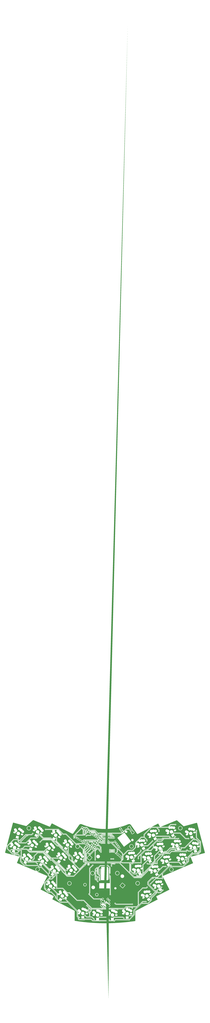
<source format=gbr>
%TF.GenerationSoftware,KiCad,Pcbnew,7.0.2*%
%TF.CreationDate,2024-07-01T00:10:33+02:00*%
%TF.ProjectId,BatreeqV2,42617472-6565-4715-9632-2e6b69636164,rev?*%
%TF.SameCoordinates,Original*%
%TF.FileFunction,Copper,L1,Top*%
%TF.FilePolarity,Positive*%
%FSLAX46Y46*%
G04 Gerber Fmt 4.6, Leading zero omitted, Abs format (unit mm)*
G04 Created by KiCad (PCBNEW 7.0.2) date 2024-07-01 00:10:33*
%MOMM*%
%LPD*%
G01*
G04 APERTURE LIST*
G04 Aperture macros list*
%AMRoundRect*
0 Rectangle with rounded corners*
0 $1 Rounding radius*
0 $2 $3 $4 $5 $6 $7 $8 $9 X,Y pos of 4 corners*
0 Add a 4 corners polygon primitive as box body*
4,1,4,$2,$3,$4,$5,$6,$7,$8,$9,$2,$3,0*
0 Add four circle primitives for the rounded corners*
1,1,$1+$1,$2,$3*
1,1,$1+$1,$4,$5*
1,1,$1+$1,$6,$7*
1,1,$1+$1,$8,$9*
0 Add four rect primitives between the rounded corners*
20,1,$1+$1,$2,$3,$4,$5,0*
20,1,$1+$1,$4,$5,$6,$7,0*
20,1,$1+$1,$6,$7,$8,$9,0*
20,1,$1+$1,$8,$9,$2,$3,0*%
%AMHorizOval*
0 Thick line with rounded ends*
0 $1 width*
0 $2 $3 position (X,Y) of the first rounded end (center of the circle)*
0 $4 $5 position (X,Y) of the second rounded end (center of the circle)*
0 Add line between two ends*
20,1,$1,$2,$3,$4,$5,0*
0 Add two circle primitives to create the rounded ends*
1,1,$1,$2,$3*
1,1,$1,$4,$5*%
%AMRotRect*
0 Rectangle, with rotation*
0 The origin of the aperture is its center*
0 $1 length*
0 $2 width*
0 $3 Rotation angle, in degrees counterclockwise*
0 Add horizontal line*
21,1,$1,$2,0,0,$3*%
%AMFreePoly0*
4,1,33,-6.981464,4.194536,-6.601929,3.815000,-3.429000,3.815001,-3.425464,3.813536,0.891356,-0.503285,1.778707,-0.630050,1.780068,-0.630856,1.781536,-0.631464,2.035536,-0.885464,2.037000,-0.889000,2.037000,-1.524000,2.035534,-1.527536,1.654536,-1.908536,1.650998,-1.910000,0.889000,-1.910000,0.885463,-1.908534,0.504464,-1.527536,0.502999,-1.524000,0.503000,-0.891072,-3.685072,3.297000,
-6.474929,3.297000,-6.981464,2.790464,-6.985002,2.789000,-7.366000,2.789000,-7.369536,2.790465,-7.877536,3.298464,-7.879000,3.302002,-7.879001,3.683000,-7.877536,3.686536,-7.369536,4.194536,-7.366000,4.196000,-6.985000,4.196001,-6.981464,4.194536,-6.981464,4.194536,$1*%
%AMFreePoly1*
4,1,45,-2.917464,1.273536,-2.663464,1.019536,-2.662000,1.016000,-2.662000,0.767000,-0.254000,0.767000,-0.253882,0.766951,-0.253762,0.766995,-0.252131,0.766226,-0.250464,0.765536,-0.250414,0.765417,-0.250300,0.765363,1.018212,-0.630000,1.651000,-0.629999,1.654536,-0.631464,2.035536,-1.012464,2.037000,-1.016000,2.037000,-1.651000,2.035534,-1.654536,1.654536,-2.035536,1.650998,-2.037000,
1.016000,-2.037000,1.012463,-2.035534,0.631464,-1.654536,0.629999,-1.651000,0.630000,-1.017919,-0.510227,0.249000,-2.664929,0.249000,-3.044464,-0.130536,-3.048002,-0.132000,-3.683000,-0.132000,-3.686536,-0.130534,-4.067536,0.250464,-4.069000,0.254002,-4.069000,0.889000,-4.068443,0.890344,-4.068160,0.891774,-3.814160,1.272773,-3.813733,1.273058,-3.813536,1.273536,-3.812191,1.274092,
-3.810981,1.274904,-3.810474,1.274803,-3.810000,1.275000,-2.921000,1.275001,-2.917464,1.273536,-2.917464,1.273536,$1*%
%AMFreePoly2*
4,1,89,-3.866110,4.971137,-3.864027,4.971696,-3.860834,4.970207,-3.843638,4.967175,-3.830261,4.955950,-3.814431,4.948569,-3.433432,4.567569,-3.430584,4.563501,-3.428716,4.562423,-3.427511,4.559112,-3.417496,4.544809,-3.415973,4.527413,-3.410000,4.511000,-3.410000,3.782138,3.782138,-3.410000,4.638000,-3.410000,4.642889,-3.410862,4.644973,-3.410304,4.648165,-3.411792,4.665362,-3.414825,
4.678738,-3.426049,4.694569,-3.433431,4.948568,-3.687431,4.951415,-3.691498,4.953284,-3.692577,4.954488,-3.695887,4.964504,-3.710191,4.966026,-3.727586,4.972000,-3.744000,4.972000,-4.633000,4.971137,-4.637889,4.971696,-4.639973,4.970207,-4.643164,4.967175,-4.660362,4.955949,-4.673740,4.948568,-4.689569,4.694569,-4.943569,4.690500,-4.946417,4.689423,-4.948284,4.686115,-4.949487,
4.671809,-4.959505,4.654411,-4.961026,4.638000,-4.967000,3.749000,-4.967000,3.744110,-4.966137,3.742027,-4.966696,3.738835,-4.965207,3.721638,-4.962175,3.708259,-4.950949,3.692431,-4.943568,3.438431,-4.689569,3.435582,-4.685500,3.433716,-4.684423,3.432512,-4.681115,3.422495,-4.666809,3.420973,-4.649411,3.415000,-4.633000,3.415000,-3.903730,-3.777546,3.415000,-4.506000,3.415000,
-4.510889,3.415862,-4.512973,3.415304,-4.516164,3.416792,-4.533362,3.419825,-4.546740,3.431050,-4.562569,3.438432,-4.943569,3.819431,-4.946417,3.823499,-4.948284,3.824577,-4.949487,3.827884,-4.959505,3.842191,-4.961026,3.859588,-4.967000,3.876000,-4.967000,4.511000,-4.966137,4.515889,-4.966696,4.517973,-4.965207,4.521165,-4.962175,4.538362,-4.950950,4.551738,-4.943569,4.567569,
-4.562569,4.948568,-4.558501,4.951415,-4.557423,4.953284,-4.554112,4.954488,-4.539809,4.964504,-4.522413,4.966026,-4.506000,4.972000,-3.871000,4.972000,-3.866110,4.971137,-3.866110,4.971137,$1*%
G04 Aperture macros list end*
%TA.AperFunction,ComponentPad*%
%ADD10C,4.500000*%
%TD*%
%TA.AperFunction,ComponentPad*%
%ADD11C,1.752600*%
%TD*%
%TA.AperFunction,ComponentPad*%
%ADD12RoundRect,0.375000X0.829455X0.123000X0.399273X0.737364X-0.829455X-0.123000X-0.399273X-0.737364X0*%
%TD*%
%TA.AperFunction,ComponentPad*%
%ADD13C,1.600000*%
%TD*%
%TA.AperFunction,ComponentPad*%
%ADD14C,1.800000*%
%TD*%
%TA.AperFunction,SMDPad,CuDef*%
%ADD15FreePoly0,0.000000*%
%TD*%
%TA.AperFunction,SMDPad,CuDef*%
%ADD16FreePoly1,0.000000*%
%TD*%
%TA.AperFunction,SMDPad,CuDef*%
%ADD17FreePoly2,0.000000*%
%TD*%
%TA.AperFunction,ComponentPad*%
%ADD18C,3.200000*%
%TD*%
%TA.AperFunction,ComponentPad*%
%ADD19C,2.100000*%
%TD*%
%TA.AperFunction,ComponentPad*%
%ADD20RotRect,4.400000X4.400000X140.000000*%
%TD*%
%TA.AperFunction,ComponentPad*%
%ADD21C,1.700000*%
%TD*%
%TA.AperFunction,ComponentPad*%
%ADD22HorizOval,1.700000X0.000000X0.000000X0.000000X0.000000X0*%
%TD*%
%TA.AperFunction,ComponentPad*%
%ADD23HorizOval,2.200000X0.532449X0.372825X-0.532449X-0.372825X0*%
%TD*%
%TA.AperFunction,ComponentPad*%
%ADD24RotRect,1.500000X2.500000X125.000000*%
%TD*%
%TA.AperFunction,ComponentPad*%
%ADD25HorizOval,1.500000X0.409576X0.286788X-0.409576X-0.286788X0*%
%TD*%
%TA.AperFunction,ComponentPad*%
%ADD26R,1.400000X1.400000*%
%TD*%
%TA.AperFunction,ComponentPad*%
%ADD27C,1.400000*%
%TD*%
%TA.AperFunction,ComponentPad*%
%ADD28RoundRect,0.250000X-0.350000X-0.625000X0.350000X-0.625000X0.350000X0.625000X-0.350000X0.625000X0*%
%TD*%
%TA.AperFunction,ComponentPad*%
%ADD29O,1.200000X1.750000*%
%TD*%
%TA.AperFunction,ViaPad*%
%ADD30C,0.800000*%
%TD*%
%TA.AperFunction,Conductor*%
%ADD31C,0.250000*%
%TD*%
G04 APERTURE END LIST*
D10*
%TO.P,H10,1*%
%TO.N,N/C*%
X166734908Y-98343640D03*
%TD*%
%TO.P,H8,1*%
%TO.N,N/C*%
X248908639Y-39721893D03*
%TD*%
D11*
%TO.P,U1,1,TX0/PD3*%
%TO.N,MOTION*%
X112519960Y-51428247D03*
%TO.P,U1,2,RX1/PD2*%
%TO.N,NCS*%
X114625716Y-52848597D03*
%TO.P,U1,3,GND*%
%TO.N,GND*%
X116731471Y-54268947D03*
%TO.P,U1,4,GND*%
X118837226Y-55689297D03*
%TO.P,U1,5,2/PD1*%
%TO.N,SDA*%
X120942982Y-57109647D03*
%TO.P,U1,6,3/PD0*%
%TO.N,SCL*%
X123048737Y-58529997D03*
%TO.P,U1,7,4/PD4*%
%TO.N,row_0*%
X125154493Y-59950347D03*
%TO.P,U1,8,5/PC6*%
%TO.N,row_1*%
X127260248Y-61370697D03*
%TO.P,U1,9,6/PD7*%
%TO.N,row_2*%
X129366004Y-62791047D03*
%TO.P,U1,10,7/PE6*%
%TO.N,row_3*%
X131471759Y-64211397D03*
%TO.P,U1,11,8/PB4*%
%TO.N,row_4*%
X133577515Y-65631747D03*
%TO.P,U1,12,9/PB5*%
%TO.N,SR_CS*%
X135694454Y-67035516D03*
%TO.P,U1,13,10/PB6*%
%TO.N,row_5*%
X144205370Y-54417565D03*
%TO.P,U1,14,16/PB2*%
%TO.N,MOSI*%
X142099614Y-52997215D03*
%TO.P,U1,15,14/PB3*%
%TO.N,MISO*%
X139993859Y-51576865D03*
%TO.P,U1,16,15/PB1*%
%TO.N,SCLK*%
X137888104Y-50156515D03*
%TO.P,U1,17,A0/PF7*%
%TO.N,TFT_CS*%
X135782348Y-48736165D03*
%TO.P,U1,18,A1/PF6*%
%TO.N,LED_3V3*%
X133676593Y-47315815D03*
%TO.P,U1,19,A2/PF5*%
%TO.N,EncR*%
X131570837Y-45895465D03*
%TO.P,U1,20,A3/PF4*%
%TO.N,EncL*%
X129465082Y-44475115D03*
%TO.P,U1,21,VCC*%
%TO.N,VCC*%
X127359326Y-43054765D03*
%TO.P,U1,22,RST*%
%TO.N,RESET*%
X125253571Y-41634415D03*
%TO.P,U1,23,GND*%
%TO.N,GND*%
X123147815Y-40214065D03*
%TO.P,U1,24,B0*%
%TO.N,RAW*%
X121042060Y-38793715D03*
%TO.P,U1,25,B7*%
%TO.N,TFT_RST*%
X132880925Y-62122223D03*
X137103620Y-64946342D03*
%TO.P,U1,26,D5*%
%TO.N,TFT_BL*%
X138523970Y-62840586D03*
X134301275Y-60016467D03*
%TO.P,U1,27,C7*%
%TO.N,TFT_DC*%
X135721625Y-57910712D03*
X139944320Y-60734831D03*
%TO.P,U1,28,F1*%
%TO.N,unconnected-(U1-Pad28)*%
X141364670Y-58629075D03*
%TO.P,U1,29,F0*%
%TO.N,unconnected-(U1-Pad29)*%
X142785020Y-56523320D03*
%TO.P,U1,30,RGB*%
%TO.N,LED_5V*%
X123855589Y-43707009D03*
X134997865Y-63525992D03*
%TD*%
D12*
%TO.P,J4,1,Pin_1*%
%TO.N,bat+*%
X170829226Y-40542424D03*
%TO.P,J4,2,Pin_2*%
%TO.N,GND*%
X171976379Y-42180728D03*
%TO.P,J4,3,Pin_3*%
%TO.N,bat+*%
X173123532Y-43819032D03*
%TD*%
D10*
%TO.P,H9,1*%
%TO.N,N/C*%
X134476906Y-98343643D03*
%TD*%
%TO.P,H3,1*%
%TO.N,N/C*%
X193259713Y-111485617D03*
%TD*%
%TO.P,H6,1*%
%TO.N,N/C*%
X114864907Y-63673641D03*
%TD*%
%TO.P,H2,1*%
%TO.N,N/C*%
X104297587Y-111597682D03*
%TD*%
D13*
%TO.P,HAT1,1,1*%
%TO.N,Net-(D35-Pad1)*%
X150549563Y-131944562D03*
D14*
X145849563Y-133844562D03*
%TO.P,HAT1,2,2*%
%TO.N,Net-(D36-Pad1)*%
X154249563Y-142244562D03*
D13*
X145849563Y-137544562D03*
D15*
X153031563Y-141031562D03*
D13*
%TO.P,HAT1,3,3*%
%TO.N,Net-(D37-Pad1)*%
X150549563Y-142244562D03*
D16*
X149221563Y-140904562D03*
D14*
X145849563Y-140344562D03*
%TO.P,HAT1,4,4*%
%TO.N,row_5*%
X147749563Y-131944562D03*
X156149563Y-140344562D03*
D17*
X151949563Y-136144562D03*
D14*
%TO.P,HAT1,5,5*%
%TO.N,Net-(D38-Pad1)*%
X147749563Y-142244562D03*
D13*
X156149563Y-137544562D03*
D14*
%TO.P,HAT1,6,6*%
%TO.N,Net-(D39-Pad1)*%
X156149563Y-133844562D03*
X154249563Y-131944562D03*
%TD*%
D18*
%TO.P,SW36,*%
%TO.N,*%
X124573616Y-113347381D03*
X140036954Y-126323059D03*
D19*
%TO.P,SW36,A,A*%
%TO.N,Net-(R4-Pad2)*%
X171329649Y-77215278D03*
%TO.P,SW36,B,B*%
%TO.N,Net-(R6-Pad1)*%
X167499427Y-74001340D03*
%TO.P,SW36,C,C*%
%TO.N,GND*%
X169414538Y-75608309D03*
D20*
%TO.P,SW36,MP*%
%TO.N,N/C*%
X130524117Y-78285803D03*
X173551222Y-114386842D03*
%TD*%
D10*
%TO.P,H1,1*%
%TO.N,N/C*%
X62794908Y-93391642D03*
%TD*%
%TO.P,H7,1*%
%TO.N,N/C*%
X185222906Y-63419643D03*
%TD*%
D21*
%TO.P,U5,1,VDD*%
%TO.N,VCC*%
X163766534Y-57381373D03*
D22*
%TO.P,U5,2,SDA*%
%TO.N,SDA*%
X165295145Y-59409907D03*
%TO.P,U5,3,SCL*%
%TO.N,SCL*%
X166823755Y-61438441D03*
%TO.P,U5,4,TRIG*%
%TO.N,unconnected-(U5-Pad4)*%
X168352365Y-63466975D03*
%TO.P,U5,5,GND*%
%TO.N,GND*%
X169880975Y-65495510D03*
%TD*%
D23*
%TO.P,SW37,*%
%TO.N,*%
X182237236Y-38810517D03*
X186940563Y-45527563D03*
D24*
%TO.P,SW37,1,A*%
%TO.N,unconnected-(SW37-Pad1)*%
X185736052Y-43807344D03*
D25*
%TO.P,SW37,2,B*%
%TO.N,bat+*%
X184588899Y-42169040D03*
%TO.P,SW37,3,C*%
%TO.N,RAW*%
X183441746Y-40530736D03*
%TD*%
D10*
%TO.P,H5,1*%
%TO.N,N/C*%
X51458230Y-39784918D03*
%TD*%
%TO.P,H4,1*%
%TO.N,N/C*%
X237253561Y-93645639D03*
%TD*%
D26*
%TO.P,U4,1,NC*%
%TO.N,unconnected-(U4-Pad1)*%
X155480910Y-92929642D03*
D27*
%TO.P,U4,2,NC*%
%TO.N,unconnected-(U4-Pad2)*%
X155480910Y-94709642D03*
%TO.P,U4,3,VDDPIX*%
%TO.N,Net-(C3-Pad1)*%
X155480910Y-96489642D03*
%TO.P,U4,4,VDD*%
%TO.N,VDD*%
X155480910Y-98269642D03*
%TO.P,U4,5,VDDIO*%
%TO.N,VCC*%
X155480910Y-100049642D03*
%TO.P,U4,6,NC*%
%TO.N,unconnected-(U4-Pad6)*%
X155480910Y-101829642D03*
%TO.P,U4,7,~{NRESET}*%
%TO.N,Net-(R2-Pad1)*%
X155480910Y-103609642D03*
%TO.P,U4,8,GND*%
%TO.N,GND*%
X155480910Y-105389642D03*
%TO.P,U4,9,MOTION*%
%TO.N,MOTION*%
X144780910Y-106279642D03*
%TO.P,U4,10,SCLK*%
%TO.N,SCLK*%
X144780910Y-104499642D03*
%TO.P,U4,11,MOSI*%
%TO.N,MOSI*%
X144780910Y-102719642D03*
%TO.P,U4,12,MISO*%
%TO.N,MISO*%
X144780910Y-100939642D03*
%TO.P,U4,13,~{NCS}*%
%TO.N,NCS*%
X144780910Y-99159642D03*
%TO.P,U4,14,NC*%
%TO.N,unconnected-(U4-Pad14)*%
X144780910Y-97379642D03*
%TO.P,U4,15,LED_P*%
%TO.N,Net-(R1-Pad2)*%
X144780910Y-95599642D03*
%TO.P,U4,16,NC*%
%TO.N,unconnected-(U4-Pad16)*%
X144780910Y-93819642D03*
%TD*%
D28*
%TO.P,J3,1,Pin_1*%
%TO.N,VCC*%
X148317564Y-52041565D03*
D29*
%TO.P,J3,2,Pin_2*%
%TO.N,GND*%
X150317564Y-52041565D03*
%TO.P,J3,3,Pin_3*%
%TO.N,MOSI*%
X152317564Y-52041565D03*
%TO.P,J3,4,Pin_4*%
%TO.N,SCLK*%
X154317564Y-52041565D03*
%TO.P,J3,5,Pin_5*%
%TO.N,TFT_CS*%
X156317564Y-52041565D03*
%TO.P,J3,6,Pin_6*%
%TO.N,TFT_DC*%
X158317564Y-52041565D03*
%TO.P,J3,7,Pin_7*%
%TO.N,TFT_RST*%
X160317564Y-52041565D03*
%TO.P,J3,8,Pin_8*%
%TO.N,TFT_BL*%
X162317564Y-52041565D03*
%TD*%
D30*
%TO.N,VCC*%
X154047563Y-88199564D03*
X159127565Y-86167565D03*
X163158000Y-86134000D03*
X157599327Y-126049801D03*
X126328000Y-46256000D03*
X145919563Y-59300034D03*
X142042905Y-98217644D03*
X159127563Y-88961564D03*
X161634000Y-79784000D03*
X155631910Y-59482639D03*
X158619563Y-79750437D03*
X110326000Y-52352000D03*
%TO.N,GND*%
X172302000Y-64036000D03*
X85942000Y-80546000D03*
X174842000Y-71656000D03*
X86704000Y-101374000D03*
X77814000Y-91722000D03*
X128393561Y-124267565D03*
X56478000Y-44986000D03*
X224626000Y-46764000D03*
X55208000Y-51082000D03*
X170778000Y-72418000D03*
X98134000Y-51844000D03*
X262726000Y-71402000D03*
X109310000Y-69370000D03*
X125566000Y-53876000D03*
X80608000Y-48796000D03*
X189574000Y-57432000D03*
X161429564Y-95169641D03*
X78830000Y-101120000D03*
X118708000Y-152936000D03*
X86196000Y-126520000D03*
X239358000Y-68862000D03*
X117692000Y-47526000D03*
X47588000Y-68608000D03*
X194146000Y-69878000D03*
X76544000Y-115598000D03*
X124804000Y-50828000D03*
X229706000Y-86134000D03*
X211926000Y-52352000D03*
X199988000Y-133632000D03*
X191606000Y-50828000D03*
X249518000Y-82832000D03*
X155030000Y-155222000D03*
X136488000Y-155476000D03*
X151634564Y-123124565D03*
X52414000Y-79530000D03*
X211418000Y-101120000D03*
X233770000Y-48542000D03*
X62828000Y-84610000D03*
X120232000Y-43970000D03*
X96864000Y-89944000D03*
X195924000Y-66576000D03*
X206592000Y-58956000D03*
X190844000Y-137696000D03*
X181954000Y-82324000D03*
X31078000Y-47780000D03*
X79338000Y-96040000D03*
X204560000Y-105692000D03*
X93308000Y-59210000D03*
X150491563Y-57719564D03*
X81624000Y-106962000D03*
X79846000Y-112042000D03*
X218784000Y-118138000D03*
X151507561Y-63815563D03*
X157095563Y-88199566D03*
X99912000Y-91468000D03*
X190590000Y-143030000D03*
X211672000Y-108486000D03*
X234278000Y-71402000D03*
X113882000Y-58702000D03*
%TO.N,col0*%
X145411563Y-67879564D03*
X131154000Y-56670000D03*
%TO.N,col1*%
X130138000Y-57686000D03*
X145411562Y-68895565D03*
%TO.N,col2*%
X129155565Y-72959564D03*
X130679563Y-154747564D03*
X132424000Y-146586000D03*
X145411562Y-69895068D03*
%TO.N,col3*%
X145411562Y-70894569D03*
X131187562Y-74229563D03*
%TO.N,row_1*%
X66130000Y-57686000D03*
X246470000Y-53368000D03*
X123727894Y-83188493D03*
X122992909Y-87803643D03*
X117184000Y-92992000D03*
X210402000Y-68862000D03*
X197702000Y-84864000D03*
X103468000Y-75974000D03*
X224626000Y-56416000D03*
X89244000Y-62766000D03*
%TO.N,row_0*%
X186780000Y-68608000D03*
X112795274Y-60409274D03*
X205322000Y-56162000D03*
X96102000Y-47526000D03*
X122518000Y-80546000D03*
X221070000Y-43716000D03*
X73242000Y-41430000D03*
X122264000Y-72418000D03*
X242660000Y-35080000D03*
%TO.N,col4*%
X162683563Y-70911068D03*
X157095564Y-70911068D03*
%TO.N,col5*%
X163953564Y-137729563D03*
X186305564Y-138745564D03*
X162683564Y-69911566D03*
X157095564Y-69911564D03*
%TO.N,col6*%
X162683563Y-68895563D03*
X157095564Y-68895565D03*
%TO.N,row_3*%
X225608908Y-105184000D03*
X120265564Y-133792564D03*
X125844967Y-83119564D03*
X205576000Y-116614000D03*
X104484000Y-123980000D03*
X209894000Y-112296000D03*
X269838000Y-42954000D03*
X274664000Y-56924000D03*
X41492000Y-67846000D03*
X87466000Y-118138000D03*
%TO.N,row_2*%
X79592000Y-81308000D03*
X95340000Y-96294000D03*
X234786000Y-72672000D03*
X124008903Y-88311643D03*
X56478000Y-81308000D03*
X124820368Y-83119563D03*
X256630000Y-70132000D03*
X218530000Y-85880000D03*
%TO.N,col7*%
X162683564Y-67879563D03*
X157095563Y-67879562D03*
%TO.N,MOSI*%
X138486909Y-106599642D03*
X140839563Y-91247564D03*
%TO.N,NCS*%
X140264911Y-104821642D03*
X141280912Y-109139640D03*
%TO.N,MISO*%
X140331563Y-66863565D03*
X137934216Y-81055940D03*
%TO.N,SCLK*%
X143312908Y-107361641D03*
X149475563Y-55941564D03*
X138553563Y-47559564D03*
X139823562Y-95057565D03*
%TO.N,EncL*%
X172302000Y-80038000D03*
%TO.N,EncR*%
X164682000Y-72672000D03*
%TO.N,SDA*%
X152992536Y-56742590D03*
%TO.N,SCL*%
X153539563Y-57973565D03*
%TO.N,row_4*%
X126869564Y-83119566D03*
X129630000Y-149634000D03*
X146648000Y-145824000D03*
X186272000Y-143792000D03*
X127090000Y-140490000D03*
X166714000Y-145570000D03*
%TO.N,RESET*%
X124115398Y-47198602D03*
%TO.N,TFT_DC*%
X144903563Y-49083563D03*
%TO.N,row_5*%
X134743565Y-87945564D03*
%TO.N,TFT_RST*%
X147951564Y-48321565D03*
%TO.N,TFT_BL*%
X146427563Y-48321564D03*
%TO.N,LED_DO*%
X49620000Y-49304000D03*
X40984000Y-57178000D03*
%TO.N,RAW*%
X110072000Y-50320000D03*
X122518000Y-48034000D03*
%TO.N,Net-(D41-Pad2)*%
X201766000Y-62766000D03*
X212688000Y-56416000D03*
%TO.N,Net-(D41-Pad4)*%
X197448000Y-68608000D03*
X188304000Y-79022000D03*
%TO.N,Net-(D42-Pad2)*%
X270346000Y-66830000D03*
X242406000Y-69116000D03*
%TO.N,Net-(D42-Pad4)*%
X264504000Y-71910000D03*
X254598000Y-81308000D03*
%TO.N,Net-(D43-Pad2)*%
X182716000Y-153698000D03*
X204052000Y-135410000D03*
%TO.N,Net-(D44-Pad2)*%
X38698000Y-55908000D03*
X56478000Y-46764000D03*
%TO.N,Net-(D45-Pad2)*%
X71972000Y-70894000D03*
X89498000Y-78768000D03*
%TO.N,Net-(D45-Pad4)*%
X87720000Y-84102000D03*
X101436000Y-94516000D03*
%TO.N,Net-(D46-Pad2)*%
X73242000Y-118646000D03*
X85688000Y-99088000D03*
%TO.N,Net-(D46-Pad4)*%
X69940000Y-86642000D03*
X78068000Y-98326000D03*
%TO.N,Net-(D47-Pad2)*%
X217006000Y-50320000D03*
X235294000Y-51336000D03*
%TO.N,Net-(D48-Pad2)*%
X221070000Y-73688000D03*
X247486000Y-63782000D03*
%TO.N,Net-(D49-Pad2)*%
X208878000Y-129314000D03*
X217026509Y-123161653D03*
%TO.N,Net-(D50-Pad2)*%
X79592000Y-53622000D03*
X64606000Y-47780000D03*
%TO.N,Net-(D51-Pad2)*%
X74512000Y-66830000D03*
X50636000Y-67846000D03*
%TO.N,Net-(D52-Pad2)*%
X81370000Y-118138000D03*
X88228000Y-131092000D03*
%TO.N,Net-(D53-Pad2)*%
X240374000Y-46256000D03*
X259678000Y-53368000D03*
%TO.N,Net-(D54-Pad2)*%
X205830000Y-85880000D03*
X225388000Y-67084000D03*
%TO.N,Net-(D55-Pad2)*%
X213196000Y-105184000D03*
X224372000Y-116614000D03*
%TO.N,Net-(D56-Pad2)*%
X87466000Y-52606000D03*
X95340000Y-64544000D03*
%TO.N,Net-(D57-Pad2)*%
X27014000Y-69116000D03*
X52414000Y-63274000D03*
%TO.N,Net-(D58-Pad2)*%
X96102000Y-131600000D03*
X117184000Y-156238000D03*
%TO.N,Net-(D60-Pad2)*%
X192368000Y-101120000D03*
X210402000Y-79784000D03*
%TO.N,Net-(D61-Pad2)*%
X229960000Y-89690000D03*
X219038000Y-96802000D03*
%TO.N,Net-(D62-Pad2)*%
X102706000Y-65052000D03*
X108294000Y-80546000D03*
%TO.N,Net-(D63-Pad2)*%
X42254000Y-83848000D03*
X33110000Y-73180000D03*
%TO.N,Net-(D64-Pad2)*%
X124550000Y-153190000D03*
X136488000Y-158270000D03*
%TO.N,Net-(D65-Pad2)*%
X196940000Y-96040000D03*
X184240000Y-86134000D03*
%TO.N,Net-(D66-Pad2)*%
X234024000Y-84208783D03*
X249772000Y-86642000D03*
%TO.N,Net-(D68-Pad2)*%
X62574000Y-86134000D03*
X50382000Y-83848000D03*
%TO.N,Net-(D69-Pad2)*%
X155792000Y-158778000D03*
X143600000Y-155730000D03*
%TO.N,Net-(D43-Pad4)*%
X175350000Y-157000000D03*
X162650000Y-155730000D03*
%TO.N,LED_3V3*%
X126328000Y-49812000D03*
%TO.N,LED_PWR*%
X205830000Y-67409065D03*
X162650000Y-160556000D03*
X266790000Y-53114000D03*
X67908000Y-90706000D03*
X242406000Y-50828000D03*
X85688000Y-56924000D03*
X236564000Y-88166000D03*
X210910000Y-133124000D03*
X82640000Y-102898000D03*
X221324000Y-101120000D03*
X31332000Y-73180000D03*
X93816000Y-136172000D03*
X55208000Y-70894000D03*
X100928000Y-69624000D03*
X271870000Y-71402000D03*
X194146000Y-79276000D03*
X257511416Y-83474584D03*
X200242000Y-100104000D03*
X78576000Y-122964000D03*
X62320000Y-52098000D03*
X90006000Y-87404000D03*
X215990000Y-84610000D03*
X226150000Y-120424000D03*
X186526000Y-85880000D03*
X37428000Y-54638000D03*
X250026000Y-65306000D03*
X219546000Y-54130000D03*
X182208000Y-159032000D03*
X111342000Y-84610000D03*
X143600000Y-160302000D03*
X124296000Y-158270000D03*
X232500000Y-71656000D03*
X75020000Y-74704000D03*
X102452000Y-101374000D03*
X48096000Y-87912000D03*
%TO.N,LED_5V*%
X127344000Y-57686000D03*
%TD*%
D31*
%TO.N,VCC*%
X144739564Y-50517563D02*
X144714139Y-50542988D01*
X144582908Y-88565643D02*
X142042909Y-91105641D01*
X157599327Y-126049801D02*
X157599325Y-122493803D01*
X157282908Y-91180909D02*
X154301563Y-88199564D01*
X163124435Y-86167565D02*
X163158000Y-86134000D01*
X155480909Y-100049639D02*
X157282908Y-98247642D01*
X145919563Y-59300034D02*
X145975171Y-59355643D01*
X157282908Y-98247642D02*
X157282908Y-91180909D01*
X137288038Y-43116885D02*
X144714139Y-50542988D01*
X163174344Y-57973564D02*
X163766532Y-57381371D01*
X154301563Y-88199564D02*
X154047563Y-88199564D01*
X157599325Y-122493803D02*
X157603563Y-122489564D01*
X153681484Y-88565641D02*
X144582908Y-88565643D01*
X145975171Y-59355643D02*
X155504906Y-59355643D01*
X110834000Y-49812000D02*
X111850000Y-48796000D01*
X127359326Y-45224674D02*
X127359326Y-43054765D01*
X111850000Y-48796000D02*
X123788000Y-48796000D01*
X146793564Y-50517564D02*
X144739564Y-50517563D01*
X110326000Y-51924003D02*
X110834000Y-51416003D01*
X159127563Y-88961564D02*
X159127565Y-86167565D01*
X157603563Y-122489564D02*
X157603563Y-102172296D01*
X127404043Y-43116883D02*
X137288038Y-43116885D01*
X110834000Y-51416003D02*
X110834000Y-49812000D01*
X148401203Y-54230048D02*
X153098048Y-54230048D01*
X142042909Y-91105641D02*
X142042905Y-98217644D01*
X110326000Y-52352000D02*
X110326000Y-51924003D01*
X159127565Y-86167565D02*
X163124435Y-86167565D01*
X155504906Y-59355643D02*
X155631910Y-59482639D01*
X156841564Y-57973564D02*
X163174344Y-57973564D01*
X158619563Y-79750437D02*
X161600437Y-79750437D01*
X144714139Y-50542988D02*
X148401203Y-54230048D01*
X161600437Y-79750437D02*
X161634000Y-79784000D01*
X153098048Y-54230048D02*
X156841564Y-57973564D01*
X148317564Y-52041565D02*
X146793564Y-50517564D01*
X154047563Y-88199564D02*
X153681484Y-88565641D01*
X123788000Y-48796000D02*
X127359326Y-45224674D01*
X157603563Y-102172296D02*
X155480909Y-100049639D01*
%TO.N,GND*%
X76544000Y-115063210D02*
X76544000Y-115598000D01*
X79565210Y-112042000D02*
X76544000Y-115063210D01*
X79846000Y-112042000D02*
X79565210Y-112042000D01*
%TO.N,col0*%
X131374436Y-56449564D02*
X137421107Y-56449564D01*
X131154000Y-56670000D02*
X131374436Y-56449564D01*
X137421107Y-56449564D02*
X145411564Y-64440021D01*
X145411564Y-64440021D02*
X145411563Y-67879564D01*
%TO.N,col1*%
X145402948Y-68895564D02*
X145411562Y-68895565D01*
X140002655Y-62545565D02*
X142871564Y-62545563D01*
X130138000Y-57686000D02*
X133730402Y-57686000D01*
X144687052Y-68179667D02*
X145402948Y-68895564D01*
X136811967Y-60767565D02*
X138224656Y-60767563D01*
X138224656Y-60767563D02*
X140002655Y-62545565D01*
X144687051Y-64361053D02*
X144687052Y-68179667D01*
X142871564Y-62545563D02*
X144687051Y-64361053D01*
X133730402Y-57686000D02*
X136811967Y-60767565D01*
%TO.N,col2*%
X129155565Y-72959564D02*
X131695564Y-72959563D01*
X141317252Y-65689533D02*
X143829084Y-68201366D01*
X130679562Y-149413565D02*
X130679563Y-154747564D01*
X143829083Y-68337698D02*
X145386454Y-69895067D01*
X138965594Y-65689533D02*
X141317252Y-65689533D01*
X143829084Y-68201366D02*
X143829083Y-68337698D01*
X132424000Y-147669127D02*
X130679562Y-149413565D01*
X132424000Y-146586000D02*
X132424000Y-147669127D01*
X131695564Y-72959563D02*
X138965594Y-65689533D01*
X145386454Y-69895067D02*
X145411562Y-69895068D01*
%TO.N,col3*%
X143379563Y-68387564D02*
X143379562Y-68887681D01*
X145386452Y-70894571D02*
X145411562Y-70894569D01*
X131187562Y-74229563D02*
X139278076Y-66139052D01*
X139278076Y-66139052D02*
X141131054Y-66139053D01*
X143379562Y-68887681D02*
X145386452Y-70894571D01*
X141131054Y-66139053D02*
X143379563Y-68387564D01*
%TO.N,row_1*%
X173647265Y-84864000D02*
X197702000Y-84864000D01*
X88482000Y-62766000D02*
X80608000Y-54892000D01*
X117184000Y-92992000D02*
X103722000Y-79530000D01*
X224372000Y-56670000D02*
X227674000Y-53368000D01*
X117946000Y-92230000D02*
X117184000Y-92992000D01*
X218022000Y-56670000D02*
X224372000Y-56670000D01*
X213704000Y-60988000D02*
X218022000Y-56670000D01*
X117946000Y-92230000D02*
X118566552Y-92230000D01*
X213704000Y-65560000D02*
X213704000Y-60988000D01*
X103722000Y-79530000D02*
X103722000Y-76228000D01*
X126348507Y-84448045D02*
X173231310Y-84448045D01*
X210402000Y-68862000D02*
X213704000Y-65560000D01*
X68924000Y-54892000D02*
X66130000Y-57686000D01*
X123754909Y-83161478D02*
X123754908Y-64977475D01*
X197702000Y-74196000D02*
X203036000Y-68862000D01*
X227674000Y-53368000D02*
X246470000Y-53368000D01*
X197702000Y-84864000D02*
X197702000Y-74196000D01*
X90260000Y-62766000D02*
X88482000Y-62766000D01*
X203036000Y-68862000D02*
X210402000Y-68862000D01*
X103722000Y-76228000D02*
X90260000Y-62766000D01*
X68924000Y-54892000D02*
X80608000Y-54892000D01*
X118566552Y-92230000D02*
X126348507Y-84448045D01*
X123727894Y-83188493D02*
X123754909Y-83161478D01*
X173231310Y-84448045D02*
X173647265Y-84864000D01*
X123754908Y-64977475D02*
X127316150Y-61416233D01*
%TO.N,row_0*%
X122518000Y-83003213D02*
X122518000Y-80546000D01*
X190602409Y-58918306D02*
X197930715Y-51590000D01*
X113208665Y-59995882D02*
X112795274Y-60409274D01*
X112795274Y-60409274D02*
X99912000Y-47526000D01*
X96102000Y-47526000D02*
X90006000Y-41430000D01*
X90006000Y-41430000D02*
X73242000Y-41430000D01*
X201766000Y-51590000D02*
X202020000Y-51590000D01*
X170458996Y-83913004D02*
X123427791Y-83913004D01*
X186780000Y-68608000D02*
X190602409Y-64785591D01*
X197930715Y-51590000D02*
X201766000Y-51590000D01*
X115241449Y-60409274D02*
X122264000Y-67431825D01*
X123427791Y-83913004D02*
X122518000Y-83003213D01*
X201766000Y-48034000D02*
X211164000Y-38636000D01*
X202020000Y-51590000D02*
X205322000Y-54892000D01*
X183451401Y-68608000D02*
X183197401Y-68862000D01*
X205322000Y-54892000D02*
X205322000Y-56162000D01*
X183197401Y-68862000D02*
X180488096Y-68862000D01*
X236374758Y-35080000D02*
X242660000Y-35080000D01*
X217768000Y-38636000D02*
X232818758Y-38636000D01*
X99912000Y-47526000D02*
X96102000Y-47526000D01*
X112795274Y-60409274D02*
X115241449Y-60409274D01*
X122264000Y-67431825D02*
X122264000Y-72418000D01*
X174080000Y-75270096D02*
X174080000Y-80292000D01*
X174080000Y-80292000D02*
X170458996Y-83913004D01*
X201766000Y-51590000D02*
X201766000Y-48034000D01*
X232818758Y-38636000D02*
X236374758Y-35080000D01*
X125210394Y-59995881D02*
X113208665Y-59995882D01*
X217768000Y-38636000D02*
X221070000Y-41938000D01*
X186780000Y-68608000D02*
X183451401Y-68608000D01*
X221070000Y-41938000D02*
X221070000Y-43716000D01*
X211164000Y-38636000D02*
X217768000Y-38636000D01*
X180488096Y-68862000D02*
X174080000Y-75270096D01*
X190602409Y-64785591D02*
X190602409Y-58918306D01*
%TO.N,col4*%
X162667066Y-70911066D02*
X162683564Y-70927565D01*
X157095564Y-70911068D02*
X162667066Y-70911066D01*
%TO.N,col5*%
X157095564Y-69911564D02*
X162937563Y-69911565D01*
X186305564Y-138745564D02*
X164969562Y-138745565D01*
X164969562Y-138745565D02*
X163953564Y-137729563D01*
%TO.N,col6*%
X157095564Y-68895565D02*
X162683563Y-68895563D01*
%TO.N,row_3*%
X87752161Y-98866161D02*
X86728696Y-97842696D01*
X125844967Y-83119564D02*
X125312000Y-82586597D01*
X199734000Y-117630000D02*
X204560000Y-117630000D01*
X66153512Y-83181431D02*
X52785857Y-83181431D01*
X114250748Y-133746748D02*
X122971322Y-133746748D01*
X52785857Y-83181431D02*
X51829724Y-82225298D01*
X70000073Y-85178073D02*
X68150154Y-85178073D01*
X87466000Y-118138000D02*
X95697196Y-118138000D01*
X234244908Y-89835644D02*
X252786908Y-89835642D01*
X41492000Y-77612421D02*
X41492000Y-67846000D01*
X259644908Y-82977643D02*
X259644907Y-78825623D01*
X133524574Y-144300000D02*
X175925125Y-144300000D01*
X51829724Y-82225298D02*
X46104877Y-82225298D01*
X217006000Y-105184000D02*
X225608908Y-105184000D01*
X46104877Y-82225298D02*
X41492000Y-77612421D01*
X275172000Y-70386000D02*
X275172000Y-57432000D01*
X259644907Y-78825623D02*
X265036530Y-73434000D01*
X122971322Y-133746748D02*
X133524574Y-144300000D01*
X87752161Y-117851839D02*
X87752161Y-98866161D01*
X125312000Y-70472594D02*
X131527660Y-64256934D01*
X225608908Y-105184000D02*
X225608908Y-98471643D01*
X125312000Y-82586597D02*
X125312000Y-70472594D01*
X192147564Y-142047565D02*
X194146000Y-140049129D01*
X87466000Y-118138000D02*
X87752161Y-117851839D01*
X95697196Y-118138000D02*
X101539196Y-123980000D01*
X225608908Y-98471643D02*
X234244908Y-89835644D01*
X194146000Y-123218000D02*
X199734000Y-117630000D01*
X194146000Y-140049129D02*
X194146000Y-123218000D01*
X252786908Y-89835642D02*
X259644908Y-82977643D01*
X82664696Y-97842696D02*
X70000073Y-85178073D01*
X209894000Y-112296000D02*
X217006000Y-105184000D01*
X272124000Y-73434000D02*
X275172000Y-70386000D01*
X275172000Y-57432000D02*
X269838000Y-52098000D01*
X204560000Y-117630000D02*
X205576000Y-116614000D01*
X101539196Y-123980000D02*
X104484000Y-123980000D01*
X265036530Y-73434000D02*
X272124000Y-73434000D01*
X269838000Y-52098000D02*
X269838000Y-42954000D01*
X104484000Y-123980000D02*
X114250748Y-133746748D01*
X86728696Y-97842696D02*
X82664696Y-97842696D01*
X68150154Y-85178073D02*
X66153512Y-83181431D01*
X178177561Y-142047564D02*
X192147564Y-142047565D01*
X175925125Y-144300000D02*
X178177561Y-142047564D01*
%TO.N,row_2*%
X228436000Y-72672000D02*
X234786000Y-72672000D01*
X62828000Y-71656000D02*
X58256000Y-76228000D01*
X218530000Y-82578000D02*
X228436000Y-72672000D01*
X93562000Y-93903264D02*
X93562000Y-93500000D01*
X58256000Y-76228000D02*
X58256000Y-79530000D01*
X188812000Y-104168000D02*
X169541564Y-84897564D01*
X101327642Y-102281642D02*
X95340000Y-96294000D01*
X95340000Y-95681264D02*
X93562000Y-93903264D01*
X237326000Y-70132000D02*
X256630000Y-70132000D01*
X169541564Y-84897564D02*
X127422983Y-84897564D01*
X207854044Y-92776558D02*
X207854044Y-94015956D01*
X124204429Y-82503625D02*
X124204427Y-68054060D01*
X197702000Y-104168000D02*
X188812000Y-104168000D01*
X81370000Y-81308000D02*
X79592000Y-81308000D01*
X79592000Y-81308000D02*
X69940000Y-71656000D01*
X124820368Y-83119563D02*
X124204429Y-82503625D01*
X127422983Y-84897564D02*
X110038904Y-102281642D01*
X93562000Y-93500000D02*
X81370000Y-81308000D01*
X207854044Y-94015956D02*
X197702000Y-104168000D01*
X95340000Y-96294000D02*
X95340000Y-95681264D01*
X124204427Y-68054060D02*
X129421906Y-62836580D01*
X218530000Y-85880000D02*
X214750602Y-85880000D01*
X62828000Y-71656000D02*
X69940000Y-71656000D01*
X110038904Y-102281642D02*
X101327642Y-102281642D01*
X234786000Y-72672000D02*
X237326000Y-70132000D01*
X58256000Y-79530000D02*
X56478000Y-81308000D01*
X218530000Y-85880000D02*
X218530000Y-82578000D01*
X214750602Y-85880000D02*
X207854044Y-92776558D01*
%TO.N,col7*%
X157095563Y-67879562D02*
X162937562Y-67879564D01*
%TO.N,MOSI*%
X138037388Y-93315951D02*
X138037389Y-106150119D01*
X140105775Y-91247564D02*
X138037388Y-93315951D01*
X140839563Y-91247564D02*
X140839564Y-98778294D01*
X140839564Y-98778294D02*
X144780908Y-102719639D01*
X138037389Y-106150119D02*
X138486909Y-106599642D01*
X140839563Y-91247564D02*
X140105775Y-91247564D01*
%TO.N,NCS*%
X141280912Y-109139640D02*
X140264909Y-108123643D01*
X140264909Y-108123643D02*
X140264911Y-104821642D01*
%TO.N,MISO*%
X140331563Y-66863565D02*
X137978908Y-69216217D01*
X137978908Y-81011244D02*
X137934216Y-81055940D01*
X137978908Y-69216217D02*
X137978908Y-81011244D01*
%TO.N,SCLK*%
X143312909Y-104776220D02*
X143312908Y-107361641D01*
X139353170Y-48798283D02*
X137932823Y-50218630D01*
X138486911Y-101139360D02*
X140516711Y-103169162D01*
X143589486Y-104499642D02*
X143312909Y-104776220D01*
X144780910Y-104499640D02*
X143589486Y-104499642D01*
X137888102Y-50156515D02*
X137888102Y-48225026D01*
X141062281Y-48798281D02*
X139353170Y-48798283D01*
X148205563Y-55941563D02*
X141062281Y-48798281D01*
X138486911Y-96394217D02*
X138486911Y-101139360D01*
X140516711Y-103169162D02*
X142093162Y-103169164D01*
X142093162Y-103169164D02*
X143423640Y-104499641D01*
X137888102Y-48225026D02*
X138553563Y-47559564D01*
X139823562Y-95057565D02*
X138486911Y-96394217D01*
X149475563Y-55941564D02*
X148205563Y-55941563D01*
X143423640Y-104499641D02*
X144780910Y-104499640D01*
%TO.N,EncL*%
X173630000Y-75456492D02*
X173630000Y-78710000D01*
X173630000Y-72730000D02*
X173630000Y-75456492D01*
X156655367Y-58423084D02*
X159323084Y-58423084D01*
X171329650Y-70429650D02*
X173630000Y-72730000D01*
X148215002Y-54679567D02*
X152911849Y-54679567D01*
X173630000Y-78710000D02*
X172302000Y-80038000D01*
X152911849Y-54679567D02*
X156655367Y-58423084D01*
X159323084Y-58423084D02*
X171329650Y-70429650D01*
X138072668Y-44537233D02*
X148215002Y-54679567D01*
X129509798Y-44537231D02*
X138072668Y-44537233D01*
%TO.N,EncR*%
X131615556Y-45957583D02*
X138857298Y-45957581D01*
X159011084Y-58873084D02*
X166714000Y-66576000D01*
X152724975Y-55129089D02*
X156468971Y-58873084D01*
X166714000Y-66576000D02*
X166714000Y-70640000D01*
X148028805Y-55129089D02*
X152724975Y-55129089D01*
X156468971Y-58873084D02*
X159011084Y-58873084D01*
X166714000Y-70640000D02*
X164682000Y-72672000D01*
X138857298Y-45957581D02*
X148028805Y-55129089D01*
%TO.N,SDA*%
X144988029Y-56957563D02*
X143262060Y-55231595D01*
X143262060Y-55231595D02*
X122922471Y-55231598D01*
X122922471Y-55231598D02*
X120998884Y-57155184D01*
X152777563Y-56957563D02*
X144988029Y-56957563D01*
X152992536Y-56742590D02*
X152777563Y-56957563D01*
%TO.N,SCL*%
X125992608Y-55687564D02*
X123104640Y-58575535D01*
X142985437Y-58481564D02*
X140191438Y-55687564D01*
X140191438Y-55687564D02*
X125992608Y-55687564D01*
X153539563Y-57973565D02*
X153031565Y-58481564D01*
X153031565Y-58481564D02*
X142985437Y-58481564D01*
%TO.N,row_4*%
X167984000Y-144808000D02*
X176366000Y-144808000D01*
X176366000Y-144494843D02*
X178241422Y-142619421D01*
X126569478Y-82819480D02*
X126569478Y-82819461D01*
X127090000Y-140490000D02*
X131645812Y-145045812D01*
X165939119Y-145049119D02*
X166460000Y-145570000D01*
X166714000Y-145570000D02*
X167222000Y-145570000D01*
X126569478Y-82819461D02*
X126328000Y-82577983D01*
X131645812Y-145045812D02*
X145869812Y-145045812D01*
X126328000Y-82577983D02*
X126328000Y-72982696D01*
X167222000Y-145570000D02*
X167984000Y-144808000D01*
X185099421Y-142619421D02*
X186272000Y-143792000D01*
X176366000Y-144808000D02*
X176366000Y-144494843D01*
X129630000Y-143030000D02*
X129630000Y-149634000D01*
X178241422Y-142619421D02*
X185099421Y-142619421D01*
X147422881Y-145049119D02*
X165939119Y-145049119D01*
X126869564Y-83119566D02*
X126569478Y-82819480D01*
X146648000Y-145824000D02*
X147422881Y-145049119D01*
X126328000Y-72982696D02*
X133633415Y-65677281D01*
X127090000Y-140490000D02*
X129630000Y-143030000D01*
X166460000Y-145570000D02*
X166714000Y-145570000D01*
X145869812Y-145045812D02*
X146648000Y-145824000D01*
%TO.N,RESET*%
X124115398Y-47198602D02*
X125253571Y-46060429D01*
X125253571Y-46060429D02*
X125253571Y-41634415D01*
%TO.N,TFT_DC*%
X158317562Y-50051564D02*
X158317564Y-52041566D01*
X157349563Y-49083564D02*
X158317562Y-50051564D01*
X144903563Y-49083563D02*
X157349563Y-49083564D01*
%TO.N,row_5*%
X147749562Y-131944564D02*
X136070565Y-131944564D01*
X129663565Y-125537566D02*
X130729826Y-124471302D01*
X130729826Y-124471302D02*
X130729826Y-91959300D01*
X130729826Y-91959300D02*
X134743565Y-87945564D01*
X136070565Y-131944564D02*
X129663565Y-125537566D01*
%TO.N,TFT_RST*%
X148205563Y-48067564D02*
X158365564Y-48067564D01*
X147951564Y-48321565D02*
X148205563Y-48067564D01*
X160317563Y-50019563D02*
X160317563Y-52041565D01*
X158365564Y-48067564D02*
X160317563Y-50019563D01*
%TO.N,TFT_BL*%
X158851565Y-47305564D02*
X162317563Y-50771563D01*
X147443564Y-47305564D02*
X158851565Y-47305564D01*
X146427563Y-48321564D02*
X147443564Y-47305564D01*
X162317563Y-50771563D02*
X162317564Y-52041563D01*
%TO.N,LED_DO*%
X48858000Y-49304000D02*
X49620000Y-49304000D01*
X40984000Y-57178000D02*
X48858000Y-49304000D01*
%TO.N,RAW*%
X122264000Y-41684000D02*
X121042060Y-40462060D01*
X130613363Y-42667364D02*
X137474237Y-42667364D01*
X182889919Y-41082564D02*
X183441746Y-40530736D01*
X122518000Y-48034000D02*
X122264000Y-47780000D01*
X110072000Y-49763775D02*
X121042060Y-38793715D01*
X122264000Y-47780000D02*
X122264000Y-41684000D01*
X137474237Y-42667364D02*
X141096435Y-46289565D01*
X178304564Y-41082564D02*
X182889919Y-41082564D01*
X141096435Y-46289565D02*
X173097564Y-46289565D01*
X121086777Y-38855832D02*
X126801831Y-38855832D01*
X173097564Y-46289565D02*
X178304564Y-41082564D01*
X110072000Y-50320000D02*
X110072000Y-49763775D01*
X126801831Y-38855832D02*
X130613363Y-42667364D01*
X121042060Y-40462060D02*
X121042060Y-38793715D01*
%TO.N,Net-(D41-Pad2)*%
X201766000Y-62766000D02*
X206338000Y-62766000D01*
X206338000Y-62766000D02*
X212688000Y-56416000D01*
%TO.N,Net-(D41-Pad4)*%
X188304000Y-79022000D02*
X197448000Y-69878000D01*
X197448000Y-69878000D02*
X197448000Y-68608000D01*
%TO.N,Net-(D42-Pad2)*%
X262472000Y-69624000D02*
X259424000Y-69624000D01*
X264504000Y-67592000D02*
X262472000Y-69624000D01*
X257418170Y-68319216D02*
X256054906Y-69682480D01*
X256054906Y-69682480D02*
X242972480Y-69682480D01*
X270092000Y-66830000D02*
X269330000Y-67592000D01*
X269330000Y-67592000D02*
X264504000Y-67592000D01*
X259424000Y-69624000D02*
X258119216Y-68319216D01*
X270346000Y-66830000D02*
X270092000Y-66830000D01*
X242972480Y-69682480D02*
X242406000Y-69116000D01*
X258119216Y-68319216D02*
X257418170Y-68319216D01*
%TO.N,Net-(D42-Pad4)*%
X256630000Y-80546000D02*
X258916000Y-78260000D01*
X255360000Y-80546000D02*
X256630000Y-80546000D01*
X258916000Y-78260000D02*
X258916000Y-77498000D01*
X258916000Y-77498000D02*
X264504000Y-71910000D01*
X254598000Y-81308000D02*
X255360000Y-80546000D01*
%TO.N,Net-(D43-Pad2)*%
X188304000Y-151920000D02*
X188304000Y-146840000D01*
X182716000Y-153698000D02*
X186526000Y-153698000D01*
X188304000Y-146840000D02*
X199734000Y-135410000D01*
X199734000Y-135410000D02*
X204052000Y-135410000D01*
X186526000Y-153698000D02*
X188304000Y-151920000D01*
%TO.N,Net-(D44-Pad2)*%
X39577668Y-55908000D02*
X47197668Y-48288000D01*
X47197668Y-48288000D02*
X54954000Y-48288000D01*
X54954000Y-48288000D02*
X56478000Y-46764000D01*
X38698000Y-55908000D02*
X39577668Y-55908000D01*
%TO.N,Net-(D45-Pad2)*%
X73496000Y-72418000D02*
X71972000Y-70894000D01*
X73496000Y-72418000D02*
X74373509Y-72418000D01*
X80723509Y-78768000D02*
X74373509Y-72418000D01*
X89498000Y-78768000D02*
X80723509Y-78768000D01*
%TO.N,Net-(D45-Pad4)*%
X101436000Y-94516000D02*
X99155134Y-94516000D01*
X88741134Y-84102000D02*
X87720000Y-84102000D01*
X99155134Y-94516000D02*
X88741134Y-84102000D01*
%TO.N,Net-(D46-Pad2)*%
X72167520Y-111592480D02*
X72167520Y-117571520D01*
X81370000Y-105946000D02*
X77814000Y-105946000D01*
X77814000Y-105946000D02*
X72167520Y-111592480D01*
X85688000Y-101628000D02*
X81370000Y-105946000D01*
X85688000Y-99088000D02*
X85688000Y-101628000D01*
X72167520Y-117571520D02*
X73242000Y-118646000D01*
%TO.N,Net-(D46-Pad4)*%
X69940000Y-86642000D02*
X78068000Y-94770000D01*
X78068000Y-94770000D02*
X78068000Y-98326000D01*
%TO.N,Net-(D47-Pad2)*%
X217006000Y-50320000D02*
X234278000Y-50320000D01*
X234278000Y-50320000D02*
X235294000Y-51336000D01*
%TO.N,Net-(D48-Pad2)*%
X247486000Y-63782000D02*
X246749614Y-64518386D01*
X235548000Y-65560000D02*
X230976000Y-70132000D01*
X244438000Y-65052000D02*
X243930000Y-65560000D01*
X228690000Y-70132000D02*
X225134000Y-73688000D01*
X246749614Y-64518386D02*
X245987614Y-64518386D01*
X243930000Y-65560000D02*
X235548000Y-65560000D01*
X230976000Y-70132000D02*
X228690000Y-70132000D01*
X225134000Y-73688000D02*
X221070000Y-73688000D01*
X245454000Y-65052000D02*
X244438000Y-65052000D01*
X245987614Y-64518386D02*
X245454000Y-65052000D01*
%TO.N,Net-(D49-Pad2)*%
X217026509Y-123161653D02*
X216046347Y-123161653D01*
X209894000Y-129314000D02*
X208878000Y-129314000D01*
X216046347Y-123161653D02*
X209894000Y-129314000D01*
%TO.N,Net-(D50-Pad2)*%
X70448000Y-53622000D02*
X79592000Y-53622000D01*
X64606000Y-47780000D02*
X70448000Y-53622000D01*
%TO.N,Net-(D51-Pad2)*%
X52668000Y-69878000D02*
X71464000Y-69878000D01*
X52668000Y-69878000D02*
X50636000Y-67846000D01*
X74512000Y-66830000D02*
X71464000Y-69878000D01*
%TO.N,Net-(D52-Pad2)*%
X81878000Y-118138000D02*
X88228000Y-124488000D01*
X81370000Y-118138000D02*
X81878000Y-118138000D01*
X88228000Y-124488000D02*
X88228000Y-131092000D01*
%TO.N,Net-(D53-Pad2)*%
X248756000Y-46256000D02*
X255868000Y-53368000D01*
X240374000Y-46256000D02*
X248756000Y-46256000D01*
X255868000Y-53368000D02*
X259678000Y-53368000D01*
%TO.N,Net-(D54-Pad2)*%
X215228000Y-75974000D02*
X215228000Y-82578000D01*
X206338000Y-86388000D02*
X205830000Y-85880000D01*
X225388000Y-67084000D02*
X223356000Y-69116000D01*
X215228000Y-82578000D02*
X211418000Y-86388000D01*
X211418000Y-86388000D02*
X206338000Y-86388000D01*
X223356000Y-69116000D02*
X222086000Y-69116000D01*
X222086000Y-69116000D02*
X215228000Y-75974000D01*
%TO.N,Net-(D55-Pad2)*%
X215482000Y-121186000D02*
X218276000Y-121186000D01*
X207100000Y-110010000D02*
X207100000Y-112804000D01*
X213196000Y-105184000D02*
X211926000Y-105184000D01*
X211926000Y-105184000D02*
X207100000Y-110010000D01*
X207100000Y-112804000D02*
X215482000Y-121186000D01*
X218276000Y-121186000D02*
X222848000Y-116614000D01*
X222848000Y-116614000D02*
X224372000Y-116614000D01*
%TO.N,Net-(D56-Pad2)*%
X87466000Y-56670000D02*
X95340000Y-64544000D01*
X87466000Y-52606000D02*
X87466000Y-56670000D01*
%TO.N,Net-(D57-Pad2)*%
X38698000Y-68862000D02*
X36920000Y-68862000D01*
X35650000Y-67592000D02*
X36920000Y-68862000D01*
X43016000Y-66322000D02*
X41238000Y-66322000D01*
X28538000Y-67592000D02*
X35650000Y-67592000D01*
X52414000Y-63274000D02*
X46064000Y-63274000D01*
X41238000Y-66322000D02*
X38698000Y-68862000D01*
X28538000Y-67592000D02*
X27014000Y-69116000D01*
X46064000Y-63274000D02*
X43016000Y-66322000D01*
%TO.N,Net-(D58-Pad2)*%
X96102000Y-131600000D02*
X98642000Y-131600000D01*
X114917489Y-147875489D02*
X114917489Y-153971489D01*
X114917489Y-153971489D02*
X117184000Y-156238000D01*
X98642000Y-131600000D02*
X114917489Y-147875489D01*
%TO.N,Net-(D60-Pad2)*%
X200202106Y-98424374D02*
X196686000Y-101940480D01*
X207862000Y-81816000D02*
X205830000Y-81816000D01*
X192622000Y-101940480D02*
X192368000Y-101686480D01*
X196686000Y-101940480D02*
X192622000Y-101940480D01*
X205830000Y-81816000D02*
X200202106Y-87443894D01*
X207862000Y-81816000D02*
X209894000Y-79784000D01*
X200202106Y-87443894D02*
X200202106Y-98424374D01*
X210402000Y-79784000D02*
X209894000Y-79784000D01*
X192368000Y-101686480D02*
X192368000Y-101120000D01*
%TO.N,Net-(D61-Pad2)*%
X219038000Y-96802000D02*
X226150000Y-89690000D01*
X226150000Y-89690000D02*
X229960000Y-89690000D01*
%TO.N,Net-(D62-Pad2)*%
X102706000Y-65052000D02*
X102706000Y-72418000D01*
X108294000Y-78006000D02*
X108294000Y-80546000D01*
X102706000Y-72418000D02*
X108294000Y-78006000D01*
%TO.N,Net-(D63-Pad2)*%
X40984000Y-77244000D02*
X40984000Y-83086000D01*
X33110000Y-73180000D02*
X33618000Y-73688000D01*
X37428000Y-73688000D02*
X40984000Y-77244000D01*
X41746000Y-83848000D02*
X42254000Y-83848000D01*
X40984000Y-83086000D02*
X41746000Y-83848000D01*
X33618000Y-73688000D02*
X37428000Y-73688000D01*
%TO.N,Net-(D64-Pad2)*%
X126832075Y-155472075D02*
X133690075Y-155472075D01*
X124550000Y-153190000D02*
X126832075Y-155472075D01*
X133690075Y-155472075D02*
X136488000Y-158270000D01*
%TO.N,Net-(D65-Pad2)*%
X188125266Y-99342000D02*
X184240000Y-95456734D01*
X192876000Y-97564000D02*
X191098000Y-99342000D01*
X184240000Y-95456734D02*
X184240000Y-86134000D01*
X195162000Y-97564000D02*
X196686000Y-96040000D01*
X191098000Y-99342000D02*
X188125266Y-99342000D01*
X192876000Y-97564000D02*
X195162000Y-97564000D01*
X196940000Y-96040000D02*
X196686000Y-96040000D01*
%TO.N,Net-(D66-Pad2)*%
X234024000Y-84208783D02*
X247338783Y-84208783D01*
X247338783Y-84208783D02*
X249772000Y-86642000D01*
%TO.N,Net-(D68-Pad2)*%
X50382000Y-83848000D02*
X60288000Y-83848000D01*
X60288000Y-83848000D02*
X62574000Y-86134000D01*
%TO.N,Net-(D69-Pad2)*%
X152744000Y-155730000D02*
X155792000Y-158778000D01*
X143600000Y-155730000D02*
X152744000Y-155730000D01*
%TO.N,Net-(D43-Pad4)*%
X174080000Y-155730000D02*
X175350000Y-157000000D01*
X162650000Y-155730000D02*
X174080000Y-155730000D01*
%TO.N,LED_3V3*%
X131942408Y-49050000D02*
X133676593Y-47315815D01*
X126328000Y-49812000D02*
X127090000Y-49050000D01*
X127090000Y-49050000D02*
X131942408Y-49050000D01*
%TO.N,LED_PWR*%
X31332000Y-73180000D02*
X31495557Y-73180000D01*
X37300282Y-74196000D02*
X40534480Y-77430198D01*
X250026000Y-67084000D02*
X247877040Y-69232960D01*
X206846000Y-137696000D02*
X210656000Y-133886000D01*
X194146000Y-76990000D02*
X194146000Y-79276000D01*
X186018000Y-85372000D02*
X186526000Y-85880000D01*
X53938000Y-52606000D02*
X61812000Y-52606000D01*
X219546000Y-122964000D02*
X220308000Y-123726000D01*
X74757386Y-74704000D02*
X75020000Y-74704000D01*
X78576000Y-102898000D02*
X82640000Y-102898000D01*
X64305897Y-47055489D02*
X64906103Y-47055489D01*
X123718429Y-158847571D02*
X124296000Y-158270000D01*
X215169520Y-121635520D02*
X206650480Y-113116480D01*
X219546000Y-54510282D02*
X219546000Y-54130000D01*
X124296000Y-158270000D02*
X132678000Y-158270000D01*
X31332000Y-73180000D02*
X30053386Y-73180000D01*
X211418000Y-88038282D02*
X200242000Y-99214282D01*
X202723520Y-68412480D02*
X194146000Y-76990000D01*
X47588000Y-58956000D02*
X53938000Y-52606000D01*
X221324000Y-101120000D02*
X222324835Y-101120000D01*
X183478000Y-85372000D02*
X186018000Y-85372000D01*
X274722480Y-68549520D02*
X274722480Y-59718000D01*
X114467969Y-148061687D02*
X114467969Y-154546583D01*
X102578282Y-136172000D02*
X114467969Y-148061687D01*
X65368000Y-90706000D02*
X67908000Y-90706000D01*
X101944000Y-101374000D02*
X102452000Y-101374000D01*
X63881489Y-50536511D02*
X63881489Y-47479897D01*
X237784122Y-89386122D02*
X252566000Y-89386122D01*
X257511416Y-84475416D02*
X257511416Y-83474584D01*
X274722480Y-59718000D02*
X269642480Y-54638000D01*
X32348000Y-74196000D02*
X37300282Y-74196000D01*
X114467969Y-154546583D02*
X115958905Y-156037519D01*
X76798000Y-99596000D02*
X76798000Y-101120000D01*
X71718000Y-118392000D02*
X76290000Y-122964000D01*
X219546000Y-122964000D02*
X219038000Y-122964000D01*
X250026000Y-65306000D02*
X250026000Y-67084000D01*
X107569489Y-81345489D02*
X110834000Y-84610000D01*
X223356000Y-74196000D02*
X215990000Y-81562000D01*
X100928000Y-69624000D02*
X100928000Y-71275718D01*
X205830000Y-67409065D02*
X206647217Y-67409065D01*
X188753520Y-152486480D02*
X188753520Y-147026198D01*
X215482000Y-85118000D02*
X213958000Y-85118000D01*
X63881489Y-47479897D02*
X64305897Y-47055489D01*
X219546000Y-54130000D02*
X224626000Y-54130000D01*
X37428000Y-57178000D02*
X39206000Y-58956000D01*
X188753520Y-147026198D02*
X198083718Y-137696000D01*
X210656000Y-133886000D02*
X210656000Y-133378000D01*
X219546000Y-122964000D02*
X218217520Y-121635520D01*
X270287520Y-72984480D02*
X271870000Y-71402000D01*
X220308000Y-123726000D02*
X222848000Y-123726000D01*
X41191897Y-67121489D02*
X48641489Y-67121489D01*
X257392000Y-83086000D02*
X257392000Y-80442813D01*
X240315520Y-52918480D02*
X242406000Y-50828000D01*
X132678000Y-158270000D02*
X134710000Y-160302000D01*
X31495557Y-73180000D02*
X32765557Y-71910000D01*
X232500000Y-71656000D02*
X228816282Y-71656000D01*
X244554960Y-69232960D02*
X242914000Y-67592000D01*
X98388000Y-69624000D02*
X100928000Y-69624000D01*
X271870000Y-71402000D02*
X274722480Y-68549520D01*
X70947386Y-70894000D02*
X74757386Y-74704000D01*
X75020000Y-74704000D02*
X79533520Y-79217520D01*
X78576000Y-122964000D02*
X80608000Y-122964000D01*
X80100000Y-52606000D02*
X84418000Y-56924000D01*
X86196000Y-130084614D02*
X92283386Y-136172000D01*
X197194000Y-103152000D02*
X188558000Y-103152000D01*
X93816000Y-136172000D02*
X102578282Y-136172000D01*
X228816282Y-71656000D02*
X226276283Y-74196000D01*
X264850333Y-72984480D02*
X270287520Y-72984480D01*
X61812000Y-52606000D02*
X62320000Y-52098000D01*
X39206000Y-58956000D02*
X47588000Y-58956000D01*
X221324000Y-101882000D02*
X221324000Y-101120000D01*
X206650480Y-109823802D02*
X212560282Y-103914000D01*
X86196000Y-128552000D02*
X86196000Y-130084614D01*
X254598000Y-65306000D02*
X250026000Y-65306000D01*
X257392000Y-80442813D02*
X264850333Y-72984480D01*
X80608000Y-122964000D02*
X86196000Y-128552000D01*
X266790000Y-53114000D02*
X254598000Y-65306000D01*
X143600000Y-160302000D02*
X162396000Y-160302000D01*
X23458000Y-66584614D02*
X23458000Y-62831544D01*
X235343876Y-89386124D02*
X236564000Y-88166000D01*
X198083718Y-137696000D02*
X206846000Y-137696000D01*
X210656000Y-133378000D02*
X210910000Y-133124000D01*
X31651544Y-54638000D02*
X37428000Y-54638000D01*
X200242000Y-100104000D02*
X197194000Y-103152000D01*
X76798000Y-101120000D02*
X78576000Y-102898000D01*
X76290000Y-122964000D02*
X78576000Y-122964000D01*
X80226283Y-102898000D02*
X71718000Y-111406283D01*
X84418000Y-56924000D02*
X85688000Y-56924000D01*
X79533520Y-79217520D02*
X81565520Y-79217520D01*
X222324835Y-101120000D02*
X234058711Y-89386124D01*
X45174282Y-87912000D02*
X48096000Y-87912000D01*
X64906103Y-47055489D02*
X70456614Y-52606000D01*
X85688000Y-56924000D02*
X98388000Y-69624000D01*
X219292000Y-103914000D02*
X221324000Y-101882000D01*
X100928000Y-71275718D02*
X107569489Y-77917207D01*
X182970000Y-85880000D02*
X183478000Y-85372000D01*
X82640000Y-102898000D02*
X80226283Y-102898000D01*
X236564000Y-67592000D02*
X232500000Y-71656000D01*
X63037340Y-88375340D02*
X65368000Y-90706000D01*
X52414000Y-70894000D02*
X55208000Y-70894000D01*
X242914000Y-67592000D02*
X236564000Y-67592000D01*
X257511416Y-83474584D02*
X257511416Y-83205416D01*
X257511416Y-83205416D02*
X257392000Y-83086000D01*
X107569489Y-77917207D02*
X107569489Y-81345489D01*
X67908000Y-90706000D02*
X76798000Y-99596000D01*
X215990000Y-81562000D02*
X215990000Y-84610000D01*
X206647217Y-67409065D02*
X219546000Y-54510282D01*
X182970000Y-97564000D02*
X182970000Y-85880000D01*
X162396000Y-160302000D02*
X162650000Y-160556000D01*
X48641489Y-67121489D02*
X52414000Y-70894000D01*
X225837520Y-52918480D02*
X240315520Y-52918480D01*
X234058711Y-89386124D02*
X235343876Y-89386124D01*
X99150000Y-96548000D02*
X99150000Y-98580000D01*
X40534480Y-83272198D02*
X45174282Y-87912000D01*
X115958905Y-158023564D02*
X116782912Y-158847571D01*
X211418000Y-87658000D02*
X211418000Y-88038282D01*
X37428000Y-54638000D02*
X37428000Y-57178000D01*
X218217520Y-121635520D02*
X215169520Y-121635520D01*
X23458000Y-62831544D02*
X31651544Y-54638000D01*
X62320000Y-52098000D02*
X63881489Y-50536511D01*
X222848000Y-123726000D02*
X226150000Y-120424000D01*
X212560282Y-103914000D02*
X219292000Y-103914000D01*
X267044000Y-54638000D02*
X266790000Y-54384000D01*
X224626000Y-54130000D02*
X225837520Y-52918480D01*
X115958905Y-156037519D02*
X115958905Y-158023564D01*
X162650000Y-160556000D02*
X164174000Y-159032000D01*
X182208000Y-159032000D02*
X188753520Y-152486480D01*
X32765557Y-71910000D02*
X36403386Y-71910000D01*
X71718000Y-111406283D02*
X71718000Y-118392000D01*
X188558000Y-103152000D02*
X182970000Y-97564000D01*
X110834000Y-84610000D02*
X111342000Y-84610000D01*
X204826585Y-68412480D02*
X202723520Y-68412480D01*
X164174000Y-159032000D02*
X182208000Y-159032000D01*
X40534480Y-77430198D02*
X40534480Y-83272198D01*
X31332000Y-73180000D02*
X32348000Y-74196000D01*
X70456614Y-52606000D02*
X80100000Y-52606000D01*
X266790000Y-54384000D02*
X266790000Y-53114000D01*
X55208000Y-70894000D02*
X70947386Y-70894000D01*
X213958000Y-85118000D02*
X211418000Y-87658000D01*
X210910000Y-131092000D02*
X210910000Y-133124000D01*
X81565520Y-79217520D02*
X89752000Y-87404000D01*
X116782912Y-158847571D02*
X123718429Y-158847571D01*
X36403386Y-71910000D02*
X41191897Y-67121489D01*
X99150000Y-98580000D02*
X101944000Y-101374000D01*
X92283386Y-136172000D02*
X93816000Y-136172000D01*
X90006000Y-87404000D02*
X99150000Y-96548000D01*
X30053386Y-73180000D02*
X23458000Y-66584614D01*
X48559340Y-88375340D02*
X63037340Y-88375340D01*
X215990000Y-84610000D02*
X215482000Y-85118000D01*
X200242000Y-99214282D02*
X200242000Y-100104000D01*
X269642480Y-54638000D02*
X267044000Y-54638000D01*
X252566000Y-89386122D02*
X252600710Y-89386122D01*
X236564000Y-88166000D02*
X237784122Y-89386122D01*
X252600710Y-89386122D02*
X257511416Y-84475416D01*
X205830000Y-67409065D02*
X204826585Y-68412480D01*
X134710000Y-160302000D02*
X143600000Y-160302000D01*
X226276283Y-74196000D02*
X223356000Y-74196000D01*
X89752000Y-87404000D02*
X90006000Y-87404000D01*
X219038000Y-122964000D02*
X210910000Y-131092000D01*
X48096000Y-87912000D02*
X48559340Y-88375340D01*
X206650480Y-113116480D02*
X206650480Y-109823802D01*
X247877040Y-69232960D02*
X244554960Y-69232960D01*
%TO.N,LED_5V*%
X127344000Y-58302746D02*
X132567246Y-63525992D01*
X127344000Y-57686000D02*
X127344000Y-58302746D01*
X132567246Y-63525992D02*
X134997865Y-63525992D01*
%TD*%
%TA.AperFunction,Conductor*%
%TO.N,GND*%
G36*
X57180699Y-29248748D02*
G01*
X57208815Y-29254296D01*
X57280879Y-29277285D01*
X57294275Y-29282417D01*
X57310215Y-29289589D01*
X57310215Y-29289588D01*
X57320535Y-29294232D01*
X57329636Y-29296524D01*
X78433514Y-37852336D01*
X78448047Y-37860378D01*
X78453072Y-37861995D01*
X78453073Y-37861996D01*
X78469345Y-37867232D01*
X78478079Y-37870404D01*
X78492606Y-37876294D01*
X78502993Y-37878126D01*
X78538509Y-37889629D01*
X78668767Y-37897935D01*
X78797086Y-37874052D01*
X78915633Y-37819437D01*
X79017172Y-37737425D01*
X79095505Y-37633021D01*
X79116912Y-37581546D01*
X79122073Y-37570646D01*
X79152866Y-37512911D01*
X81129711Y-33806329D01*
X81135600Y-33798195D01*
X81140258Y-33788534D01*
X81140260Y-33788534D01*
X81147313Y-33773908D01*
X81155465Y-33759505D01*
X81197777Y-33695049D01*
X81219376Y-33670045D01*
X81270735Y-33624379D01*
X81298100Y-33605848D01*
X81359561Y-33575117D01*
X81390808Y-33564341D01*
X81423852Y-33557623D01*
X81458151Y-33550650D01*
X81491123Y-33548372D01*
X81543022Y-33551624D01*
X81592349Y-33565113D01*
X107934096Y-46989272D01*
X107945674Y-46998686D01*
X107946710Y-46997106D01*
X107963401Y-47008041D01*
X107963402Y-47008041D01*
X107963404Y-47008043D01*
X107967028Y-47009029D01*
X107981375Y-47014571D01*
X107983181Y-47014793D01*
X108000903Y-47018272D01*
X108081486Y-47040196D01*
X108276295Y-47058872D01*
X108471450Y-47044265D01*
X108661308Y-46996797D01*
X108840375Y-46917841D01*
X109003473Y-46809682D01*
X109039742Y-46775510D01*
X109054033Y-46763895D01*
X109068884Y-46753530D01*
X109068888Y-46753529D01*
X109072917Y-46747792D01*
X109089598Y-46728532D01*
X109092543Y-46725756D01*
X109102125Y-46708249D01*
X109103894Y-46709217D01*
X109109726Y-46695398D01*
X109110098Y-46694869D01*
X116953235Y-35530799D01*
X116961361Y-35520432D01*
X117166363Y-35285409D01*
X117175955Y-35275558D01*
X117405844Y-35063952D01*
X117416478Y-35055189D01*
X117668117Y-34869977D01*
X117679635Y-34862435D01*
X117950022Y-34705830D01*
X117962277Y-34699601D01*
X118248165Y-34573483D01*
X118261037Y-34568628D01*
X118558993Y-34474512D01*
X118572318Y-34471093D01*
X118878764Y-34410109D01*
X118892409Y-34408163D01*
X119203674Y-34381038D01*
X119217424Y-34380595D01*
X119529801Y-34387653D01*
X119543548Y-34388718D01*
X119853262Y-34429872D01*
X119866793Y-34432430D01*
X120163619Y-34505577D01*
X120183503Y-34512278D01*
X120724221Y-34746278D01*
X120947617Y-34842954D01*
X120948912Y-34843489D01*
X122519504Y-35482407D01*
X122520814Y-35482915D01*
X124105125Y-36087004D01*
X124106420Y-36087473D01*
X125703706Y-36656449D01*
X125705053Y-36656905D01*
X127314469Y-37190465D01*
X127315788Y-37190878D01*
X128936628Y-37688792D01*
X128937944Y-37689172D01*
X130569392Y-38151187D01*
X130570759Y-38151550D01*
X132211967Y-38577424D01*
X132213323Y-38577752D01*
X133863551Y-38967296D01*
X133864904Y-38967592D01*
X135523339Y-39320613D01*
X135524699Y-39320879D01*
X137190522Y-39637203D01*
X137191899Y-39637441D01*
X138864288Y-39916911D01*
X138865659Y-39917117D01*
X140543821Y-40159600D01*
X140545179Y-40159773D01*
X142228303Y-40365154D01*
X142229710Y-40365303D01*
X143916911Y-40533470D01*
X143918285Y-40533584D01*
X145608824Y-40664468D01*
X145610206Y-40664552D01*
X147303216Y-40758084D01*
X147304615Y-40758138D01*
X148999263Y-40814272D01*
X149000635Y-40814294D01*
X150696136Y-40833004D01*
X150697527Y-40832996D01*
X152393009Y-40814272D01*
X152394418Y-40814233D01*
X154089055Y-40758084D01*
X154090435Y-40758015D01*
X155783447Y-40664468D01*
X155784841Y-40664368D01*
X157475360Y-40533469D01*
X157476756Y-40533338D01*
X159163969Y-40365152D01*
X159165327Y-40364994D01*
X160848450Y-40159599D01*
X160849850Y-40159405D01*
X162527983Y-39916909D01*
X162529360Y-39916687D01*
X164201749Y-39637201D01*
X164203111Y-39636950D01*
X165868932Y-39320611D01*
X165870299Y-39320328D01*
X167528721Y-38967294D01*
X167530082Y-38966981D01*
X169180304Y-38577421D01*
X169181648Y-38577080D01*
X170822879Y-38151184D01*
X170824197Y-38150818D01*
X172455643Y-37688789D01*
X172456995Y-37688382D01*
X174077802Y-37190461D01*
X174079133Y-37190028D01*
X175688565Y-36656445D01*
X175689848Y-36655996D01*
X177287146Y-36087000D01*
X177288461Y-36086507D01*
X178872766Y-35482403D01*
X178874044Y-35481891D01*
X180444653Y-34842950D01*
X180445921Y-34842409D01*
X181078561Y-34568622D01*
X181210101Y-34511697D01*
X181227872Y-34505538D01*
X181499951Y-34433531D01*
X181512575Y-34430875D01*
X181795948Y-34386289D01*
X181808800Y-34384939D01*
X182095226Y-34369631D01*
X182108131Y-34369605D01*
X182394636Y-34383733D01*
X182407493Y-34385031D01*
X182691024Y-34428445D01*
X182703665Y-34431050D01*
X182981266Y-34503296D01*
X182993587Y-34507187D01*
X183262313Y-34607499D01*
X183274177Y-34612636D01*
X183531205Y-34739959D01*
X183542456Y-34746270D01*
X183739006Y-34870210D01*
X183785094Y-34899272D01*
X183795663Y-34906721D01*
X184021332Y-35083775D01*
X184031081Y-35092268D01*
X184237401Y-35291502D01*
X184246229Y-35300948D01*
X184398697Y-35481891D01*
X184431090Y-35520333D01*
X184437836Y-35529093D01*
X192300736Y-46721295D01*
X192308359Y-46733589D01*
X192347473Y-46805605D01*
X192463495Y-46951490D01*
X192523954Y-47005032D01*
X192603038Y-47075069D01*
X192761878Y-47172604D01*
X192935215Y-47241146D01*
X193117804Y-47278623D01*
X193229597Y-47281789D01*
X193304124Y-47283901D01*
X193304124Y-47283900D01*
X193304126Y-47283901D01*
X193358744Y-47275869D01*
X193383202Y-47276858D01*
X193395159Y-47275388D01*
X193395160Y-47275389D01*
X193395160Y-47275388D01*
X193400027Y-47274791D01*
X193412364Y-47270858D01*
X193420599Y-47266777D01*
X193420603Y-47266777D01*
X193420605Y-47266774D01*
X193425788Y-47264207D01*
X193447031Y-47248954D01*
X209476178Y-39080252D01*
X209545953Y-39067144D01*
X209611740Y-39093840D01*
X209652650Y-39151864D01*
X209655696Y-39222795D01*
X209622483Y-39281611D01*
X201377336Y-47526757D01*
X201361016Y-47539833D01*
X201312370Y-47591635D01*
X201309621Y-47594472D01*
X201292667Y-47611427D01*
X201292660Y-47611434D01*
X201289865Y-47614230D01*
X201287442Y-47617352D01*
X201287426Y-47617371D01*
X201287365Y-47617451D01*
X201279689Y-47626436D01*
X201249414Y-47658677D01*
X201239652Y-47676434D01*
X201228801Y-47692952D01*
X201216385Y-47708959D01*
X201198824Y-47749539D01*
X201193604Y-47760195D01*
X201172304Y-47798940D01*
X201167267Y-47818559D01*
X201160864Y-47837261D01*
X201152818Y-47855855D01*
X201145901Y-47899524D01*
X201143495Y-47911144D01*
X201132500Y-47953969D01*
X201132500Y-47974223D01*
X201130949Y-47993933D01*
X201127779Y-48013942D01*
X201131941Y-48057961D01*
X201132500Y-48069819D01*
X201132500Y-50830500D01*
X201112498Y-50898621D01*
X201058842Y-50945114D01*
X201006500Y-50956500D01*
X198014569Y-50956500D01*
X197993779Y-50954204D01*
X197922717Y-50956438D01*
X197918759Y-50956500D01*
X197890859Y-50956500D01*
X197886934Y-50956995D01*
X197886913Y-50956997D01*
X197886839Y-50957007D01*
X197875028Y-50957936D01*
X197830823Y-50959325D01*
X197811366Y-50964978D01*
X197792016Y-50968986D01*
X197771917Y-50971525D01*
X197730808Y-50987802D01*
X197719580Y-50991646D01*
X197677123Y-51003981D01*
X197659679Y-51014297D01*
X197641932Y-51022990D01*
X197623099Y-51030446D01*
X197587326Y-51056437D01*
X197577408Y-51062951D01*
X197539354Y-51085457D01*
X197525027Y-51099783D01*
X197509998Y-51112618D01*
X197493609Y-51124525D01*
X197465416Y-51158604D01*
X197457428Y-51167381D01*
X190213745Y-58411063D01*
X190197425Y-58424139D01*
X190148779Y-58475941D01*
X190146030Y-58478778D01*
X190129076Y-58495733D01*
X190129069Y-58495740D01*
X190126274Y-58498536D01*
X190123851Y-58501658D01*
X190123835Y-58501677D01*
X190123774Y-58501757D01*
X190116098Y-58510742D01*
X190085823Y-58542983D01*
X190076061Y-58560740D01*
X190065210Y-58577258D01*
X190052794Y-58593265D01*
X190035233Y-58633845D01*
X190030013Y-58644501D01*
X190008713Y-58683246D01*
X190003676Y-58702865D01*
X189997273Y-58721567D01*
X189989227Y-58740161D01*
X189982310Y-58783830D01*
X189979904Y-58795450D01*
X189968909Y-58838275D01*
X189968909Y-58858529D01*
X189967358Y-58878239D01*
X189964188Y-58898248D01*
X189968350Y-58942267D01*
X189968909Y-58954125D01*
X189968909Y-64470996D01*
X189948907Y-64539117D01*
X189932004Y-64560091D01*
X186829500Y-67662595D01*
X186767188Y-67696621D01*
X186740405Y-67699500D01*
X186684513Y-67699500D01*
X186574642Y-67722854D01*
X186497711Y-67739206D01*
X186369016Y-67796505D01*
X186325380Y-67815933D01*
X186323246Y-67816883D01*
X186168746Y-67929133D01*
X186165435Y-67932812D01*
X186104988Y-67970051D01*
X186071800Y-67974500D01*
X183535254Y-67974500D01*
X183514465Y-67972204D01*
X183443415Y-67974438D01*
X183439456Y-67974500D01*
X183411545Y-67974500D01*
X183407619Y-67974995D01*
X183407601Y-67974997D01*
X183407509Y-67975009D01*
X183395704Y-67975937D01*
X183351511Y-67977326D01*
X183332058Y-67982978D01*
X183312704Y-67986986D01*
X183292605Y-67989525D01*
X183251497Y-68005801D01*
X183240271Y-68009644D01*
X183197809Y-68021981D01*
X183180365Y-68032297D01*
X183162616Y-68040991D01*
X183143785Y-68048446D01*
X183108026Y-68074427D01*
X183098107Y-68080943D01*
X183060037Y-68103457D01*
X183045710Y-68117785D01*
X183030680Y-68130622D01*
X183014292Y-68142528D01*
X182986115Y-68176588D01*
X182978136Y-68185358D01*
X182971907Y-68191588D01*
X182909597Y-68225618D01*
X182882804Y-68228500D01*
X180571949Y-68228500D01*
X180551160Y-68226204D01*
X180480110Y-68228438D01*
X180476151Y-68228500D01*
X180448240Y-68228500D01*
X180444314Y-68228995D01*
X180444296Y-68228997D01*
X180444204Y-68229009D01*
X180432399Y-68229937D01*
X180388206Y-68231326D01*
X180368753Y-68236978D01*
X180349399Y-68240986D01*
X180329300Y-68243525D01*
X180288192Y-68259801D01*
X180276966Y-68263644D01*
X180234504Y-68275981D01*
X180217060Y-68286297D01*
X180199311Y-68294991D01*
X180180480Y-68302446D01*
X180144721Y-68328427D01*
X180134802Y-68334943D01*
X180096732Y-68357457D01*
X180082405Y-68371785D01*
X180067375Y-68384622D01*
X180050990Y-68396526D01*
X180022807Y-68430593D01*
X180014819Y-68439370D01*
X174478595Y-73975595D01*
X174416283Y-74009621D01*
X174345468Y-74004556D01*
X174288632Y-73962009D01*
X174263821Y-73895489D01*
X174263500Y-73886500D01*
X174263500Y-72813853D01*
X174265795Y-72793063D01*
X174265410Y-72780827D01*
X174263562Y-72722013D01*
X174263500Y-72718054D01*
X174263500Y-72694107D01*
X174263500Y-72694106D01*
X174263500Y-72690144D01*
X174262994Y-72686147D01*
X174262061Y-72674297D01*
X174261989Y-72672000D01*
X174260673Y-72630110D01*
X174255020Y-72610656D01*
X174251012Y-72591298D01*
X174250623Y-72588218D01*
X174248474Y-72571203D01*
X174232190Y-72530077D01*
X174228359Y-72518888D01*
X174216018Y-72476407D01*
X174205704Y-72458968D01*
X174197008Y-72441216D01*
X174197007Y-72441214D01*
X174189552Y-72422383D01*
X174186367Y-72418000D01*
X174163571Y-72386624D01*
X174157050Y-72376698D01*
X174156987Y-72376592D01*
X174134542Y-72338637D01*
X174120213Y-72324308D01*
X174107376Y-72309277D01*
X174095473Y-72292893D01*
X174061406Y-72264711D01*
X174052626Y-72256721D01*
X160618064Y-58822159D01*
X160584038Y-58759847D01*
X160589103Y-58689032D01*
X160631650Y-58632196D01*
X160698170Y-58607385D01*
X160707159Y-58607064D01*
X163090494Y-58607064D01*
X163111280Y-58609359D01*
X163114252Y-58609265D01*
X163114255Y-58609266D01*
X163143493Y-58608346D01*
X163207423Y-58623471D01*
X163218177Y-58629291D01*
X163218962Y-58629716D01*
X163257471Y-58642936D01*
X163431899Y-58702817D01*
X163653965Y-58739873D01*
X163653968Y-58739873D01*
X163879103Y-58739873D01*
X163893838Y-58737414D01*
X163964322Y-58745930D01*
X164019013Y-58791200D01*
X164040547Y-58858852D01*
X164029967Y-58912306D01*
X164014778Y-58946934D01*
X164005847Y-58967295D01*
X163951168Y-59183221D01*
X163950581Y-59185539D01*
X163931989Y-59409907D01*
X163950581Y-59634275D01*
X163950581Y-59634278D01*
X163950582Y-59634279D01*
X164005847Y-59852518D01*
X164005848Y-59852521D01*
X164005849Y-59852523D01*
X164027861Y-59902706D01*
X164096284Y-60058697D01*
X164194633Y-60209231D01*
X164219423Y-60247175D01*
X164361492Y-60401502D01*
X164371907Y-60412815D01*
X164533875Y-60538881D01*
X164549569Y-60551096D01*
X164747571Y-60658249D01*
X164960510Y-60731351D01*
X165182576Y-60768407D01*
X165182579Y-60768407D01*
X165407713Y-60768407D01*
X165407714Y-60768407D01*
X165422448Y-60765948D01*
X165492930Y-60774463D01*
X165547621Y-60819733D01*
X165569156Y-60887385D01*
X165558577Y-60940840D01*
X165553925Y-60951446D01*
X165534603Y-60995498D01*
X165534458Y-60995828D01*
X165482656Y-61200392D01*
X165479191Y-61214073D01*
X165460599Y-61438441D01*
X165479191Y-61662809D01*
X165479191Y-61662812D01*
X165479192Y-61662813D01*
X165534457Y-61881052D01*
X165534458Y-61881055D01*
X165534459Y-61881057D01*
X165550328Y-61917235D01*
X165624894Y-62087231D01*
X165740852Y-62264717D01*
X165748033Y-62275709D01*
X165881292Y-62420466D01*
X165900517Y-62441349D01*
X166077146Y-62578826D01*
X166078179Y-62579630D01*
X166276181Y-62686783D01*
X166489120Y-62759885D01*
X166711186Y-62796941D01*
X166711189Y-62796941D01*
X166936323Y-62796941D01*
X166936324Y-62796941D01*
X166951058Y-62794482D01*
X167021540Y-62802997D01*
X167076231Y-62848267D01*
X167097766Y-62915919D01*
X167087187Y-62969374D01*
X167081518Y-62982299D01*
X167065087Y-63019760D01*
X167063068Y-63024362D01*
X167007921Y-63242135D01*
X167007801Y-63242607D01*
X166989209Y-63466975D01*
X167007801Y-63691343D01*
X167007801Y-63691346D01*
X167007802Y-63691347D01*
X167063067Y-63909586D01*
X167063068Y-63909589D01*
X167063069Y-63909591D01*
X167081590Y-63951814D01*
X167153504Y-64115765D01*
X167249182Y-64262211D01*
X167276643Y-64304243D01*
X167428250Y-64468931D01*
X167429127Y-64469883D01*
X167603690Y-64605752D01*
X167606789Y-64608164D01*
X167804791Y-64715317D01*
X168017730Y-64788419D01*
X168239796Y-64825475D01*
X168239799Y-64825475D01*
X168464936Y-64825475D01*
X168480258Y-64822918D01*
X168550742Y-64831434D01*
X168605432Y-64876705D01*
X168626966Y-64944357D01*
X168616386Y-64997812D01*
X168592154Y-65053055D01*
X168536906Y-65271226D01*
X168518321Y-65495509D01*
X168536906Y-65719793D01*
X168592154Y-65937964D01*
X168661615Y-66096319D01*
X169380975Y-65554243D01*
X169380975Y-65567399D01*
X169421482Y-65705354D01*
X169499214Y-65826308D01*
X169607875Y-65920462D01*
X169689582Y-65957776D01*
X168965230Y-66503616D01*
X169135672Y-66636276D01*
X169333606Y-66743393D01*
X169546466Y-66816467D01*
X169768445Y-66853510D01*
X169993505Y-66853510D01*
X170215484Y-66816467D01*
X170428346Y-66743392D01*
X170481572Y-66714587D01*
X170481573Y-66714586D01*
X169937463Y-65992530D01*
X170023290Y-65980190D01*
X170154075Y-65920462D01*
X170262736Y-65826308D01*
X170340468Y-65705354D01*
X170345144Y-65689426D01*
X170886691Y-66408082D01*
X170956301Y-66332467D01*
X171079392Y-66144062D01*
X171169794Y-65937966D01*
X171225043Y-65719793D01*
X171243628Y-65495509D01*
X171225043Y-65271226D01*
X171169794Y-65053052D01*
X171100334Y-64894698D01*
X170380975Y-65436773D01*
X170380975Y-65423621D01*
X170340468Y-65285666D01*
X170262736Y-65164712D01*
X170154075Y-65070558D01*
X170072367Y-65033242D01*
X170796719Y-64487403D01*
X170626277Y-64354743D01*
X170428343Y-64247626D01*
X170215483Y-64174552D01*
X169993505Y-64137510D01*
X169768446Y-64137510D01*
X169753426Y-64140016D01*
X169682942Y-64131497D01*
X169628253Y-64086225D01*
X169606722Y-64018572D01*
X169617302Y-63965123D01*
X169641661Y-63909591D01*
X169696929Y-63691343D01*
X169715521Y-63466975D01*
X169696929Y-63242607D01*
X169641661Y-63024359D01*
X169551225Y-62818184D01*
X169428087Y-62629707D01*
X169275605Y-62464069D01*
X169275604Y-62464068D01*
X169275602Y-62464066D01*
X169097943Y-62325787D01*
X168899938Y-62218632D01*
X168755792Y-62169147D01*
X168687000Y-62145531D01*
X168464934Y-62108475D01*
X168239796Y-62108475D01*
X168239794Y-62108475D01*
X168225056Y-62110934D01*
X168154572Y-62102415D01*
X168099883Y-62057143D01*
X168078352Y-61989490D01*
X168088931Y-61936044D01*
X168113051Y-61881057D01*
X168168319Y-61662809D01*
X168186911Y-61438441D01*
X168168319Y-61214073D01*
X168113051Y-60995825D01*
X168022615Y-60789650D01*
X167899477Y-60601173D01*
X167746995Y-60435535D01*
X167746994Y-60435534D01*
X167746992Y-60435532D01*
X167569333Y-60297253D01*
X167371328Y-60190098D01*
X167217376Y-60137247D01*
X167158390Y-60116997D01*
X166936324Y-60079941D01*
X166711186Y-60079941D01*
X166711184Y-60079941D01*
X166696446Y-60082400D01*
X166625962Y-60073881D01*
X166571273Y-60028609D01*
X166549742Y-59960956D01*
X166560321Y-59907510D01*
X166584441Y-59852523D01*
X166639709Y-59634275D01*
X166658301Y-59409907D01*
X166639709Y-59185539D01*
X166584441Y-58967291D01*
X166494005Y-58761116D01*
X166370867Y-58572639D01*
X166218385Y-58407001D01*
X166218384Y-58407000D01*
X166218382Y-58406998D01*
X166040723Y-58268719D01*
X165842718Y-58161564D01*
X165663645Y-58100089D01*
X165629780Y-58088463D01*
X165407714Y-58051407D01*
X165182576Y-58051407D01*
X165182573Y-58051407D01*
X165167834Y-58053866D01*
X165097351Y-58045347D01*
X165042662Y-58000074D01*
X165021131Y-57932421D01*
X165031710Y-57878976D01*
X165055830Y-57823989D01*
X165111098Y-57605741D01*
X165129690Y-57381373D01*
X165111098Y-57157005D01*
X165055830Y-56938757D01*
X164965394Y-56732582D01*
X164842256Y-56544105D01*
X164689774Y-56378467D01*
X164689773Y-56378466D01*
X164689771Y-56378464D01*
X164512112Y-56240185D01*
X164314107Y-56133030D01*
X164160193Y-56080192D01*
X164101169Y-56059929D01*
X163879103Y-56022873D01*
X163653965Y-56022873D01*
X163431899Y-56059929D01*
X163431896Y-56059929D01*
X163431896Y-56059930D01*
X163218960Y-56133030D01*
X163020955Y-56240185D01*
X162843296Y-56378464D01*
X162690812Y-56544104D01*
X162567673Y-56732582D01*
X162477236Y-56938761D01*
X162423688Y-57150221D01*
X162421970Y-57157005D01*
X162416594Y-57221888D01*
X162416380Y-57224470D01*
X162390820Y-57290706D01*
X162333508Y-57332609D01*
X162290810Y-57340064D01*
X157156158Y-57340064D01*
X157088037Y-57320062D01*
X157067063Y-57303159D01*
X155344752Y-55580848D01*
X153605292Y-53841387D01*
X153592219Y-53825069D01*
X153583119Y-53816524D01*
X153540396Y-53776404D01*
X153537554Y-53773649D01*
X153520622Y-53756717D01*
X153517818Y-53753913D01*
X153514623Y-53751434D01*
X153505602Y-53743730D01*
X153473368Y-53713461D01*
X153455615Y-53703701D01*
X153439089Y-53692845D01*
X153423089Y-53680434D01*
X153382514Y-53662876D01*
X153371852Y-53657652D01*
X153333111Y-53636353D01*
X153318729Y-53632661D01*
X153313485Y-53631314D01*
X153294779Y-53624910D01*
X153276193Y-53616867D01*
X153257499Y-53613906D01*
X153232522Y-53609949D01*
X153220901Y-53607543D01*
X153216434Y-53606396D01*
X153178078Y-53596548D01*
X153178077Y-53596548D01*
X153157824Y-53596548D01*
X153138114Y-53594997D01*
X153118105Y-53591827D01*
X153074087Y-53595989D01*
X153062229Y-53596548D01*
X152762421Y-53596548D01*
X152694300Y-53576546D01*
X152647807Y-53522890D01*
X152637703Y-53452616D01*
X152667197Y-53388036D01*
X152710079Y-53355934D01*
X152810251Y-53310187D01*
X152874335Y-53280921D01*
X152874335Y-53280920D01*
X152874339Y-53280919D01*
X153046775Y-53158128D01*
X153063853Y-53140217D01*
X153192867Y-53004911D01*
X153212243Y-52974760D01*
X153265898Y-52928268D01*
X153336172Y-52918163D01*
X153400753Y-52947656D01*
X153417283Y-52964993D01*
X153479530Y-53044146D01*
X153511656Y-53084997D01*
X153671646Y-53223630D01*
X153854982Y-53329478D01*
X154055037Y-53398718D01*
X154134388Y-53410127D01*
X154264578Y-53428846D01*
X154264579Y-53428845D01*
X154264580Y-53428846D01*
X154476038Y-53418773D01*
X154681768Y-53368863D01*
X154874335Y-53280921D01*
X154874335Y-53280920D01*
X154874339Y-53280919D01*
X155046775Y-53158128D01*
X155063853Y-53140217D01*
X155192867Y-53004911D01*
X155212243Y-52974760D01*
X155265898Y-52928268D01*
X155336172Y-52918163D01*
X155400753Y-52947656D01*
X155417283Y-52964993D01*
X155479530Y-53044146D01*
X155511656Y-53084997D01*
X155671646Y-53223630D01*
X155854982Y-53329478D01*
X156055037Y-53398718D01*
X156134388Y-53410127D01*
X156264578Y-53428846D01*
X156264579Y-53428845D01*
X156264580Y-53428846D01*
X156476038Y-53418773D01*
X156681768Y-53368863D01*
X156874335Y-53280921D01*
X156874335Y-53280920D01*
X156874339Y-53280919D01*
X157046775Y-53158128D01*
X157063853Y-53140217D01*
X157192867Y-53004911D01*
X157212243Y-52974760D01*
X157265898Y-52928268D01*
X157336172Y-52918163D01*
X157400753Y-52947656D01*
X157417283Y-52964993D01*
X157479530Y-53044146D01*
X157511656Y-53084997D01*
X157671646Y-53223630D01*
X157854982Y-53329478D01*
X158055037Y-53398718D01*
X158134388Y-53410127D01*
X158264578Y-53428846D01*
X158264579Y-53428845D01*
X158264580Y-53428846D01*
X158476038Y-53418773D01*
X158681768Y-53368863D01*
X158874335Y-53280921D01*
X158874335Y-53280920D01*
X158874339Y-53280919D01*
X159046775Y-53158128D01*
X159063853Y-53140217D01*
X159192867Y-53004911D01*
X159212243Y-52974760D01*
X159265898Y-52928268D01*
X159336172Y-52918163D01*
X159400753Y-52947656D01*
X159417283Y-52964993D01*
X159479530Y-53044146D01*
X159511656Y-53084997D01*
X159671646Y-53223630D01*
X159854982Y-53329478D01*
X160055037Y-53398718D01*
X160134388Y-53410127D01*
X160264578Y-53428846D01*
X160264579Y-53428845D01*
X160264580Y-53428846D01*
X160476038Y-53418773D01*
X160681768Y-53368863D01*
X160874335Y-53280921D01*
X160874335Y-53280920D01*
X160874339Y-53280919D01*
X161046775Y-53158128D01*
X161063853Y-53140217D01*
X161192867Y-53004911D01*
X161212243Y-52974760D01*
X161265898Y-52928268D01*
X161336172Y-52918163D01*
X161400753Y-52947656D01*
X161417283Y-52964993D01*
X161479530Y-53044146D01*
X161511656Y-53084997D01*
X161671646Y-53223630D01*
X161854982Y-53329478D01*
X162055037Y-53398718D01*
X162134388Y-53410127D01*
X162264578Y-53428846D01*
X162264579Y-53428845D01*
X162264580Y-53428846D01*
X162476038Y-53418773D01*
X162681768Y-53368863D01*
X162874335Y-53280921D01*
X162874335Y-53280920D01*
X162874339Y-53280919D01*
X163046775Y-53158128D01*
X163067805Y-53136072D01*
X163192867Y-53004911D01*
X163307320Y-52826819D01*
X163308903Y-52822867D01*
X163385999Y-52630289D01*
X163386131Y-52629607D01*
X163426064Y-52422414D01*
X163426064Y-52388330D01*
X166750958Y-52388330D01*
X166752159Y-52398107D01*
X166752926Y-52420045D01*
X166752410Y-52429895D01*
X166754463Y-52436611D01*
X166757657Y-52442879D01*
X166757658Y-52442880D01*
X166761208Y-52446191D01*
X166764860Y-52449596D01*
X166779551Y-52465913D01*
X171237760Y-58382156D01*
X175419721Y-63931807D01*
X175431356Y-63950426D01*
X175435830Y-63959205D01*
X175443030Y-63965920D01*
X175454870Y-63979071D01*
X175468815Y-63989965D01*
X175476024Y-63996688D01*
X175476025Y-63996688D01*
X175482493Y-63999434D01*
X175489342Y-64001014D01*
X175489344Y-64001016D01*
X175499116Y-63999815D01*
X175521066Y-63999049D01*
X175530909Y-63999565D01*
X175530911Y-63999562D01*
X175537617Y-63997513D01*
X175543887Y-63994317D01*
X175543893Y-63994317D01*
X175550604Y-63987119D01*
X175566920Y-63972427D01*
X176300489Y-63419643D01*
X182459364Y-63419643D01*
X182459594Y-63423445D01*
X182478868Y-63742096D01*
X182479513Y-63752751D01*
X182480196Y-63756480D01*
X182480198Y-63756493D01*
X182538981Y-64077257D01*
X182538983Y-64077267D01*
X182539668Y-64081002D01*
X182540799Y-64084633D01*
X182540800Y-64084635D01*
X182637815Y-64395971D01*
X182637818Y-64395980D01*
X182638949Y-64399608D01*
X182640510Y-64403078D01*
X182640513Y-64403084D01*
X182774346Y-64700449D01*
X182774350Y-64700456D01*
X182775911Y-64703925D01*
X182948556Y-64989514D01*
X182950896Y-64992501D01*
X182950899Y-64992505D01*
X183147550Y-65243512D01*
X183154365Y-65252210D01*
X183390339Y-65488184D01*
X183393340Y-65490535D01*
X183393341Y-65490536D01*
X183646657Y-65688996D01*
X183653035Y-65693993D01*
X183938624Y-65866638D01*
X183942098Y-65868201D01*
X183942099Y-65868202D01*
X183960890Y-65876659D01*
X184242941Y-66003600D01*
X184561547Y-66102881D01*
X184889798Y-66163036D01*
X185222906Y-66183185D01*
X185556014Y-66163036D01*
X185884265Y-66102881D01*
X186202871Y-66003600D01*
X186507188Y-65866638D01*
X186792777Y-65693993D01*
X187055473Y-65488184D01*
X187291447Y-65252210D01*
X187497256Y-64989514D01*
X187669901Y-64703925D01*
X187806863Y-64399608D01*
X187906144Y-64081002D01*
X187966299Y-63752751D01*
X187986448Y-63419643D01*
X187985796Y-63408872D01*
X187984131Y-63381340D01*
X187966299Y-63086535D01*
X187906144Y-62758284D01*
X187806863Y-62439678D01*
X187681091Y-62160225D01*
X187671465Y-62138836D01*
X187671464Y-62138835D01*
X187669901Y-62135361D01*
X187497256Y-61849772D01*
X187493743Y-61845288D01*
X187293799Y-61590078D01*
X187293798Y-61590077D01*
X187291447Y-61587076D01*
X187055473Y-61351102D01*
X187043223Y-61341505D01*
X186795768Y-61147636D01*
X186795764Y-61147633D01*
X186792777Y-61145293D01*
X186507188Y-60972648D01*
X186503719Y-60971087D01*
X186503712Y-60971083D01*
X186206347Y-60837250D01*
X186206341Y-60837247D01*
X186202871Y-60835686D01*
X186199243Y-60834555D01*
X186199234Y-60834552D01*
X185887898Y-60737537D01*
X185887896Y-60737536D01*
X185884265Y-60736405D01*
X185880530Y-60735720D01*
X185880520Y-60735718D01*
X185559756Y-60676935D01*
X185559743Y-60676933D01*
X185556014Y-60676250D01*
X185552220Y-60676020D01*
X185552216Y-60676020D01*
X185226708Y-60656331D01*
X185222906Y-60656101D01*
X185219104Y-60656331D01*
X184893595Y-60676020D01*
X184893589Y-60676020D01*
X184889798Y-60676250D01*
X184886070Y-60676933D01*
X184886055Y-60676935D01*
X184565291Y-60735718D01*
X184565277Y-60735721D01*
X184561547Y-60736405D01*
X184557919Y-60737535D01*
X184557913Y-60737537D01*
X184246577Y-60834552D01*
X184246562Y-60834557D01*
X184242941Y-60835686D01*
X184239476Y-60837245D01*
X184239464Y-60837250D01*
X183942099Y-60971083D01*
X183942085Y-60971090D01*
X183938624Y-60972648D01*
X183935367Y-60974616D01*
X183935363Y-60974619D01*
X183656288Y-61143326D01*
X183656282Y-61143329D01*
X183653035Y-61145293D01*
X183650054Y-61147628D01*
X183650043Y-61147636D01*
X183393341Y-61348749D01*
X183393330Y-61348758D01*
X183390339Y-61351102D01*
X183387644Y-61353796D01*
X183387636Y-61353804D01*
X183157067Y-61584373D01*
X183157059Y-61584381D01*
X183154365Y-61587076D01*
X183152021Y-61590067D01*
X183152012Y-61590078D01*
X182950899Y-61846780D01*
X182950891Y-61846791D01*
X182948556Y-61849772D01*
X182946592Y-61853019D01*
X182946589Y-61853025D01*
X182779381Y-62129621D01*
X182775911Y-62135361D01*
X182774353Y-62138822D01*
X182774346Y-62138836D01*
X182640513Y-62436201D01*
X182640508Y-62436213D01*
X182638949Y-62439678D01*
X182637820Y-62443299D01*
X182637815Y-62443314D01*
X182541508Y-62752379D01*
X182539668Y-62758284D01*
X182538984Y-62762014D01*
X182538981Y-62762028D01*
X182480198Y-63082792D01*
X182480196Y-63082807D01*
X182479513Y-63086535D01*
X182479283Y-63090326D01*
X182479283Y-63090332D01*
X182459920Y-63410443D01*
X182459364Y-63419643D01*
X176300489Y-63419643D01*
X184644904Y-57131675D01*
X184663526Y-57120040D01*
X184672293Y-57115572D01*
X184672297Y-57115572D01*
X184679009Y-57108372D01*
X184692167Y-57096527D01*
X184703066Y-57082577D01*
X184705293Y-57080189D01*
X184709780Y-57075378D01*
X184709780Y-57075375D01*
X184712525Y-57068908D01*
X184714106Y-57062060D01*
X184714108Y-57062058D01*
X184712906Y-57052276D01*
X184712141Y-57030330D01*
X184712657Y-57020493D01*
X184712654Y-57020490D01*
X184710601Y-57013772D01*
X184707411Y-57007511D01*
X184707410Y-57007510D01*
X184707410Y-57007509D01*
X184700201Y-57000786D01*
X184685519Y-56984479D01*
X183310683Y-55160010D01*
X184791123Y-55160010D01*
X184810579Y-55407240D01*
X184868474Y-55648385D01*
X184963378Y-55877503D01*
X185092953Y-56088950D01*
X185254012Y-56277527D01*
X185442589Y-56438586D01*
X185654036Y-56568161D01*
X185654038Y-56568161D01*
X185654040Y-56568163D01*
X185754824Y-56609909D01*
X185883154Y-56663065D01*
X185883155Y-56663065D01*
X185883157Y-56663066D01*
X186124299Y-56720960D01*
X186371529Y-56740417D01*
X186618759Y-56720960D01*
X186859901Y-56663066D01*
X187089018Y-56568163D01*
X187300468Y-56438586D01*
X187489045Y-56277527D01*
X187650104Y-56088950D01*
X187779681Y-55877500D01*
X187874584Y-55648383D01*
X187932478Y-55407241D01*
X187951935Y-55160011D01*
X187932478Y-54912781D01*
X187874584Y-54671639D01*
X187871663Y-54664588D01*
X187823636Y-54548639D01*
X187779681Y-54442522D01*
X187779679Y-54442518D01*
X187650104Y-54231071D01*
X187489045Y-54042494D01*
X187300468Y-53881435D01*
X187089021Y-53751860D01*
X186859903Y-53656956D01*
X186618758Y-53599061D01*
X186371529Y-53579605D01*
X186124299Y-53599061D01*
X185883154Y-53656956D01*
X185654036Y-53751860D01*
X185442589Y-53881435D01*
X185254012Y-54042494D01*
X185092953Y-54231071D01*
X184963378Y-54442518D01*
X184868474Y-54671636D01*
X184810579Y-54912781D01*
X184791123Y-55160010D01*
X183310683Y-55160010D01*
X179222870Y-49735300D01*
X176045346Y-45518583D01*
X176033706Y-45499955D01*
X176029237Y-45491183D01*
X176022028Y-45484461D01*
X176010192Y-45471315D01*
X175996250Y-45460422D01*
X175989043Y-45453702D01*
X175982571Y-45450954D01*
X175975722Y-45449373D01*
X175965942Y-45450574D01*
X175944006Y-45451340D01*
X175934159Y-45450825D01*
X175934158Y-45450825D01*
X175927437Y-45452879D01*
X175921173Y-45456071D01*
X175914451Y-45463280D01*
X175898136Y-45477969D01*
X166820166Y-52318709D01*
X166801546Y-52330345D01*
X166792772Y-52334816D01*
X166792771Y-52334816D01*
X166792771Y-52334817D01*
X166790607Y-52337138D01*
X166786052Y-52342022D01*
X166772904Y-52353860D01*
X166762017Y-52367793D01*
X166755287Y-52375010D01*
X166752538Y-52381486D01*
X166750958Y-52388330D01*
X163426064Y-52388330D01*
X163426064Y-51713762D01*
X163410983Y-51555826D01*
X163409380Y-51550368D01*
X163351341Y-51352703D01*
X163327364Y-51306194D01*
X163254335Y-51164539D01*
X163243737Y-51151063D01*
X163200451Y-51096020D01*
X163123472Y-50998133D01*
X162995569Y-50887304D01*
X162957187Y-50827579D01*
X162952145Y-50796038D01*
X162951125Y-50763575D01*
X162951063Y-50759618D01*
X162951063Y-50735670D01*
X162951063Y-50731707D01*
X162950557Y-50727710D01*
X162949624Y-50715860D01*
X162949574Y-50714266D01*
X162948236Y-50671674D01*
X162942584Y-50652222D01*
X162938575Y-50632862D01*
X162937430Y-50623796D01*
X162936037Y-50612766D01*
X162919759Y-50571653D01*
X162915913Y-50560419D01*
X162909953Y-50539905D01*
X162903581Y-50517970D01*
X162900374Y-50512547D01*
X162893269Y-50500533D01*
X162884571Y-50482778D01*
X162877115Y-50463946D01*
X162851128Y-50428179D01*
X162844610Y-50418256D01*
X162841846Y-50413582D01*
X162822105Y-50380201D01*
X162807775Y-50365871D01*
X162794941Y-50350844D01*
X162783035Y-50334456D01*
X162782826Y-50334283D01*
X162748957Y-50306263D01*
X162740179Y-50298275D01*
X159580066Y-47138160D01*
X159546040Y-47075848D01*
X159551105Y-47005032D01*
X159593652Y-46948197D01*
X159660172Y-46923386D01*
X159669161Y-46923065D01*
X173013711Y-46923065D01*
X173034499Y-46925360D01*
X173037471Y-46925266D01*
X173037473Y-46925267D01*
X173105549Y-46923127D01*
X173109509Y-46923065D01*
X173133458Y-46923065D01*
X173137420Y-46923065D01*
X173141420Y-46922559D01*
X173153263Y-46921626D01*
X173197454Y-46920238D01*
X173216903Y-46914586D01*
X173236264Y-46910577D01*
X173256361Y-46908039D01*
X173297474Y-46891759D01*
X173308691Y-46887919D01*
X173351157Y-46875583D01*
X173368593Y-46865270D01*
X173386344Y-46856574D01*
X173405181Y-46849117D01*
X173440956Y-46823123D01*
X173450867Y-46816613D01*
X173488926Y-46794107D01*
X173503255Y-46779777D01*
X173518283Y-46766942D01*
X173534671Y-46755037D01*
X173562868Y-46720951D01*
X173570837Y-46712194D01*
X176544306Y-43738725D01*
X176606616Y-43704701D01*
X176677431Y-43709766D01*
X176734267Y-43752313D01*
X176759078Y-43818833D01*
X176749809Y-43876037D01*
X176743992Y-43890080D01*
X176686096Y-44131228D01*
X176666640Y-44378458D01*
X176686096Y-44625687D01*
X176743991Y-44866832D01*
X176838895Y-45095950D01*
X176968470Y-45307397D01*
X177129529Y-45495974D01*
X177318106Y-45657033D01*
X177529553Y-45786608D01*
X177529555Y-45786608D01*
X177529557Y-45786610D01*
X177646210Y-45834929D01*
X177758671Y-45881512D01*
X177758672Y-45881512D01*
X177758674Y-45881513D01*
X177999816Y-45939407D01*
X178247046Y-45958864D01*
X178494276Y-45939407D01*
X178735418Y-45881513D01*
X178964535Y-45786610D01*
X179175985Y-45657033D01*
X179364562Y-45495974D01*
X179525621Y-45307397D01*
X179655198Y-45095947D01*
X179750101Y-44866830D01*
X179807995Y-44625688D01*
X179827452Y-44378458D01*
X179807995Y-44131228D01*
X179750101Y-43890086D01*
X179747713Y-43884322D01*
X179706225Y-43784159D01*
X179655198Y-43660969D01*
X179655196Y-43660965D01*
X179525621Y-43449518D01*
X179364562Y-43260941D01*
X179175985Y-43099882D01*
X178964538Y-42970307D01*
X178735420Y-42875403D01*
X178494275Y-42817508D01*
X178251315Y-42798388D01*
X178247046Y-42798052D01*
X178247045Y-42798052D01*
X177999816Y-42817508D01*
X177758668Y-42875404D01*
X177744625Y-42881221D01*
X177674035Y-42888808D01*
X177610549Y-42857028D01*
X177574323Y-42795969D01*
X177576859Y-42725017D01*
X177607311Y-42675720D01*
X178530065Y-41752966D01*
X178592375Y-41718943D01*
X178619158Y-41716064D01*
X182093736Y-41716064D01*
X182161857Y-41736066D01*
X182178674Y-41750180D01*
X182184323Y-41754437D01*
X182184327Y-41754441D01*
X182273117Y-41821349D01*
X182365244Y-41890772D01*
X182433283Y-41925013D01*
X182567598Y-41992609D01*
X182784884Y-42056678D01*
X182833317Y-42061890D01*
X182898904Y-42089065D01*
X182939389Y-42147387D01*
X182944378Y-42206256D01*
X182918189Y-42377110D01*
X182924401Y-42603562D01*
X182947675Y-42714414D01*
X182970948Y-42825265D01*
X182974729Y-42834557D01*
X183056334Y-43035092D01*
X183177807Y-43226295D01*
X183177809Y-43226297D01*
X183177811Y-43226300D01*
X183301787Y-43360583D01*
X183331484Y-43392749D01*
X183512396Y-43529076D01*
X183723896Y-43635516D01*
X183775753Y-43684006D01*
X183793163Y-43752835D01*
X183786962Y-43787382D01*
X183776006Y-43820739D01*
X183771366Y-43966891D01*
X183808089Y-44108429D01*
X183835861Y-44158813D01*
X183835869Y-44158826D01*
X183837493Y-44161772D01*
X183839420Y-44164524D01*
X183839425Y-44164532D01*
X184748441Y-45462740D01*
X184753653Y-45470184D01*
X184755867Y-45472718D01*
X184755868Y-45472720D01*
X184790390Y-45512243D01*
X184820139Y-45576706D01*
X184818363Y-45610174D01*
X184820104Y-45610342D01*
X184819153Y-45620208D01*
X184819153Y-45620212D01*
X184799137Y-45828079D01*
X184794886Y-45872230D01*
X184810341Y-46124942D01*
X184865140Y-46372122D01*
X184957933Y-46607687D01*
X185013245Y-46701588D01*
X185086434Y-46825839D01*
X185097949Y-46839808D01*
X185247475Y-47021197D01*
X185247477Y-47021199D01*
X185247479Y-47021201D01*
X185437101Y-47188966D01*
X185437103Y-47188967D01*
X185437105Y-47188969D01*
X185583613Y-47282304D01*
X185650634Y-47325001D01*
X185794654Y-47387623D01*
X185882815Y-47425957D01*
X185882816Y-47425957D01*
X185882818Y-47425958D01*
X186127938Y-47489349D01*
X186379956Y-47513616D01*
X186618606Y-47499020D01*
X186632668Y-47498160D01*
X186879848Y-47443361D01*
X186881105Y-47442866D01*
X187115414Y-47350568D01*
X187278942Y-47254243D01*
X188447380Y-46436094D01*
X188593826Y-46315373D01*
X188761590Y-46125750D01*
X188897626Y-45912218D01*
X188998582Y-45680033D01*
X189061973Y-45434914D01*
X189086241Y-45182896D01*
X189070784Y-44930185D01*
X189066326Y-44910078D01*
X189035168Y-44769532D01*
X189015985Y-44683003D01*
X188923193Y-44447437D01*
X188794693Y-44229287D01*
X188633648Y-44033925D01*
X188633645Y-44033922D01*
X188633644Y-44033921D01*
X188444026Y-43866160D01*
X188281679Y-43762734D01*
X188230492Y-43730124D01*
X188096551Y-43671885D01*
X187998307Y-43629167D01*
X187848915Y-43590533D01*
X187753189Y-43565777D01*
X187753185Y-43565776D01*
X187743589Y-43563295D01*
X187744383Y-43560220D01*
X187693924Y-43539960D01*
X187661569Y-43501823D01*
X187634611Y-43452916D01*
X187632435Y-43449809D01*
X186985313Y-42525622D01*
X186718451Y-42144504D01*
X186678380Y-42098628D01*
X186557940Y-42015712D01*
X186419018Y-41970085D01*
X186419017Y-41970085D01*
X186378416Y-41968796D01*
X186310965Y-41946642D01*
X186266198Y-41891538D01*
X186256462Y-41846317D01*
X186253396Y-41734516D01*
X186206850Y-41512815D01*
X186192485Y-41477513D01*
X186121466Y-41302990D01*
X186099930Y-41269092D01*
X185999987Y-41111779D01*
X185930036Y-41036012D01*
X185846317Y-40945332D01*
X185665404Y-40809005D01*
X185549827Y-40750840D01*
X185463047Y-40707167D01*
X185247681Y-40643664D01*
X185245755Y-40643096D01*
X185197327Y-40637884D01*
X185131738Y-40610707D01*
X185091255Y-40552383D01*
X185086267Y-40493518D01*
X185112455Y-40322665D01*
X185110891Y-40265669D01*
X185106243Y-40096212D01*
X185059697Y-39874511D01*
X184981876Y-39683272D01*
X184974313Y-39664686D01*
X184974312Y-39664684D01*
X184852834Y-39473475D01*
X184811356Y-39428548D01*
X184699164Y-39307028D01*
X184518251Y-39170701D01*
X184364197Y-39093172D01*
X184312339Y-39044681D01*
X184294929Y-38975852D01*
X184298850Y-38949084D01*
X184358646Y-38717868D01*
X184382914Y-38465850D01*
X184367457Y-38213139D01*
X184367277Y-38212329D01*
X184331286Y-38049982D01*
X184312658Y-37965957D01*
X184219866Y-37730391D01*
X184091366Y-37512241D01*
X183930321Y-37316879D01*
X183930318Y-37316876D01*
X183930317Y-37316875D01*
X183740699Y-37149114D01*
X183598323Y-37058411D01*
X183527165Y-37013078D01*
X183401301Y-36958351D01*
X183294980Y-36912121D01*
X183105826Y-36863204D01*
X183049862Y-36848731D01*
X182797844Y-36824464D01*
X182797843Y-36824464D01*
X182545131Y-36839919D01*
X182297953Y-36894718D01*
X182062379Y-36987513D01*
X181901000Y-37082572D01*
X181900969Y-37082591D01*
X181898857Y-37083836D01*
X181896841Y-37085246D01*
X181896831Y-37085254D01*
X180732451Y-37900562D01*
X180732431Y-37900576D01*
X180730419Y-37901986D01*
X180728519Y-37903551D01*
X180728514Y-37903556D01*
X180583970Y-38022710D01*
X180416207Y-38212330D01*
X180280175Y-38425859D01*
X180179217Y-38658043D01*
X180115826Y-38903166D01*
X180091559Y-39155184D01*
X180107014Y-39407896D01*
X180161813Y-39655076D01*
X180254606Y-39890641D01*
X180312635Y-39989155D01*
X180383107Y-40108793D01*
X180458008Y-40199655D01*
X180493672Y-40242918D01*
X180521569Y-40308204D01*
X180509740Y-40378208D01*
X180461942Y-40430705D01*
X180396448Y-40449064D01*
X178388417Y-40449064D01*
X178367627Y-40446768D01*
X178296565Y-40449002D01*
X178292607Y-40449064D01*
X178264708Y-40449064D01*
X178260783Y-40449559D01*
X178260762Y-40449561D01*
X178260688Y-40449571D01*
X178248877Y-40450500D01*
X178204672Y-40451889D01*
X178185215Y-40457542D01*
X178165865Y-40461550D01*
X178145766Y-40464089D01*
X178104657Y-40480366D01*
X178093429Y-40484210D01*
X178050972Y-40496545D01*
X178033528Y-40506861D01*
X178015781Y-40515554D01*
X177996948Y-40523010D01*
X177961175Y-40549001D01*
X177951257Y-40555515D01*
X177913203Y-40578021D01*
X177898876Y-40592347D01*
X177883847Y-40605182D01*
X177867458Y-40617089D01*
X177839265Y-40651168D01*
X177831277Y-40659945D01*
X175006890Y-43484332D01*
X174944578Y-43518358D01*
X174873763Y-43513293D01*
X174816927Y-43470746D01*
X174799394Y-43438332D01*
X174758794Y-43326786D01*
X174751446Y-43306597D01*
X174723153Y-43258565D01*
X174713432Y-43242061D01*
X174713428Y-43242055D01*
X174712180Y-43239936D01*
X174211054Y-42524255D01*
X174204329Y-42516097D01*
X174161845Y-42464558D01*
X174160442Y-42463381D01*
X174019574Y-42345178D01*
X173855593Y-42257989D01*
X173812737Y-42245700D01*
X173778576Y-42235904D01*
X173718608Y-42197899D01*
X173688707Y-42133507D01*
X173687615Y-42105995D01*
X173693157Y-42026742D01*
X173667323Y-41842930D01*
X173603843Y-41668518D01*
X173565844Y-41604009D01*
X173563173Y-41599856D01*
X173459741Y-41452142D01*
X172519546Y-42110474D01*
X172495785Y-41996131D01*
X172426721Y-41862842D01*
X172324256Y-41753130D01*
X172227899Y-41694534D01*
X173168364Y-41036013D01*
X173168365Y-41036012D01*
X173064933Y-40888296D01*
X173061941Y-40884362D01*
X173014326Y-40826601D01*
X172872139Y-40707291D01*
X172708247Y-40620149D01*
X172631878Y-40598250D01*
X172571910Y-40560246D01*
X172542009Y-40495853D01*
X172540917Y-40468350D01*
X172546507Y-40388420D01*
X172520660Y-40204508D01*
X172457140Y-40029989D01*
X172426455Y-39977895D01*
X172419126Y-39965453D01*
X172419122Y-39965447D01*
X172417874Y-39963328D01*
X171916748Y-39247647D01*
X171908958Y-39238197D01*
X171867539Y-39187950D01*
X171850698Y-39173819D01*
X171725268Y-39068570D01*
X171561287Y-38981381D01*
X171542005Y-38975852D01*
X171448617Y-38949073D01*
X171382762Y-38930189D01*
X171371395Y-38929394D01*
X171197496Y-38917233D01*
X171013581Y-38943081D01*
X170839065Y-39006600D01*
X170774528Y-39044614D01*
X170774504Y-39044629D01*
X170772403Y-39045867D01*
X170770389Y-39047277D01*
X170770380Y-39047283D01*
X169444388Y-39975753D01*
X169444366Y-39975769D01*
X169442359Y-39977175D01*
X169440452Y-39978746D01*
X169440444Y-39978753D01*
X169382660Y-40026384D01*
X169263279Y-40168658D01*
X169176092Y-40332633D01*
X169124901Y-40511161D01*
X169111944Y-40696426D01*
X169137792Y-40880341D01*
X169201311Y-41054857D01*
X169239325Y-41119394D01*
X169239333Y-41119406D01*
X169240578Y-41121520D01*
X169741704Y-41837201D01*
X169743275Y-41839107D01*
X169743279Y-41839112D01*
X169790912Y-41896897D01*
X169790913Y-41896898D01*
X169790915Y-41896900D01*
X169933184Y-42016278D01*
X170097165Y-42103467D01*
X170169772Y-42124287D01*
X170174180Y-42125551D01*
X170234148Y-42163555D01*
X170264050Y-42227948D01*
X170265142Y-42255458D01*
X170259600Y-42334711D01*
X170285434Y-42518525D01*
X170348914Y-42692937D01*
X170386913Y-42757446D01*
X170389584Y-42761599D01*
X170493014Y-42909312D01*
X170493015Y-42909313D01*
X171433211Y-42250980D01*
X171456973Y-42365325D01*
X171526037Y-42498614D01*
X171628502Y-42608326D01*
X171724857Y-42666921D01*
X170784392Y-43325441D01*
X170887824Y-43473159D01*
X170890816Y-43477093D01*
X170938431Y-43534854D01*
X171080621Y-43654166D01*
X171244505Y-43741304D01*
X171320877Y-43763204D01*
X171380846Y-43801208D01*
X171410748Y-43865600D01*
X171411840Y-43893113D01*
X171406250Y-43973034D01*
X171432098Y-44156949D01*
X171495617Y-44331465D01*
X171533267Y-44395384D01*
X171534884Y-44398128D01*
X172036010Y-45113809D01*
X172037581Y-45115715D01*
X172037585Y-45115720D01*
X172085218Y-45173505D01*
X172085219Y-45173506D01*
X172085221Y-45173508D01*
X172227490Y-45292886D01*
X172391471Y-45380075D01*
X172492155Y-45408946D01*
X172552124Y-45446950D01*
X172582026Y-45511342D01*
X172572368Y-45581679D01*
X172526217Y-45635629D01*
X172458225Y-45656062D01*
X172457425Y-45656065D01*
X141411029Y-45656065D01*
X141342908Y-45636063D01*
X141321934Y-45619160D01*
X140785857Y-45083083D01*
X138550457Y-42847681D01*
X137981484Y-42278707D01*
X137968404Y-42262381D01*
X137916568Y-42213704D01*
X137913726Y-42210949D01*
X137896810Y-42194033D01*
X137894007Y-42191230D01*
X137890883Y-42188806D01*
X137890879Y-42188803D01*
X137890814Y-42188753D01*
X137881793Y-42181048D01*
X137849557Y-42150777D01*
X137831805Y-42141018D01*
X137815280Y-42130163D01*
X137799278Y-42117751D01*
X137758706Y-42100193D01*
X137748050Y-42094973D01*
X137709295Y-42073668D01*
X137689668Y-42068628D01*
X137670967Y-42062225D01*
X137652383Y-42054183D01*
X137608712Y-42047266D01*
X137597090Y-42044859D01*
X137554267Y-42033864D01*
X137554266Y-42033864D01*
X137534013Y-42033864D01*
X137514303Y-42032313D01*
X137494294Y-42029143D01*
X137450276Y-42033305D01*
X137438418Y-42033864D01*
X130927958Y-42033864D01*
X130859837Y-42013862D01*
X130838863Y-41996959D01*
X127309075Y-38467171D01*
X127296002Y-38450853D01*
X127244179Y-38402188D01*
X127241337Y-38399433D01*
X127224405Y-38382501D01*
X127221601Y-38379697D01*
X127218406Y-38377218D01*
X127209385Y-38369514D01*
X127177151Y-38339245D01*
X127159398Y-38329485D01*
X127142872Y-38318629D01*
X127126872Y-38306218D01*
X127086297Y-38288660D01*
X127075635Y-38283436D01*
X127036894Y-38262137D01*
X127023144Y-38258607D01*
X127017268Y-38257098D01*
X126998562Y-38250694D01*
X126979976Y-38242651D01*
X126936306Y-38235734D01*
X126924684Y-38233327D01*
X126881861Y-38222332D01*
X126881860Y-38222332D01*
X126861607Y-38222332D01*
X126841897Y-38220781D01*
X126821888Y-38217611D01*
X126777870Y-38221773D01*
X126766012Y-38222332D01*
X122385912Y-38222332D01*
X122317791Y-38202330D01*
X122271298Y-38148674D01*
X122270567Y-38147042D01*
X122264129Y-38132364D01*
X122138607Y-37940238D01*
X122003974Y-37793988D01*
X121983177Y-37771396D01*
X121983176Y-37771395D01*
X121983174Y-37771393D01*
X121828492Y-37650999D01*
X121802068Y-37630432D01*
X121600233Y-37521205D01*
X121461825Y-37473690D01*
X121383173Y-37446689D01*
X121383170Y-37446688D01*
X121383169Y-37446688D01*
X121156811Y-37408915D01*
X121156808Y-37408915D01*
X120927312Y-37408915D01*
X120927309Y-37408915D01*
X120700950Y-37446688D01*
X120483886Y-37521205D01*
X120282051Y-37630432D01*
X120100942Y-37771396D01*
X119945514Y-37940236D01*
X119819991Y-38132363D01*
X119727805Y-38342525D01*
X119727803Y-38342530D01*
X119687766Y-38500636D01*
X119671466Y-38565003D01*
X119652514Y-38793715D01*
X119671466Y-39022428D01*
X119680195Y-39056900D01*
X119702271Y-39144078D01*
X119703594Y-39149300D01*
X119700926Y-39220246D01*
X119670544Y-39269325D01*
X109683336Y-49256532D01*
X109667016Y-49269608D01*
X109618370Y-49321410D01*
X109615621Y-49324247D01*
X109598667Y-49341202D01*
X109598660Y-49341209D01*
X109595865Y-49344005D01*
X109593442Y-49347127D01*
X109593426Y-49347146D01*
X109593365Y-49347226D01*
X109585689Y-49356211D01*
X109555414Y-49388452D01*
X109545652Y-49406209D01*
X109534801Y-49422727D01*
X109522385Y-49438734D01*
X109504824Y-49479314D01*
X109499604Y-49489970D01*
X109478304Y-49528715D01*
X109473267Y-49548334D01*
X109466864Y-49567036D01*
X109458818Y-49585630D01*
X109453576Y-49618721D01*
X109423162Y-49682873D01*
X109422765Y-49683316D01*
X109332958Y-49783057D01*
X109237472Y-49948443D01*
X109178458Y-50130070D01*
X109158496Y-50320000D01*
X109178458Y-50509929D01*
X109237472Y-50691556D01*
X109332958Y-50856942D01*
X109423905Y-50957949D01*
X109460747Y-50998866D01*
X109615248Y-51111118D01*
X109789712Y-51188794D01*
X109871625Y-51206205D01*
X109934097Y-51239932D01*
X109968419Y-51302082D01*
X109963691Y-51372921D01*
X109929063Y-51419640D01*
X109929875Y-51420403D01*
X109923340Y-51427360D01*
X109921416Y-51429958D01*
X109919941Y-51430981D01*
X109872370Y-51481638D01*
X109869621Y-51484475D01*
X109852667Y-51501430D01*
X109852660Y-51501437D01*
X109849865Y-51504233D01*
X109847442Y-51507355D01*
X109847426Y-51507374D01*
X109847365Y-51507454D01*
X109839689Y-51516439D01*
X109809412Y-51548682D01*
X109799650Y-51566439D01*
X109788802Y-51582953D01*
X109776387Y-51598959D01*
X109771524Y-51610197D01*
X109729954Y-51662084D01*
X109714746Y-51673134D01*
X109586960Y-51815054D01*
X109491472Y-51980443D01*
X109432458Y-52162070D01*
X109412496Y-52352000D01*
X109432458Y-52541929D01*
X109491472Y-52723556D01*
X109586958Y-52888942D01*
X109684914Y-52997733D01*
X109714747Y-53030866D01*
X109869248Y-53143118D01*
X110043712Y-53220794D01*
X110230513Y-53260500D01*
X110230515Y-53260500D01*
X110421485Y-53260500D01*
X110421487Y-53260500D01*
X110608288Y-53220794D01*
X110782752Y-53143118D01*
X110937253Y-53030866D01*
X111065040Y-52888944D01*
X111160527Y-52723556D01*
X111219542Y-52541928D01*
X111235831Y-52386941D01*
X111262843Y-52321288D01*
X111321064Y-52280658D01*
X111392009Y-52277955D01*
X111453154Y-52314037D01*
X111453841Y-52314778D01*
X111577950Y-52449596D01*
X111578846Y-52450569D01*
X111712045Y-52554242D01*
X111759951Y-52591529D01*
X111940310Y-52689134D01*
X111961786Y-52700756D01*
X112178847Y-52775273D01*
X112292029Y-52794160D01*
X112405209Y-52813047D01*
X112405212Y-52813047D01*
X112634711Y-52813047D01*
X112731721Y-52796858D01*
X112861073Y-52775273D01*
X113071000Y-52703204D01*
X113141922Y-52700004D01*
X113203318Y-52735657D01*
X113235692Y-52798842D01*
X113237480Y-52832780D01*
X113236170Y-52848593D01*
X113236170Y-52848597D01*
X113255122Y-53077309D01*
X113311459Y-53299782D01*
X113403647Y-53509948D01*
X113529169Y-53702074D01*
X113539652Y-53713462D01*
X113665982Y-53850693D01*
X113684602Y-53870919D01*
X113797941Y-53959134D01*
X113865707Y-54011879D01*
X114037396Y-54104792D01*
X114067542Y-54121106D01*
X114284603Y-54195623D01*
X114397785Y-54214510D01*
X114510965Y-54233397D01*
X114510968Y-54233397D01*
X114740467Y-54233397D01*
X114848427Y-54215381D01*
X114966829Y-54195623D01*
X115177272Y-54123377D01*
X115248194Y-54120177D01*
X115309590Y-54155830D01*
X115341964Y-54219015D01*
X115343752Y-54252956D01*
X115342427Y-54268943D01*
X115343343Y-54280015D01*
X116207684Y-54112005D01*
X116191767Y-54156795D01*
X116181522Y-54306565D01*
X116212065Y-54453544D01*
X116281129Y-54586833D01*
X116303582Y-54610874D01*
X115443194Y-54778116D01*
X115509841Y-54930055D01*
X115635320Y-55122115D01*
X115790696Y-55290899D01*
X115971737Y-55431809D01*
X116173498Y-55540996D01*
X116390478Y-55615486D01*
X116616768Y-55653247D01*
X116741798Y-55653247D01*
X116574400Y-54792068D01*
X116656411Y-54815047D01*
X116768824Y-54815047D01*
X116880192Y-54799740D01*
X117017883Y-54739932D01*
X117073050Y-54695049D01*
X117240737Y-55557716D01*
X117283070Y-55543184D01*
X117353995Y-55539984D01*
X117415390Y-55575636D01*
X117447764Y-55638822D01*
X117449552Y-55672761D01*
X117448182Y-55689293D01*
X117449098Y-55700365D01*
X118313439Y-55532355D01*
X118297522Y-55577145D01*
X118287277Y-55726915D01*
X118317820Y-55873894D01*
X118386884Y-56007183D01*
X118409337Y-56031224D01*
X117548949Y-56198466D01*
X117615596Y-56350405D01*
X117741075Y-56542465D01*
X117896451Y-56711249D01*
X118077492Y-56852159D01*
X118279253Y-56961346D01*
X118496233Y-57035836D01*
X118722523Y-57073597D01*
X118847553Y-57073597D01*
X118680155Y-56212418D01*
X118762166Y-56235397D01*
X118874579Y-56235397D01*
X118985947Y-56220090D01*
X119123638Y-56160282D01*
X119178805Y-56115399D01*
X119346492Y-56978066D01*
X119388309Y-56963711D01*
X119459233Y-56960511D01*
X119520629Y-56996163D01*
X119553003Y-57059349D01*
X119554791Y-57093286D01*
X119553435Y-57109643D01*
X119567100Y-57274544D01*
X119572388Y-57338359D01*
X119628725Y-57560832D01*
X119720913Y-57770998D01*
X119846435Y-57963124D01*
X119857707Y-57975369D01*
X119990087Y-58119172D01*
X120001868Y-58131969D01*
X120108098Y-58214651D01*
X120182973Y-58272929D01*
X120347380Y-58361901D01*
X120384808Y-58382156D01*
X120601869Y-58456673D01*
X120696007Y-58472382D01*
X120828231Y-58494447D01*
X120828234Y-58494447D01*
X121057733Y-58494447D01*
X121168629Y-58475941D01*
X121284095Y-58456673D01*
X121494019Y-58384605D01*
X121564943Y-58381406D01*
X121626339Y-58417058D01*
X121658713Y-58480243D01*
X121660501Y-58514182D01*
X121659876Y-58521730D01*
X121659191Y-58529997D01*
X121678143Y-58758709D01*
X121734480Y-58981182D01*
X121811895Y-59157670D01*
X121824220Y-59185767D01*
X121833267Y-59256185D01*
X121802807Y-59320315D01*
X121742510Y-59357797D01*
X121708833Y-59362381D01*
X113292513Y-59362381D01*
X113271721Y-59360086D01*
X113200676Y-59362319D01*
X113196724Y-59362381D01*
X113172758Y-59362381D01*
X113172744Y-59362381D01*
X113168809Y-59362382D01*
X113164900Y-59362875D01*
X113164880Y-59362877D01*
X113164773Y-59362891D01*
X113152968Y-59363819D01*
X113108775Y-59365208D01*
X113089322Y-59370860D01*
X113069968Y-59374868D01*
X113049866Y-59377408D01*
X113008749Y-59393686D01*
X112997524Y-59397529D01*
X112955073Y-59409862D01*
X112937632Y-59420177D01*
X112919884Y-59428871D01*
X112901048Y-59436329D01*
X112882220Y-59450008D01*
X112815351Y-59473864D01*
X112746200Y-59457781D01*
X112719068Y-59437164D01*
X106593298Y-53311394D01*
X100419244Y-47137339D01*
X100406171Y-47121021D01*
X100396510Y-47111949D01*
X100354348Y-47072356D01*
X100351506Y-47069601D01*
X100334574Y-47052669D01*
X100331770Y-47049865D01*
X100328575Y-47047386D01*
X100319554Y-47039682D01*
X100317265Y-47037533D01*
X100287321Y-47009414D01*
X100287320Y-47009413D01*
X100269567Y-46999653D01*
X100253041Y-46988797D01*
X100237041Y-46976386D01*
X100196466Y-46958828D01*
X100185804Y-46953604D01*
X100147063Y-46932305D01*
X100133313Y-46928775D01*
X100127437Y-46927266D01*
X100108731Y-46920862D01*
X100090145Y-46912819D01*
X100069203Y-46909502D01*
X100046474Y-46905901D01*
X100034853Y-46903495D01*
X99992030Y-46892500D01*
X99992029Y-46892500D01*
X99971776Y-46892500D01*
X99952066Y-46890949D01*
X99932057Y-46887779D01*
X99888039Y-46891941D01*
X99876181Y-46892500D01*
X96810200Y-46892500D01*
X96742079Y-46872498D01*
X96716565Y-46850812D01*
X96713253Y-46847133D01*
X96590784Y-46758155D01*
X96558752Y-46734882D01*
X96384288Y-46657206D01*
X96197487Y-46617500D01*
X96197485Y-46617500D01*
X96141594Y-46617500D01*
X96073473Y-46597498D01*
X96052499Y-46580595D01*
X93292646Y-43820742D01*
X90513244Y-41041339D01*
X90500171Y-41025021D01*
X90476400Y-41002699D01*
X90448348Y-40976356D01*
X90445506Y-40973601D01*
X90428574Y-40956669D01*
X90425770Y-40953865D01*
X90422575Y-40951386D01*
X90413554Y-40943682D01*
X90407473Y-40937972D01*
X90381321Y-40913414D01*
X90381320Y-40913413D01*
X90363567Y-40903653D01*
X90347041Y-40892797D01*
X90331041Y-40880386D01*
X90290466Y-40862828D01*
X90279804Y-40857604D01*
X90241063Y-40836305D01*
X90227313Y-40832775D01*
X90221437Y-40831266D01*
X90202731Y-40824862D01*
X90197781Y-40822720D01*
X90184145Y-40816819D01*
X90140474Y-40809901D01*
X90128853Y-40807495D01*
X90086030Y-40796500D01*
X90086029Y-40796500D01*
X90065776Y-40796500D01*
X90046066Y-40794949D01*
X90026057Y-40791779D01*
X89982039Y-40795941D01*
X89970181Y-40796500D01*
X73950200Y-40796500D01*
X73882079Y-40776498D01*
X73856565Y-40754812D01*
X73853253Y-40751133D01*
X73705334Y-40643664D01*
X73698752Y-40638882D01*
X73524288Y-40561206D01*
X73337487Y-40521500D01*
X73146513Y-40521500D01*
X73040918Y-40543945D01*
X72959711Y-40561206D01*
X72785246Y-40638883D01*
X72630747Y-40751133D01*
X72502958Y-40893057D01*
X72407472Y-41058443D01*
X72348458Y-41240070D01*
X72328496Y-41430000D01*
X72348458Y-41619929D01*
X72407472Y-41801556D01*
X72502958Y-41966942D01*
X72601471Y-42076352D01*
X72630747Y-42108866D01*
X72785248Y-42221118D01*
X72959712Y-42298794D01*
X73146513Y-42338500D01*
X73146515Y-42338500D01*
X73337485Y-42338500D01*
X73337487Y-42338500D01*
X73524288Y-42298794D01*
X73698752Y-42221118D01*
X73853253Y-42108866D01*
X73856564Y-42105188D01*
X73917012Y-42067949D01*
X73950200Y-42063500D01*
X82143643Y-42063500D01*
X82211764Y-42083502D01*
X82258257Y-42137158D01*
X82268361Y-42207432D01*
X82247749Y-42260478D01*
X82110030Y-42462474D01*
X81996194Y-42698855D01*
X81918863Y-42949560D01*
X81918862Y-42949564D01*
X81879758Y-43208997D01*
X81879758Y-43471361D01*
X81918862Y-43730794D01*
X81918863Y-43730797D01*
X81996194Y-43981502D01*
X82110030Y-44217883D01*
X82257821Y-44434654D01*
X82306559Y-44487181D01*
X82371497Y-44557168D01*
X82378902Y-44565148D01*
X82410573Y-44628689D01*
X82411130Y-44669629D01*
X82395694Y-44772044D01*
X82387077Y-44829215D01*
X82387077Y-45091579D01*
X82425388Y-45345752D01*
X82426182Y-45351017D01*
X82465566Y-45478698D01*
X82466532Y-45549688D01*
X82428963Y-45609930D01*
X82364789Y-45640298D01*
X82294385Y-45631151D01*
X82287961Y-45628103D01*
X82277023Y-45622530D01*
X82134736Y-45550031D01*
X81865100Y-45412644D01*
X81865093Y-45412640D01*
X81862434Y-45411286D01*
X81859652Y-45410187D01*
X81859644Y-45410184D01*
X81715814Y-45353397D01*
X81509087Y-45314572D01*
X81509085Y-45314572D01*
X81424949Y-45314973D01*
X81298743Y-45315574D01*
X81092398Y-45356363D01*
X80897496Y-45435469D01*
X80721085Y-45550031D01*
X80569550Y-45695903D01*
X80448355Y-45867822D01*
X80361888Y-46059572D01*
X80313272Y-46264216D01*
X80304263Y-46474362D01*
X80335190Y-46682425D01*
X80404930Y-46880863D01*
X80510969Y-47062525D01*
X80638667Y-47208487D01*
X80649468Y-47220833D01*
X80685578Y-47248953D01*
X80815423Y-47350068D01*
X81829591Y-47866813D01*
X81846888Y-47875626D01*
X81993508Y-47933515D01*
X82200237Y-47972339D01*
X82410576Y-47971337D01*
X82616925Y-47930548D01*
X82811826Y-47851443D01*
X82988233Y-47736882D01*
X83139772Y-47591007D01*
X83260966Y-47419088D01*
X83347433Y-47227340D01*
X83396049Y-47022695D01*
X83401095Y-46904973D01*
X83405057Y-46812550D01*
X83405056Y-46812549D01*
X83405057Y-46812546D01*
X83396161Y-46752697D01*
X83405930Y-46682378D01*
X83452167Y-46628502D01*
X83520192Y-46608175D01*
X83566823Y-46616883D01*
X83620161Y-46637817D01*
X83875947Y-46696199D01*
X84072083Y-46710897D01*
X84074436Y-46710897D01*
X84200718Y-46710897D01*
X84203071Y-46710897D01*
X84399207Y-46696199D01*
X84654993Y-46637817D01*
X84899220Y-46541965D01*
X85126434Y-46410783D01*
X85331558Y-46247202D01*
X85510010Y-46054876D01*
X85657805Y-45838101D01*
X85771640Y-45601720D01*
X85848973Y-45351012D01*
X85888077Y-45091579D01*
X85888077Y-44829215D01*
X85848973Y-44569782D01*
X85790419Y-44379954D01*
X85771640Y-44319073D01*
X85711387Y-44193957D01*
X85657805Y-44082693D01*
X85609615Y-44012011D01*
X85510013Y-43865921D01*
X85431306Y-43781095D01*
X85388930Y-43735425D01*
X85357260Y-43671885D01*
X85356703Y-43630950D01*
X85380758Y-43471361D01*
X85380758Y-43208997D01*
X85341654Y-42949564D01*
X85266512Y-42705958D01*
X85264321Y-42698855D01*
X85196728Y-42558498D01*
X85150486Y-42462475D01*
X85087443Y-42370008D01*
X85012767Y-42260478D01*
X84990920Y-42192927D01*
X85009062Y-42124287D01*
X85061433Y-42076352D01*
X85116873Y-42063500D01*
X87905703Y-42063500D01*
X87973824Y-42083502D01*
X88020317Y-42137158D01*
X88030421Y-42207432D01*
X88000927Y-42272012D01*
X87984270Y-42288003D01*
X87892075Y-42361527D01*
X87890089Y-42363111D01*
X87711633Y-42555441D01*
X87563842Y-42772211D01*
X87450006Y-43008592D01*
X87376943Y-43245461D01*
X87372674Y-43259301D01*
X87333570Y-43518734D01*
X87333570Y-43781098D01*
X87372674Y-44040531D01*
X87372675Y-44040534D01*
X87450006Y-44291239D01*
X87563842Y-44527620D01*
X87711633Y-44744390D01*
X87711635Y-44744392D01*
X87711637Y-44744395D01*
X87890089Y-44936721D01*
X88095213Y-45100302D01*
X88322427Y-45231484D01*
X88566654Y-45327336D01*
X88822440Y-45385718D01*
X89018576Y-45400416D01*
X89020929Y-45400416D01*
X89072104Y-45400416D01*
X89140225Y-45420418D01*
X89186718Y-45474074D01*
X89198104Y-45526416D01*
X89198104Y-45711262D01*
X89237208Y-45970695D01*
X89237209Y-45970698D01*
X89314540Y-46221403D01*
X89428376Y-46457784D01*
X89576167Y-46674554D01*
X89576168Y-46674555D01*
X89576171Y-46674559D01*
X89754623Y-46866885D01*
X89959747Y-47030466D01*
X90186961Y-47161648D01*
X90431188Y-47257500D01*
X90686974Y-47315882D01*
X90717488Y-47318168D01*
X90783923Y-47343204D01*
X90826276Y-47400184D01*
X90831101Y-47471017D01*
X90828476Y-47480947D01*
X90825277Y-47491320D01*
X90786173Y-47750753D01*
X90786173Y-48013117D01*
X90825277Y-48272550D01*
X90825278Y-48272553D01*
X90902609Y-48523258D01*
X91016445Y-48759639D01*
X91164236Y-48976409D01*
X91164238Y-48976411D01*
X91164240Y-48976414D01*
X91342692Y-49168740D01*
X91547816Y-49332321D01*
X91775030Y-49463503D01*
X92019257Y-49559355D01*
X92275043Y-49617737D01*
X92471179Y-49632435D01*
X92473532Y-49632435D01*
X92599814Y-49632435D01*
X92602167Y-49632435D01*
X92798303Y-49617737D01*
X93054089Y-49559355D01*
X93298316Y-49463503D01*
X93525530Y-49332321D01*
X93730654Y-49168740D01*
X93909106Y-48976414D01*
X94056901Y-48759639D01*
X94170736Y-48523258D01*
X94248069Y-48272550D01*
X94287173Y-48013117D01*
X94287173Y-47750753D01*
X94248069Y-47491320D01*
X94188495Y-47298184D01*
X94170736Y-47240611D01*
X94108775Y-47111949D01*
X94056901Y-47004231D01*
X93976542Y-46886366D01*
X93909109Y-46787460D01*
X93909107Y-46787458D01*
X93909106Y-46787456D01*
X93730654Y-46595130D01*
X93525530Y-46431549D01*
X93298316Y-46300367D01*
X93264823Y-46287222D01*
X93054090Y-46204515D01*
X92798304Y-46146133D01*
X92767786Y-46143846D01*
X92701351Y-46118808D01*
X92658999Y-46061827D01*
X92654176Y-45990995D01*
X92656796Y-45981079D01*
X92660000Y-45970695D01*
X92699104Y-45711262D01*
X92699104Y-45448898D01*
X92679877Y-45321341D01*
X92689503Y-45251004D01*
X92735629Y-45197033D01*
X92803612Y-45176568D01*
X92871868Y-45196106D01*
X92893565Y-45213470D01*
X95154877Y-47474782D01*
X95188903Y-47537094D01*
X95191092Y-47550706D01*
X95208458Y-47715929D01*
X95267472Y-47897556D01*
X95362958Y-48062942D01*
X95457202Y-48167610D01*
X95490747Y-48204866D01*
X95645248Y-48317118D01*
X95819712Y-48394794D01*
X96006513Y-48434500D01*
X96006515Y-48434500D01*
X96197485Y-48434500D01*
X96197487Y-48434500D01*
X96384288Y-48394794D01*
X96558752Y-48317118D01*
X96713253Y-48204866D01*
X96716564Y-48201188D01*
X96777012Y-48163949D01*
X96810200Y-48159500D01*
X99597406Y-48159500D01*
X99665527Y-48179502D01*
X99686500Y-48196404D01*
X105768914Y-54278819D01*
X111848151Y-60358056D01*
X111882177Y-60420368D01*
X111884366Y-60433980D01*
X111901732Y-60599203D01*
X111960746Y-60780830D01*
X112056232Y-60946216D01*
X112163648Y-61065513D01*
X112184021Y-61088140D01*
X112338522Y-61200392D01*
X112512986Y-61278068D01*
X112699787Y-61317774D01*
X112699789Y-61317774D01*
X112890762Y-61317774D01*
X112951958Y-61304766D01*
X113056136Y-61282622D01*
X113126925Y-61288023D01*
X113183558Y-61330839D01*
X113208052Y-61397477D01*
X113192631Y-61466778D01*
X113160039Y-61505053D01*
X113035343Y-61602747D01*
X113032340Y-61605100D01*
X113029645Y-61607794D01*
X113029637Y-61607802D01*
X112799068Y-61838371D01*
X112799060Y-61838379D01*
X112796366Y-61841074D01*
X112794022Y-61844065D01*
X112794013Y-61844076D01*
X112592900Y-62100778D01*
X112592892Y-62100789D01*
X112590557Y-62103770D01*
X112588593Y-62107017D01*
X112588590Y-62107023D01*
X112419883Y-62386098D01*
X112417912Y-62389359D01*
X112416354Y-62392820D01*
X112416347Y-62392834D01*
X112282514Y-62690199D01*
X112282509Y-62690211D01*
X112280950Y-62693676D01*
X112279821Y-62697297D01*
X112279816Y-62697312D01*
X112182801Y-63008648D01*
X112181669Y-63012282D01*
X112180985Y-63016012D01*
X112180982Y-63016026D01*
X112122199Y-63336790D01*
X112122197Y-63336805D01*
X112121514Y-63340533D01*
X112121284Y-63344324D01*
X112121284Y-63344330D01*
X112105707Y-63601857D01*
X112101365Y-63673641D01*
X112101595Y-63677443D01*
X112121094Y-63999816D01*
X112121514Y-64006749D01*
X112122197Y-64010478D01*
X112122199Y-64010491D01*
X112180982Y-64331255D01*
X112180984Y-64331265D01*
X112181669Y-64335000D01*
X112182800Y-64338631D01*
X112182801Y-64338633D01*
X112279816Y-64649969D01*
X112279819Y-64649978D01*
X112280950Y-64653606D01*
X112282511Y-64657076D01*
X112282514Y-64657082D01*
X112416347Y-64954447D01*
X112416351Y-64954454D01*
X112417912Y-64957923D01*
X112590557Y-65243512D01*
X112592897Y-65246499D01*
X112592900Y-65246503D01*
X112793346Y-65502354D01*
X112796366Y-65506208D01*
X113032340Y-65742182D01*
X113035341Y-65744533D01*
X113035342Y-65744534D01*
X113290242Y-65944235D01*
X113295036Y-65947991D01*
X113580625Y-66120636D01*
X113584099Y-66122199D01*
X113584100Y-66122200D01*
X113630611Y-66143133D01*
X113884942Y-66257598D01*
X114203548Y-66356879D01*
X114531799Y-66417034D01*
X114864907Y-66437183D01*
X115198015Y-66417034D01*
X115526266Y-66356879D01*
X115844872Y-66257598D01*
X116149189Y-66120636D01*
X116434778Y-65947991D01*
X116697474Y-65742182D01*
X116933448Y-65506208D01*
X117139257Y-65243512D01*
X117311902Y-64957923D01*
X117448864Y-64653606D01*
X117548145Y-64335000D01*
X117608300Y-64006749D01*
X117610488Y-63970571D01*
X117634566Y-63903783D01*
X117690930Y-63860614D01*
X117761686Y-63854770D01*
X117824369Y-63888108D01*
X117825353Y-63889083D01*
X121593594Y-67657323D01*
X121627620Y-67719635D01*
X121630499Y-67746418D01*
X121630499Y-71715474D01*
X121610497Y-71783595D01*
X121598136Y-71799783D01*
X121524960Y-71881055D01*
X121429472Y-72046444D01*
X121370458Y-72228070D01*
X121352365Y-72400220D01*
X121350496Y-72418000D01*
X121352926Y-72441118D01*
X121370458Y-72607929D01*
X121429472Y-72789556D01*
X121524958Y-72954942D01*
X121615268Y-73055241D01*
X121652747Y-73096866D01*
X121807248Y-73209118D01*
X121981712Y-73286794D01*
X122168513Y-73326500D01*
X122168515Y-73326500D01*
X122359485Y-73326500D01*
X122359487Y-73326500D01*
X122546288Y-73286794D01*
X122720752Y-73209118D01*
X122875253Y-73096866D01*
X122901772Y-73067413D01*
X122962217Y-73030174D01*
X123033201Y-73031525D01*
X123092186Y-73071039D01*
X123120444Y-73136169D01*
X123121408Y-73151724D01*
X123121408Y-76000544D01*
X123101406Y-76068665D01*
X123047750Y-76115158D01*
X122977476Y-76125262D01*
X122912896Y-76095768D01*
X122875006Y-76037684D01*
X122871723Y-76027042D01*
X122870454Y-76022927D01*
X122756619Y-75786546D01*
X122665784Y-75653316D01*
X122608827Y-75569775D01*
X122608825Y-75569773D01*
X122608824Y-75569771D01*
X122430372Y-75377445D01*
X122225248Y-75213864D01*
X121998034Y-75082682D01*
X121984206Y-75077255D01*
X121753808Y-74986830D01*
X121498022Y-74928448D01*
X121467504Y-74926161D01*
X121401069Y-74901123D01*
X121358717Y-74844142D01*
X121353894Y-74773310D01*
X121356514Y-74763394D01*
X121359718Y-74753010D01*
X121398822Y-74493577D01*
X121398822Y-74231213D01*
X121359718Y-73971780D01*
X121297889Y-73771334D01*
X121282385Y-73721071D01*
X121214689Y-73580500D01*
X121168550Y-73484691D01*
X121078146Y-73352093D01*
X121020758Y-73267920D01*
X121020756Y-73267918D01*
X121020755Y-73267916D01*
X120842303Y-73075590D01*
X120637179Y-72912009D01*
X120409965Y-72780827D01*
X120366059Y-72763595D01*
X120165739Y-72684975D01*
X119909952Y-72626593D01*
X119716158Y-72612070D01*
X119716144Y-72612069D01*
X119713816Y-72611895D01*
X119660288Y-72611895D01*
X119592167Y-72591893D01*
X119545674Y-72538237D01*
X119534288Y-72485895D01*
X119534288Y-72301051D01*
X119534197Y-72300444D01*
X119495184Y-72041616D01*
X119434822Y-71845928D01*
X119417851Y-71790907D01*
X119352883Y-71656000D01*
X119304016Y-71554527D01*
X119206153Y-71410989D01*
X119156224Y-71337756D01*
X119156222Y-71337754D01*
X119156221Y-71337752D01*
X118977769Y-71145426D01*
X118772645Y-70981845D01*
X118545431Y-70850663D01*
X118514035Y-70838341D01*
X118301205Y-70754811D01*
X118045418Y-70696429D01*
X117851624Y-70681906D01*
X117851610Y-70681905D01*
X117849282Y-70681731D01*
X117718294Y-70681731D01*
X117715966Y-70681905D01*
X117715951Y-70681906D01*
X117522157Y-70696429D01*
X117266370Y-70754811D01*
X117022144Y-70850663D01*
X116803087Y-70977136D01*
X116794931Y-70981845D01*
X116589807Y-71145426D01*
X116467028Y-71277751D01*
X116411351Y-71337756D01*
X116263560Y-71554526D01*
X116149724Y-71790907D01*
X116072947Y-72039816D01*
X116072392Y-72041616D01*
X116033288Y-72301049D01*
X116033288Y-72563413D01*
X116072392Y-72822846D01*
X116072393Y-72822849D01*
X116149724Y-73073554D01*
X116263560Y-73309935D01*
X116411351Y-73526705D01*
X116411353Y-73526707D01*
X116411355Y-73526710D01*
X116589807Y-73719036D01*
X116794931Y-73882617D01*
X117022145Y-74013799D01*
X117266372Y-74109651D01*
X117522158Y-74168033D01*
X117718294Y-74182731D01*
X117720647Y-74182731D01*
X117771822Y-74182731D01*
X117839943Y-74202733D01*
X117886436Y-74256389D01*
X117897822Y-74308731D01*
X117897822Y-74493577D01*
X117936926Y-74753010D01*
X117936927Y-74753013D01*
X118014258Y-75003718D01*
X118128094Y-75240099D01*
X118275885Y-75456869D01*
X118275887Y-75456871D01*
X118275889Y-75456874D01*
X118454341Y-75649200D01*
X118659465Y-75812781D01*
X118886679Y-75943963D01*
X119130906Y-76039815D01*
X119386692Y-76098197D01*
X119417206Y-76100483D01*
X119483641Y-76125519D01*
X119525994Y-76182499D01*
X119530819Y-76253332D01*
X119528194Y-76263262D01*
X119524995Y-76273635D01*
X119485891Y-76533068D01*
X119485891Y-76795432D01*
X119524995Y-77054865D01*
X119524996Y-77054868D01*
X119602327Y-77305573D01*
X119716163Y-77541954D01*
X119863954Y-77758724D01*
X119863956Y-77758726D01*
X119863958Y-77758729D01*
X120042410Y-77951055D01*
X120247534Y-78114636D01*
X120474748Y-78245818D01*
X120718975Y-78341670D01*
X120974761Y-78400052D01*
X121170897Y-78414750D01*
X121173250Y-78414750D01*
X121299532Y-78414750D01*
X121301885Y-78414750D01*
X121498021Y-78400052D01*
X121753807Y-78341670D01*
X121998034Y-78245818D01*
X122225248Y-78114636D01*
X122430372Y-77951055D01*
X122608824Y-77758729D01*
X122756619Y-77541954D01*
X122870454Y-77305573D01*
X122875006Y-77290817D01*
X122914198Y-77231618D01*
X122979173Y-77203005D01*
X123049303Y-77214063D01*
X123102322Y-77261281D01*
X123121408Y-77327955D01*
X123121408Y-79626154D01*
X123101406Y-79694275D01*
X123047750Y-79740768D01*
X122977476Y-79750872D01*
X122944160Y-79741261D01*
X122800290Y-79677207D01*
X122800288Y-79677206D01*
X122613487Y-79637500D01*
X122422513Y-79637500D01*
X122323199Y-79658610D01*
X122235711Y-79677206D01*
X122124474Y-79726732D01*
X122068090Y-79751836D01*
X122061246Y-79754883D01*
X121906747Y-79867133D01*
X121778958Y-80009057D01*
X121683472Y-80174443D01*
X121624458Y-80356070D01*
X121606196Y-80529828D01*
X121604496Y-80546000D01*
X121606868Y-80568571D01*
X121624458Y-80735929D01*
X121683472Y-80917556D01*
X121778958Y-81082942D01*
X121778960Y-81082944D01*
X121852137Y-81164215D01*
X121882853Y-81228220D01*
X121884500Y-81248524D01*
X121884500Y-82919360D01*
X121882204Y-82940148D01*
X121884438Y-83011197D01*
X121884500Y-83015156D01*
X121884500Y-83043069D01*
X121884995Y-83046987D01*
X121884997Y-83047019D01*
X121885008Y-83047101D01*
X121885937Y-83058910D01*
X121887326Y-83103105D01*
X121892977Y-83122554D01*
X121896986Y-83141909D01*
X121899525Y-83162007D01*
X121899525Y-83162009D01*
X121899526Y-83162010D01*
X121915460Y-83202256D01*
X121915801Y-83203116D01*
X121919644Y-83214343D01*
X121931980Y-83256803D01*
X121942294Y-83274243D01*
X121950987Y-83291987D01*
X121957129Y-83307499D01*
X121958449Y-83310832D01*
X121984431Y-83346593D01*
X121990948Y-83356514D01*
X122013458Y-83394576D01*
X122027778Y-83408896D01*
X122040618Y-83423929D01*
X122052526Y-83440318D01*
X122086598Y-83468505D01*
X122095378Y-83476495D01*
X122920543Y-84301660D01*
X122933622Y-84317985D01*
X122935790Y-84320021D01*
X122935791Y-84320022D01*
X122959347Y-84342142D01*
X122985442Y-84366647D01*
X122988284Y-84369402D01*
X123008021Y-84389139D01*
X123011151Y-84391567D01*
X123011223Y-84391623D01*
X123020233Y-84399318D01*
X123052470Y-84429590D01*
X123067350Y-84437770D01*
X123070217Y-84439346D01*
X123086741Y-84450200D01*
X123102750Y-84462618D01*
X123143333Y-84480179D01*
X123153984Y-84485397D01*
X123192731Y-84506699D01*
X123212351Y-84511736D01*
X123231058Y-84518141D01*
X123237671Y-84521002D01*
X123249645Y-84526185D01*
X123259477Y-84527742D01*
X123293321Y-84533102D01*
X123304916Y-84535502D01*
X123347761Y-84546504D01*
X123368015Y-84546504D01*
X123387725Y-84548055D01*
X123407733Y-84551224D01*
X123407733Y-84551223D01*
X123407734Y-84551224D01*
X123451752Y-84547062D01*
X123463610Y-84546504D01*
X125049953Y-84546504D01*
X125118074Y-84566506D01*
X125164567Y-84620162D01*
X125174671Y-84690436D01*
X125145177Y-84755016D01*
X125139048Y-84761599D01*
X123042409Y-86858238D01*
X122980097Y-86892264D01*
X122953314Y-86895143D01*
X122897422Y-86895143D01*
X122807094Y-86914343D01*
X122710620Y-86934849D01*
X122594089Y-86986732D01*
X122557614Y-87002972D01*
X122536155Y-87012526D01*
X122381656Y-87124776D01*
X122253867Y-87266700D01*
X122158381Y-87432086D01*
X122099367Y-87613713D01*
X122082002Y-87778934D01*
X122054988Y-87844591D01*
X122045787Y-87854858D01*
X118341052Y-91559595D01*
X118278740Y-91593620D01*
X118251957Y-91596500D01*
X118029854Y-91596500D01*
X118009064Y-91594204D01*
X117938002Y-91596438D01*
X117934044Y-91596500D01*
X117906144Y-91596500D01*
X117902219Y-91596995D01*
X117902198Y-91596997D01*
X117902124Y-91597007D01*
X117890313Y-91597936D01*
X117846108Y-91599325D01*
X117826651Y-91604978D01*
X117807301Y-91608986D01*
X117787202Y-91611525D01*
X117746093Y-91627802D01*
X117734865Y-91631646D01*
X117692408Y-91643981D01*
X117674964Y-91654297D01*
X117657217Y-91662990D01*
X117638384Y-91670446D01*
X117602611Y-91696437D01*
X117592693Y-91702951D01*
X117554639Y-91725457D01*
X117540312Y-91739783D01*
X117525283Y-91752618D01*
X117508894Y-91764525D01*
X117480706Y-91798598D01*
X117472719Y-91807375D01*
X117273095Y-92007000D01*
X117210783Y-92041025D01*
X117139967Y-92035961D01*
X117094904Y-92007000D01*
X110568361Y-85480456D01*
X110534335Y-85418144D01*
X110539400Y-85347329D01*
X110581947Y-85290493D01*
X110648467Y-85265682D01*
X110717841Y-85280773D01*
X110731512Y-85289422D01*
X110885248Y-85401118D01*
X111059712Y-85478794D01*
X111246513Y-85518500D01*
X111246515Y-85518500D01*
X111437485Y-85518500D01*
X111437487Y-85518500D01*
X111624288Y-85478794D01*
X111798752Y-85401118D01*
X111953253Y-85288866D01*
X112081040Y-85146944D01*
X112176527Y-84981556D01*
X112235542Y-84799928D01*
X112255504Y-84610000D01*
X112235542Y-84420072D01*
X112192042Y-84286193D01*
X112176527Y-84238443D01*
X112081041Y-84073057D01*
X111992239Y-83974432D01*
X111953253Y-83931134D01*
X111940612Y-83921950D01*
X111843479Y-83851378D01*
X111798752Y-83818882D01*
X111624288Y-83741206D01*
X111437487Y-83701500D01*
X111246513Y-83701500D01*
X111059712Y-83741206D01*
X111059710Y-83741206D01*
X111059709Y-83741207D01*
X111001399Y-83767167D01*
X110931032Y-83776600D01*
X110866735Y-83746492D01*
X110861058Y-83741154D01*
X109739844Y-82619939D01*
X110526898Y-82619939D01*
X110527805Y-82753861D01*
X110537978Y-82795718D01*
X110553163Y-82858196D01*
X110559437Y-82884007D01*
X110620099Y-83003406D01*
X110706553Y-83105687D01*
X110706554Y-83105688D01*
X110706557Y-83105691D01*
X110814187Y-83185394D01*
X110937240Y-83238259D01*
X111069144Y-83261460D01*
X111130424Y-83257897D01*
X111141555Y-83257745D01*
X111199567Y-83259521D01*
X111221576Y-83262146D01*
X111272942Y-83272927D01*
X111294147Y-83279371D01*
X111348133Y-83301130D01*
X111358209Y-83305717D01*
X111375004Y-83314274D01*
X112411076Y-83842179D01*
X112762120Y-84021045D01*
X112763903Y-84021954D01*
X112773574Y-84027432D01*
X112822764Y-84058237D01*
X112840452Y-84071617D01*
X112879347Y-84106829D01*
X112894412Y-84123101D01*
X112918115Y-84153719D01*
X112930140Y-84169252D01*
X112936541Y-84178319D01*
X112957372Y-84210773D01*
X112957534Y-84210954D01*
X112969563Y-84229716D01*
X113065852Y-84322801D01*
X113180941Y-84391291D01*
X113308682Y-84431525D01*
X113442248Y-84441354D01*
X113574502Y-84420252D01*
X113680984Y-84376495D01*
X113698376Y-84369348D01*
X113698376Y-84369347D01*
X113698378Y-84369347D01*
X113807256Y-84291360D01*
X113811766Y-84286193D01*
X113866781Y-84223154D01*
X113895318Y-84190456D01*
X113957859Y-84072029D01*
X113991537Y-83942405D01*
X113992905Y-83880180D01*
X113993470Y-83870743D01*
X113993895Y-83866382D01*
X113998247Y-83821741D01*
X114001473Y-83803175D01*
X114012358Y-83760001D01*
X114018317Y-83742131D01*
X114037426Y-83696518D01*
X114041373Y-83688008D01*
X114050302Y-83670500D01*
X114050301Y-83670498D01*
X114059743Y-83651986D01*
X114059773Y-83651888D01*
X114671028Y-82452238D01*
X114675199Y-82444050D01*
X114679766Y-82435860D01*
X114705378Y-82393710D01*
X114716324Y-82378405D01*
X114724034Y-82369169D01*
X114744874Y-82344203D01*
X114757969Y-82330706D01*
X114794859Y-82297978D01*
X114802120Y-82292007D01*
X114834314Y-82267486D01*
X114834318Y-82267491D01*
X114834407Y-82267395D01*
X114851629Y-82254296D01*
X114936706Y-82150861D01*
X114995760Y-82030654D01*
X115025636Y-81900099D01*
X115024737Y-81766173D01*
X114993111Y-81636031D01*
X114932448Y-81516628D01*
X114928364Y-81511797D01*
X114845991Y-81414345D01*
X114834178Y-81405598D01*
X114769088Y-81357400D01*
X114738355Y-81334643D01*
X114615299Y-81281788D01*
X114549345Y-81270193D01*
X114483392Y-81258598D01*
X114483391Y-81258598D01*
X114422149Y-81262165D01*
X114410975Y-81262318D01*
X114407538Y-81262214D01*
X114352974Y-81260547D01*
X114330951Y-81257921D01*
X114279606Y-81247149D01*
X114258381Y-81240701D01*
X114204612Y-81219033D01*
X114194513Y-81214436D01*
X114182095Y-81208110D01*
X113760313Y-80993201D01*
X112788617Y-80498096D01*
X112778962Y-80492628D01*
X112729762Y-80461828D01*
X112712075Y-80448453D01*
X112673167Y-80413239D01*
X112658102Y-80396971D01*
X112631481Y-80362595D01*
X112622810Y-80351398D01*
X112616376Y-80342281D01*
X112583041Y-80290299D01*
X112571614Y-80279254D01*
X112486741Y-80197221D01*
X112408560Y-80150705D01*
X112371642Y-80128739D01*
X112243895Y-80088513D01*
X112110325Y-80078690D01*
X112110323Y-80078690D01*
X112110320Y-80078690D01*
X111978071Y-80099795D01*
X111854187Y-80150706D01*
X111745310Y-80228694D01*
X111657243Y-80329598D01*
X111594696Y-80448030D01*
X111561010Y-80577652D01*
X111559639Y-80639835D01*
X111559073Y-80649306D01*
X111558732Y-80652794D01*
X111554284Y-80698325D01*
X111551058Y-80716877D01*
X111540168Y-80760070D01*
X111534214Y-80777930D01*
X111515111Y-80823553D01*
X111511150Y-80832102D01*
X111495475Y-80862857D01*
X111495468Y-80862878D01*
X110877940Y-82074846D01*
X110877330Y-82076043D01*
X110872765Y-82084227D01*
X110850192Y-82121376D01*
X110847173Y-82126345D01*
X110836222Y-82141658D01*
X110807679Y-82175851D01*
X110794566Y-82189364D01*
X110758034Y-82221771D01*
X110750719Y-82227784D01*
X110700863Y-82265720D01*
X110615800Y-82369168D01*
X110556761Y-82489380D01*
X110540863Y-82558886D01*
X110527368Y-82617886D01*
X110526898Y-82619939D01*
X109739844Y-82619939D01*
X108677145Y-81557240D01*
X108643119Y-81494928D01*
X108648184Y-81424112D01*
X108690731Y-81367277D01*
X108714984Y-81353042D01*
X108750752Y-81337118D01*
X108905253Y-81224866D01*
X109033040Y-81082944D01*
X109128527Y-80917556D01*
X109187542Y-80735928D01*
X109207504Y-80546000D01*
X109187542Y-80356072D01*
X109146154Y-80228694D01*
X109128527Y-80174443D01*
X109033041Y-80009057D01*
X108959863Y-79927783D01*
X108929146Y-79863775D01*
X108927500Y-79843473D01*
X108927500Y-78089848D01*
X108929794Y-78069070D01*
X108929700Y-78066093D01*
X108929701Y-78066091D01*
X108927562Y-77998031D01*
X108927500Y-77994073D01*
X108927500Y-77970100D01*
X108927500Y-77966144D01*
X108926993Y-77962134D01*
X108926061Y-77950295D01*
X108925978Y-77947658D01*
X108924673Y-77906110D01*
X108919020Y-77886656D01*
X108915012Y-77867299D01*
X108914886Y-77866298D01*
X108912474Y-77847203D01*
X108897302Y-77808884D01*
X112834378Y-77808884D01*
X112834798Y-77813068D01*
X112834799Y-77813069D01*
X112864033Y-78103666D01*
X112864034Y-78103674D01*
X112864456Y-78107865D01*
X112865432Y-78111963D01*
X112865433Y-78111965D01*
X112866362Y-78115863D01*
X112934115Y-78400169D01*
X113042114Y-78680580D01*
X113044134Y-78684266D01*
X113176934Y-78926597D01*
X113186524Y-78944095D01*
X113189017Y-78947479D01*
X113189018Y-78947480D01*
X113361666Y-79181801D01*
X113364768Y-79186010D01*
X113573666Y-79402009D01*
X113809491Y-79588238D01*
X114068032Y-79741372D01*
X114344678Y-79858680D01*
X114634491Y-79938068D01*
X114932300Y-79978120D01*
X114936516Y-79978120D01*
X115155470Y-79978120D01*
X115157578Y-79978120D01*
X115382364Y-79963072D01*
X115676832Y-79903219D01*
X115764579Y-79872750D01*
X118054809Y-79872750D01*
X118085736Y-80080813D01*
X118155476Y-80279251D01*
X118261515Y-80460913D01*
X118398604Y-80617609D01*
X118400014Y-80619221D01*
X118427830Y-80640882D01*
X118565969Y-80748456D01*
X119594152Y-81272342D01*
X119597434Y-81274014D01*
X119744054Y-81331903D01*
X119950783Y-81370727D01*
X120161122Y-81369725D01*
X120367471Y-81328936D01*
X120562372Y-81249831D01*
X120738779Y-81135270D01*
X120890318Y-80989395D01*
X121011512Y-80817476D01*
X121097979Y-80625728D01*
X121146595Y-80421083D01*
X121151623Y-80303779D01*
X121155603Y-80210937D01*
X121153564Y-80197221D01*
X121124678Y-80002878D01*
X121124402Y-80002093D01*
X121054937Y-79804436D01*
X121054564Y-79803796D01*
X120948899Y-79622775D01*
X120810400Y-79464467D01*
X120733548Y-79404620D01*
X120644444Y-79335231D01*
X119615646Y-78811032D01*
X119615639Y-78811028D01*
X119612980Y-78809674D01*
X119610198Y-78808575D01*
X119610190Y-78808572D01*
X119466360Y-78751785D01*
X119259633Y-78712960D01*
X119259631Y-78712960D01*
X119175495Y-78713360D01*
X119049289Y-78713962D01*
X118842944Y-78754751D01*
X118648042Y-78833857D01*
X118471631Y-78948419D01*
X118320096Y-79094291D01*
X118198901Y-79266210D01*
X118119096Y-79443188D01*
X118112435Y-79457959D01*
X118102670Y-79499066D01*
X118063818Y-79662604D01*
X118054809Y-79872750D01*
X115764579Y-79872750D01*
X115960696Y-79804651D01*
X116228888Y-79669127D01*
X116476625Y-79499066D01*
X116699484Y-79297502D01*
X116893488Y-79068032D01*
X117055176Y-78814752D01*
X117181663Y-78542180D01*
X117270691Y-78255182D01*
X117320671Y-77958878D01*
X117330712Y-77658556D01*
X117300634Y-77359575D01*
X117230975Y-77067271D01*
X117122976Y-76786860D01*
X116978566Y-76523345D01*
X116844068Y-76340802D01*
X116802814Y-76284812D01*
X116802813Y-76284810D01*
X116800322Y-76281430D01*
X116591424Y-76065431D01*
X116355599Y-75879202D01*
X116351984Y-75877061D01*
X116351980Y-75877058D01*
X116100683Y-75728215D01*
X116100681Y-75728214D01*
X116097058Y-75726068D01*
X115820412Y-75608760D01*
X115816359Y-75607649D01*
X115816354Y-75607648D01*
X115534663Y-75530485D01*
X115534659Y-75530484D01*
X115530599Y-75529372D01*
X115526428Y-75528811D01*
X115526423Y-75528810D01*
X115236966Y-75489881D01*
X115236956Y-75489880D01*
X115232790Y-75489320D01*
X115007512Y-75489320D01*
X115005428Y-75489459D01*
X115005413Y-75489460D01*
X114786924Y-75504086D01*
X114786909Y-75504087D01*
X114782726Y-75504368D01*
X114778598Y-75505206D01*
X114778598Y-75505207D01*
X114492390Y-75563381D01*
X114492388Y-75563381D01*
X114488258Y-75564221D01*
X114484279Y-75565602D01*
X114484274Y-75565604D01*
X114208385Y-75661403D01*
X114208382Y-75661403D01*
X114204394Y-75662789D01*
X114200635Y-75664688D01*
X114200622Y-75664694D01*
X113939968Y-75796409D01*
X113939957Y-75796415D01*
X113936202Y-75798313D01*
X113932737Y-75800690D01*
X113932726Y-75800698D01*
X113691934Y-75965992D01*
X113691927Y-75965997D01*
X113688465Y-75968374D01*
X113685348Y-75971192D01*
X113685343Y-75971197D01*
X113468731Y-76167111D01*
X113468726Y-76167115D01*
X113465606Y-76169938D01*
X113462894Y-76173144D01*
X113462884Y-76173156D01*
X113274318Y-76396194D01*
X113274309Y-76396205D01*
X113271602Y-76399408D01*
X113269343Y-76402945D01*
X113269336Y-76402956D01*
X113112186Y-76649128D01*
X113112182Y-76649134D01*
X113109914Y-76652688D01*
X113108137Y-76656515D01*
X113108137Y-76656517D01*
X112985199Y-76921440D01*
X112985195Y-76921448D01*
X112983427Y-76925260D01*
X112982183Y-76929270D01*
X112982180Y-76929278D01*
X112895646Y-77208235D01*
X112895642Y-77208248D01*
X112894399Y-77212258D01*
X112893699Y-77216407D01*
X112893698Y-77216412D01*
X112845816Y-77500282D01*
X112844419Y-77508562D01*
X112844278Y-77512762D01*
X112844278Y-77512768D01*
X112834586Y-77802671D01*
X112834378Y-77808884D01*
X108897302Y-77808884D01*
X108896197Y-77806092D01*
X108892358Y-77794882D01*
X108880018Y-77752406D01*
X108869700Y-77734961D01*
X108861008Y-77717216D01*
X108853552Y-77698383D01*
X108853542Y-77698369D01*
X108827564Y-77662613D01*
X108821046Y-77652690D01*
X108801071Y-77618914D01*
X108798542Y-77614637D01*
X108784213Y-77600308D01*
X108771376Y-77585277D01*
X108759473Y-77568893D01*
X108725406Y-77540711D01*
X108716626Y-77532721D01*
X106440582Y-75256677D01*
X109003981Y-75256677D01*
X109034908Y-75464740D01*
X109104648Y-75663178D01*
X109210687Y-75844840D01*
X109339805Y-75992425D01*
X109349186Y-76003148D01*
X109374585Y-76022927D01*
X109515141Y-76132383D01*
X110543324Y-76656269D01*
X110546606Y-76657941D01*
X110693226Y-76715830D01*
X110899955Y-76754654D01*
X111110294Y-76753652D01*
X111316643Y-76712863D01*
X111511544Y-76633758D01*
X111687951Y-76519197D01*
X111839490Y-76373322D01*
X111960684Y-76201403D01*
X112047151Y-76009655D01*
X112095767Y-75805010D01*
X112099313Y-75722278D01*
X112104775Y-75594865D01*
X112104774Y-75594864D01*
X112104775Y-75594861D01*
X112095879Y-75535012D01*
X112105648Y-75464693D01*
X112151885Y-75410817D01*
X112219910Y-75390490D01*
X112266541Y-75399198D01*
X112319879Y-75420132D01*
X112575665Y-75478514D01*
X112771801Y-75493212D01*
X112774154Y-75493212D01*
X112900436Y-75493212D01*
X112902789Y-75493212D01*
X113098925Y-75478514D01*
X113354711Y-75420132D01*
X113598938Y-75324280D01*
X113826152Y-75193098D01*
X114031276Y-75029517D01*
X114209728Y-74837191D01*
X114357523Y-74620416D01*
X114471358Y-74384035D01*
X114548691Y-74133327D01*
X114587795Y-73873894D01*
X114587795Y-73611530D01*
X114548691Y-73352097D01*
X114492958Y-73171414D01*
X114471358Y-73101388D01*
X114398997Y-72951129D01*
X114357523Y-72865008D01*
X114311579Y-72797620D01*
X114209731Y-72648236D01*
X114115334Y-72546500D01*
X114088648Y-72517740D01*
X114056978Y-72454200D01*
X114056421Y-72413265D01*
X114080476Y-72253676D01*
X114080476Y-71991312D01*
X114041372Y-71731879D01*
X113981309Y-71537159D01*
X113964039Y-71481170D01*
X113899742Y-71347657D01*
X113850204Y-71244790D01*
X113726428Y-71063244D01*
X113702412Y-71028019D01*
X113702410Y-71028017D01*
X113702409Y-71028015D01*
X113523957Y-70835689D01*
X113318833Y-70672108D01*
X113091619Y-70540926D01*
X113045983Y-70523015D01*
X112847393Y-70445074D01*
X112591606Y-70386692D01*
X112397812Y-70372169D01*
X112397798Y-70372168D01*
X112395470Y-70371994D01*
X112264482Y-70371994D01*
X112262154Y-70372168D01*
X112262139Y-70372169D01*
X112068345Y-70386692D01*
X111812558Y-70445074D01*
X111568332Y-70540926D01*
X111341122Y-70672106D01*
X111341119Y-70672108D01*
X111135995Y-70835689D01*
X111004754Y-70977134D01*
X110957539Y-71028019D01*
X110809748Y-71244789D01*
X110695912Y-71481170D01*
X110620210Y-71726595D01*
X110618580Y-71731879D01*
X110608622Y-71797946D01*
X110579475Y-71991314D01*
X110579475Y-72253673D01*
X110595251Y-72358337D01*
X110618580Y-72513109D01*
X110618581Y-72513112D01*
X110695912Y-72763817D01*
X110809748Y-73000198D01*
X110957539Y-73216969D01*
X110990556Y-73252553D01*
X111058687Y-73325981D01*
X111078620Y-73347463D01*
X111110291Y-73411004D01*
X111110848Y-73451944D01*
X111103114Y-73503258D01*
X111086795Y-73611530D01*
X111086795Y-73873894D01*
X111123670Y-74118537D01*
X111125900Y-74133332D01*
X111165284Y-74261013D01*
X111166250Y-74332003D01*
X111128681Y-74392245D01*
X111064507Y-74422613D01*
X110994103Y-74413466D01*
X110987679Y-74410418D01*
X110564818Y-74194959D01*
X110564811Y-74194955D01*
X110562152Y-74193601D01*
X110559370Y-74192502D01*
X110559362Y-74192499D01*
X110415532Y-74135712D01*
X110208805Y-74096887D01*
X110208803Y-74096887D01*
X110124667Y-74097287D01*
X109998461Y-74097889D01*
X109792116Y-74138678D01*
X109597214Y-74217784D01*
X109420803Y-74332346D01*
X109269268Y-74478218D01*
X109148073Y-74650137D01*
X109061606Y-74841887D01*
X109012990Y-75046531D01*
X109003981Y-75256677D01*
X106440582Y-75256677D01*
X103376405Y-72192499D01*
X103342379Y-72130187D01*
X103339500Y-72103404D01*
X103339500Y-65754524D01*
X103359502Y-65686403D01*
X103371858Y-65670220D01*
X103445040Y-65588944D01*
X103540527Y-65423556D01*
X103599542Y-65241928D01*
X103619504Y-65052000D01*
X103599542Y-64862072D01*
X103562411Y-64747794D01*
X103540527Y-64680443D01*
X103445041Y-64515057D01*
X103346698Y-64405836D01*
X103317253Y-64373134D01*
X103287183Y-64351287D01*
X103221256Y-64303388D01*
X103162752Y-64260882D01*
X102988288Y-64183206D01*
X102801487Y-64143500D01*
X102610513Y-64143500D01*
X102513923Y-64164031D01*
X102423711Y-64183206D01*
X102322889Y-64228095D01*
X102253260Y-64259096D01*
X102249246Y-64260883D01*
X102094747Y-64373133D01*
X101966958Y-64515057D01*
X101871472Y-64680443D01*
X101812458Y-64862070D01*
X101792496Y-65052000D01*
X101812458Y-65241929D01*
X101866461Y-65408132D01*
X101866816Y-65420576D01*
X101873342Y-65426794D01*
X101873367Y-65426837D01*
X101966958Y-65588942D01*
X101966960Y-65588944D01*
X102040137Y-65670215D01*
X102070853Y-65734220D01*
X102072500Y-65754524D01*
X102072500Y-69417559D01*
X102052498Y-69485680D01*
X101998842Y-69532173D01*
X101928568Y-69542277D01*
X101863988Y-69512783D01*
X101825604Y-69453057D01*
X101822330Y-69436501D01*
X101821542Y-69434077D01*
X101821542Y-69434072D01*
X101774349Y-69288827D01*
X101762527Y-69252443D01*
X101667041Y-69087057D01*
X101579308Y-68989620D01*
X101539253Y-68945134D01*
X101538490Y-68944580D01*
X101458392Y-68886385D01*
X101384752Y-68832882D01*
X101210288Y-68755206D01*
X101023487Y-68715500D01*
X100832513Y-68715500D01*
X100720727Y-68739261D01*
X100645711Y-68755206D01*
X100471246Y-68832883D01*
X100316746Y-68945133D01*
X100313435Y-68948812D01*
X100252988Y-68986051D01*
X100219800Y-68990500D01*
X98702595Y-68990500D01*
X98634474Y-68970498D01*
X98613500Y-68953595D01*
X96162146Y-66502241D01*
X97175293Y-66502241D01*
X97176200Y-66636168D01*
X97207831Y-66766305D01*
X97207831Y-66766306D01*
X97207832Y-66766307D01*
X97268497Y-66885709D01*
X97354954Y-66987995D01*
X97462585Y-67067699D01*
X97585639Y-67120564D01*
X97717544Y-67143765D01*
X97778826Y-67140202D01*
X97789954Y-67140050D01*
X97847967Y-67141826D01*
X97869984Y-67144453D01*
X97921330Y-67155229D01*
X97942548Y-67161677D01*
X97996534Y-67183436D01*
X98006630Y-67188032D01*
X98023403Y-67196579D01*
X98086246Y-67228600D01*
X98086275Y-67228613D01*
X99411228Y-67903711D01*
X99412280Y-67904247D01*
X99421960Y-67909730D01*
X99471163Y-67940543D01*
X99488846Y-67953918D01*
X99527751Y-67989140D01*
X99542805Y-68005400D01*
X99578563Y-68051590D01*
X99584944Y-68060630D01*
X99595020Y-68076326D01*
X99605764Y-68093062D01*
X99605934Y-68093254D01*
X99616593Y-68109878D01*
X99617966Y-68112019D01*
X99714255Y-68205103D01*
X99829344Y-68273592D01*
X99957084Y-68313825D01*
X100090649Y-68323654D01*
X100222902Y-68302552D01*
X100346777Y-68251648D01*
X100455654Y-68173661D01*
X100543716Y-68072759D01*
X100587881Y-67989130D01*
X100606257Y-67954335D01*
X100606258Y-67954333D01*
X100639937Y-67824711D01*
X100640558Y-67796505D01*
X100641307Y-67762479D01*
X100641871Y-67753024D01*
X100642293Y-67748693D01*
X100646648Y-67704032D01*
X100649871Y-67685486D01*
X100660759Y-67642299D01*
X100666715Y-67624436D01*
X100685803Y-67578872D01*
X100689769Y-67570320D01*
X100698702Y-67552804D01*
X100698701Y-67552803D01*
X100708321Y-67533941D01*
X100708349Y-67533848D01*
X101318968Y-66335445D01*
X101323600Y-66326354D01*
X101328187Y-66318129D01*
X101329965Y-66315204D01*
X101353774Y-66276020D01*
X101364718Y-66260715D01*
X101393280Y-66226498D01*
X101406363Y-66213014D01*
X101441789Y-66181583D01*
X101452156Y-66173321D01*
X101483853Y-66150681D01*
X101491427Y-66143133D01*
X101500023Y-66136595D01*
X101585100Y-66033160D01*
X101585099Y-66033160D01*
X101585101Y-66033159D01*
X101644154Y-65912957D01*
X101644153Y-65912957D01*
X101644155Y-65912955D01*
X101674031Y-65782401D01*
X101673132Y-65648476D01*
X101641811Y-65519590D01*
X101641932Y-65517030D01*
X101634294Y-65504139D01*
X101614109Y-65464409D01*
X101580844Y-65398932D01*
X101494387Y-65296648D01*
X101494386Y-65296647D01*
X101494385Y-65296646D01*
X101386753Y-65216948D01*
X101263698Y-65164093D01*
X101209211Y-65154514D01*
X101131791Y-65140903D01*
X101131789Y-65140903D01*
X101070543Y-65144469D01*
X101059373Y-65144623D01*
X101001375Y-65142852D01*
X100979350Y-65140226D01*
X100928004Y-65129454D01*
X100906779Y-65123006D01*
X100853016Y-65101340D01*
X100842920Y-65096745D01*
X100830660Y-65090499D01*
X100757166Y-65053052D01*
X99437008Y-64380397D01*
X99427353Y-64374929D01*
X99417210Y-64368579D01*
X99378159Y-64344132D01*
X99360470Y-64330755D01*
X99359999Y-64330329D01*
X99338812Y-64311153D01*
X99321568Y-64295546D01*
X99306502Y-64279279D01*
X99271245Y-64233752D01*
X99264812Y-64224636D01*
X99231444Y-64172601D01*
X99135144Y-64079523D01*
X99020041Y-64011038D01*
X98892299Y-63970814D01*
X98892296Y-63970813D01*
X98758726Y-63960990D01*
X98758724Y-63960990D01*
X98758721Y-63960990D01*
X98626471Y-63982095D01*
X98538152Y-64018391D01*
X98512160Y-64029073D01*
X98502587Y-64033007D01*
X98393707Y-64110997D01*
X98305639Y-64211902D01*
X98243095Y-64330329D01*
X98225093Y-64399608D01*
X98209410Y-64459958D01*
X98209409Y-64459960D01*
X98209410Y-64459960D01*
X98208039Y-64522136D01*
X98207473Y-64531614D01*
X98202682Y-64580635D01*
X98199455Y-64599183D01*
X98188567Y-64642367D01*
X98182614Y-64660227D01*
X98163495Y-64705888D01*
X98159535Y-64714435D01*
X98143876Y-64745160D01*
X98143869Y-64745181D01*
X97525748Y-65958310D01*
X97521160Y-65966539D01*
X97495571Y-66008650D01*
X97484618Y-66023965D01*
X97456073Y-66058159D01*
X97442962Y-66071670D01*
X97406499Y-66104016D01*
X97399184Y-66110029D01*
X97349257Y-66148019D01*
X97264194Y-66251467D01*
X97205156Y-66371681D01*
X97194730Y-66417263D01*
X97175632Y-66500761D01*
X97175293Y-66502241D01*
X96162146Y-66502241D01*
X95327500Y-65667595D01*
X95293474Y-65605283D01*
X95298539Y-65534468D01*
X95341086Y-65477632D01*
X95407606Y-65452821D01*
X95416595Y-65452500D01*
X95435485Y-65452500D01*
X95435487Y-65452500D01*
X95622288Y-65412794D01*
X95796752Y-65335118D01*
X95951253Y-65222866D01*
X96079040Y-65080944D01*
X96174527Y-64915556D01*
X96233542Y-64733928D01*
X96253504Y-64544000D01*
X96233542Y-64354072D01*
X96196374Y-64239681D01*
X96174527Y-64172443D01*
X96079041Y-64007057D01*
X95994645Y-63913326D01*
X95951253Y-63865134D01*
X95948189Y-63862908D01*
X95816364Y-63767131D01*
X95796752Y-63752882D01*
X95622288Y-63675206D01*
X95435487Y-63635500D01*
X95435485Y-63635500D01*
X95379594Y-63635500D01*
X95311473Y-63615498D01*
X95290499Y-63598595D01*
X93383093Y-61691189D01*
X99482778Y-61691189D01*
X99483198Y-61695373D01*
X99483199Y-61695374D01*
X99512433Y-61985971D01*
X99512434Y-61985979D01*
X99512856Y-61990170D01*
X99513832Y-61994268D01*
X99513833Y-61994270D01*
X99530802Y-62065475D01*
X99582515Y-62282474D01*
X99690514Y-62562885D01*
X99692534Y-62566571D01*
X99830421Y-62818184D01*
X99834924Y-62826400D01*
X99837417Y-62829784D01*
X99837418Y-62829785D01*
X100008473Y-63061944D01*
X100013168Y-63068315D01*
X100222066Y-63284314D01*
X100457891Y-63470543D01*
X100461508Y-63472685D01*
X100461509Y-63472686D01*
X100475087Y-63480728D01*
X100716432Y-63623677D01*
X100993078Y-63740985D01*
X101282891Y-63820373D01*
X101580700Y-63860425D01*
X101584916Y-63860425D01*
X101803870Y-63860425D01*
X101805978Y-63860425D01*
X102030764Y-63845377D01*
X102325232Y-63785524D01*
X102412979Y-63755055D01*
X104703209Y-63755055D01*
X104734136Y-63963118D01*
X104803876Y-64161556D01*
X104909915Y-64343218D01*
X105040472Y-64492448D01*
X105048414Y-64501526D01*
X105077120Y-64523880D01*
X105214369Y-64630761D01*
X106208644Y-65137370D01*
X106245834Y-65156319D01*
X106392454Y-65214208D01*
X106599183Y-65253032D01*
X106809522Y-65252030D01*
X107015871Y-65211241D01*
X107210772Y-65132136D01*
X107387179Y-65017575D01*
X107538718Y-64871700D01*
X107659912Y-64699781D01*
X107746379Y-64508033D01*
X107794995Y-64303388D01*
X107800000Y-64186620D01*
X107804003Y-64093242D01*
X107803793Y-64091831D01*
X107773078Y-63885183D01*
X107773004Y-63884973D01*
X107703337Y-63686741D01*
X107697965Y-63677537D01*
X107597299Y-63505080D01*
X107458800Y-63346772D01*
X107405597Y-63305341D01*
X107292844Y-63217536D01*
X106264046Y-62693337D01*
X106264039Y-62693333D01*
X106261380Y-62691979D01*
X106258598Y-62690880D01*
X106258590Y-62690877D01*
X106114760Y-62634090D01*
X105908033Y-62595265D01*
X105908031Y-62595265D01*
X105823895Y-62595665D01*
X105697689Y-62596267D01*
X105491344Y-62637056D01*
X105296442Y-62716162D01*
X105120031Y-62830724D01*
X104968496Y-62976596D01*
X104847301Y-63148515D01*
X104760834Y-63340265D01*
X104712218Y-63544909D01*
X104703209Y-63755055D01*
X102412979Y-63755055D01*
X102609096Y-63686956D01*
X102877288Y-63551432D01*
X103125025Y-63381371D01*
X103347884Y-63179807D01*
X103541888Y-62950337D01*
X103703576Y-62697057D01*
X103830063Y-62424485D01*
X103919091Y-62137487D01*
X103969071Y-61841183D01*
X103979112Y-61540861D01*
X103949034Y-61241880D01*
X103879375Y-60949576D01*
X103771376Y-60669165D01*
X103626966Y-60405650D01*
X103481864Y-60208716D01*
X103451214Y-60167117D01*
X103451213Y-60167115D01*
X103448722Y-60163735D01*
X103239824Y-59947736D01*
X103003999Y-59761507D01*
X103000384Y-59759366D01*
X103000380Y-59759363D01*
X102749083Y-59610520D01*
X102749081Y-59610519D01*
X102745458Y-59608373D01*
X102468812Y-59491065D01*
X102464759Y-59489954D01*
X102464754Y-59489953D01*
X102183063Y-59412790D01*
X102183059Y-59412789D01*
X102178999Y-59411677D01*
X102174828Y-59411116D01*
X102174823Y-59411115D01*
X101885366Y-59372186D01*
X101885356Y-59372185D01*
X101881190Y-59371625D01*
X101655912Y-59371625D01*
X101653828Y-59371764D01*
X101653813Y-59371765D01*
X101435324Y-59386391D01*
X101435309Y-59386392D01*
X101431126Y-59386673D01*
X101426998Y-59387511D01*
X101426998Y-59387512D01*
X101140790Y-59445686D01*
X101140788Y-59445686D01*
X101136658Y-59446526D01*
X101132679Y-59447907D01*
X101132674Y-59447909D01*
X100856785Y-59543708D01*
X100856782Y-59543708D01*
X100852794Y-59545094D01*
X100849035Y-59546993D01*
X100849022Y-59546999D01*
X100588368Y-59678714D01*
X100588357Y-59678720D01*
X100584602Y-59680618D01*
X100581137Y-59682995D01*
X100581126Y-59683003D01*
X100340334Y-59848297D01*
X100340327Y-59848302D01*
X100336865Y-59850679D01*
X100333748Y-59853497D01*
X100333743Y-59853502D01*
X100117131Y-60049416D01*
X100117126Y-60049420D01*
X100114006Y-60052243D01*
X100111294Y-60055449D01*
X100111284Y-60055461D01*
X99922718Y-60278499D01*
X99922709Y-60278510D01*
X99920002Y-60281713D01*
X99917743Y-60285250D01*
X99917736Y-60285261D01*
X99760586Y-60531433D01*
X99760582Y-60531439D01*
X99758314Y-60534993D01*
X99756537Y-60538820D01*
X99756537Y-60538822D01*
X99633599Y-60803745D01*
X99633595Y-60803753D01*
X99631827Y-60807565D01*
X99630583Y-60811575D01*
X99630580Y-60811583D01*
X99544046Y-61090540D01*
X99544042Y-61090553D01*
X99542799Y-61094563D01*
X99542099Y-61098712D01*
X99542098Y-61098717D01*
X99495448Y-61375283D01*
X99492819Y-61390867D01*
X99492678Y-61395067D01*
X99492678Y-61395073D01*
X99483267Y-61676578D01*
X99482778Y-61691189D01*
X93383093Y-61691189D01*
X90830887Y-59138982D01*
X95652381Y-59138982D01*
X95683308Y-59347045D01*
X95753048Y-59545483D01*
X95859087Y-59727145D01*
X95988590Y-59875170D01*
X95997586Y-59885453D01*
X96024133Y-59906126D01*
X96163541Y-60014688D01*
X97177709Y-60531433D01*
X97195006Y-60540246D01*
X97341626Y-60598135D01*
X97548355Y-60636959D01*
X97758694Y-60635957D01*
X97965043Y-60595168D01*
X98159944Y-60516063D01*
X98336351Y-60401502D01*
X98487890Y-60255627D01*
X98609084Y-60083708D01*
X98695551Y-59891960D01*
X98744167Y-59687315D01*
X98748381Y-59589003D01*
X98753175Y-59477170D01*
X98753174Y-59477169D01*
X98753175Y-59477166D01*
X98744279Y-59417317D01*
X98754048Y-59346998D01*
X98800285Y-59293122D01*
X98868310Y-59272795D01*
X98914941Y-59281503D01*
X98968279Y-59302437D01*
X99224065Y-59360819D01*
X99420201Y-59375517D01*
X99422554Y-59375517D01*
X99548836Y-59375517D01*
X99551189Y-59375517D01*
X99747325Y-59360819D01*
X100003111Y-59302437D01*
X100247338Y-59206585D01*
X100474552Y-59075403D01*
X100679676Y-58911822D01*
X100858128Y-58719496D01*
X101005923Y-58502721D01*
X101119758Y-58266340D01*
X101197091Y-58015632D01*
X101236195Y-57756199D01*
X101236195Y-57493835D01*
X101197091Y-57234402D01*
X101133771Y-57029123D01*
X101119758Y-56983693D01*
X101046003Y-56830541D01*
X101005923Y-56747313D01*
X100953212Y-56670000D01*
X100858131Y-56530541D01*
X100779427Y-56445718D01*
X102681688Y-56445718D01*
X102720792Y-56705151D01*
X102720793Y-56705154D01*
X102798124Y-56955859D01*
X102911960Y-57192240D01*
X103059751Y-57409010D01*
X103059753Y-57409012D01*
X103059755Y-57409015D01*
X103238207Y-57601341D01*
X103443331Y-57764922D01*
X103670545Y-57896104D01*
X103914772Y-57991956D01*
X104170558Y-58050338D01*
X104366694Y-58065036D01*
X104369047Y-58065036D01*
X104420222Y-58065036D01*
X104488343Y-58085038D01*
X104534836Y-58138694D01*
X104546222Y-58191036D01*
X104546222Y-58375882D01*
X104585326Y-58635315D01*
X104588521Y-58645672D01*
X104662658Y-58886023D01*
X104776494Y-59122404D01*
X104924285Y-59339174D01*
X104924287Y-59339176D01*
X104924289Y-59339179D01*
X105102741Y-59531505D01*
X105307865Y-59695086D01*
X105535079Y-59826268D01*
X105779306Y-59922120D01*
X106035092Y-59980502D01*
X106065606Y-59982788D01*
X106132041Y-60007824D01*
X106174394Y-60064804D01*
X106179219Y-60135637D01*
X106176594Y-60145567D01*
X106173395Y-60155940D01*
X106159944Y-60245178D01*
X106134290Y-60415375D01*
X106134290Y-60677734D01*
X106151972Y-60795039D01*
X106173395Y-60937170D01*
X106174224Y-60939858D01*
X106250727Y-61187878D01*
X106364563Y-61424259D01*
X106512354Y-61641029D01*
X106512356Y-61641031D01*
X106512358Y-61641034D01*
X106690810Y-61833360D01*
X106895934Y-61996941D01*
X107123148Y-62128123D01*
X107367375Y-62223975D01*
X107623161Y-62282357D01*
X107819297Y-62297055D01*
X107821650Y-62297055D01*
X107947932Y-62297055D01*
X107950285Y-62297055D01*
X108146421Y-62282357D01*
X108402207Y-62223975D01*
X108646434Y-62128123D01*
X108873648Y-61996941D01*
X109078772Y-61833360D01*
X109257224Y-61641034D01*
X109405019Y-61424259D01*
X109518854Y-61187878D01*
X109596187Y-60937170D01*
X109635291Y-60677737D01*
X109635291Y-60415373D01*
X109596187Y-60155940D01*
X109531965Y-59947736D01*
X109518854Y-59905231D01*
X109438939Y-59739287D01*
X109405019Y-59668851D01*
X109282784Y-59489566D01*
X109257227Y-59452080D01*
X109257225Y-59452078D01*
X109257224Y-59452076D01*
X109078772Y-59259750D01*
X108873648Y-59096169D01*
X108646434Y-58964987D01*
X108603985Y-58948327D01*
X108402208Y-58869135D01*
X108146422Y-58810753D01*
X108115904Y-58808466D01*
X108049469Y-58783428D01*
X108007117Y-58726447D01*
X108002294Y-58655615D01*
X108004914Y-58645699D01*
X108008118Y-58635315D01*
X108047222Y-58375882D01*
X108047222Y-58113518D01*
X108008118Y-57854085D01*
X107943097Y-57643292D01*
X107930785Y-57603376D01*
X107865003Y-57466780D01*
X107816950Y-57366996D01*
X107716467Y-57219615D01*
X107669158Y-57150225D01*
X107669156Y-57150223D01*
X107669155Y-57150221D01*
X107490703Y-56957895D01*
X107285579Y-56794314D01*
X107058365Y-56663132D01*
X106971714Y-56629124D01*
X106814139Y-56567280D01*
X106558352Y-56508898D01*
X106364558Y-56494375D01*
X106364544Y-56494374D01*
X106362216Y-56494200D01*
X106308688Y-56494200D01*
X106240567Y-56474198D01*
X106194074Y-56420542D01*
X106182688Y-56368200D01*
X106182688Y-56183356D01*
X106179566Y-56162641D01*
X106143584Y-55923921D01*
X106077441Y-55709489D01*
X106066251Y-55673212D01*
X105991099Y-55517159D01*
X105952416Y-55436832D01*
X105853596Y-55291890D01*
X105804624Y-55220061D01*
X105804622Y-55220059D01*
X105804621Y-55220057D01*
X105626169Y-55027731D01*
X105421045Y-54864150D01*
X105193831Y-54732968D01*
X105182065Y-54728350D01*
X104949605Y-54637116D01*
X104693818Y-54578734D01*
X104500024Y-54564211D01*
X104500010Y-54564210D01*
X104497682Y-54564036D01*
X104366694Y-54564036D01*
X104364366Y-54564210D01*
X104364351Y-54564211D01*
X104170557Y-54578734D01*
X103914770Y-54637116D01*
X103670544Y-54732968D01*
X103443334Y-54864148D01*
X103443331Y-54864150D01*
X103238207Y-55027731D01*
X103115391Y-55160096D01*
X103059751Y-55220061D01*
X102911960Y-55436831D01*
X102798124Y-55673212D01*
X102722350Y-55918869D01*
X102720792Y-55923921D01*
X102681688Y-56183354D01*
X102681688Y-56445718D01*
X100779427Y-56445718D01*
X100779424Y-56445715D01*
X100737048Y-56400045D01*
X100705378Y-56336505D01*
X100704821Y-56295570D01*
X100728876Y-56135981D01*
X100728876Y-55873617D01*
X100689772Y-55614184D01*
X100623046Y-55397862D01*
X100612439Y-55363475D01*
X100547743Y-55229134D01*
X100498604Y-55127095D01*
X100384558Y-54959820D01*
X100350812Y-54910324D01*
X100350810Y-54910322D01*
X100350809Y-54910320D01*
X100172357Y-54717994D01*
X99967233Y-54554413D01*
X99740019Y-54423231D01*
X99719197Y-54415059D01*
X99495793Y-54327379D01*
X99240006Y-54268997D01*
X99046212Y-54254474D01*
X99046198Y-54254473D01*
X99043870Y-54254299D01*
X98912882Y-54254299D01*
X98910554Y-54254473D01*
X98910539Y-54254474D01*
X98716745Y-54268997D01*
X98460958Y-54327379D01*
X98216732Y-54423231D01*
X97992619Y-54552623D01*
X97989519Y-54554413D01*
X97784395Y-54717994D01*
X97674782Y-54836129D01*
X97605939Y-54910324D01*
X97458148Y-55127094D01*
X97344312Y-55363475D01*
X97268554Y-55609080D01*
X97266980Y-55614184D01*
X97227876Y-55873617D01*
X97227876Y-56135981D01*
X97266980Y-56395414D01*
X97266981Y-56395417D01*
X97344312Y-56646122D01*
X97458148Y-56882503D01*
X97605939Y-57099274D01*
X97655266Y-57152436D01*
X97724052Y-57226570D01*
X97727020Y-57229768D01*
X97758691Y-57293309D01*
X97759248Y-57334249D01*
X97735194Y-57493836D01*
X97735195Y-57634780D01*
X97735195Y-57756199D01*
X97771867Y-57999497D01*
X97774300Y-58015637D01*
X97813684Y-58143318D01*
X97814650Y-58214308D01*
X97777081Y-58274550D01*
X97712907Y-58304918D01*
X97642503Y-58295771D01*
X97636079Y-58292723D01*
X97597229Y-58272928D01*
X97482854Y-58214651D01*
X97213218Y-58077264D01*
X97213211Y-58077260D01*
X97210552Y-58075906D01*
X97207770Y-58074807D01*
X97207762Y-58074804D01*
X97063932Y-58018017D01*
X96857205Y-57979192D01*
X96857203Y-57979192D01*
X96773067Y-57979592D01*
X96646861Y-57980194D01*
X96440516Y-58020983D01*
X96245614Y-58100089D01*
X96069203Y-58214651D01*
X95917668Y-58360523D01*
X95796473Y-58532442D01*
X95710006Y-58724192D01*
X95661390Y-58928836D01*
X95652381Y-59138982D01*
X90830887Y-59138982D01*
X88136405Y-56444500D01*
X88102379Y-56382188D01*
X88099500Y-56355405D01*
X88099500Y-53308524D01*
X88119502Y-53240403D01*
X88131858Y-53224220D01*
X88205040Y-53142944D01*
X88300527Y-52977556D01*
X88359542Y-52795928D01*
X88379504Y-52606000D01*
X88359542Y-52416072D01*
X88319702Y-52293458D01*
X88300527Y-52234443D01*
X88205041Y-52069057D01*
X88077252Y-51927133D01*
X87987605Y-51862001D01*
X87922752Y-51814882D01*
X87748288Y-51737206D01*
X87561487Y-51697500D01*
X87370513Y-51697500D01*
X87279893Y-51716762D01*
X87183711Y-51737206D01*
X87102407Y-51773405D01*
X87030148Y-51805577D01*
X87009246Y-51814883D01*
X86854747Y-51927133D01*
X86726958Y-52069057D01*
X86631472Y-52234443D01*
X86572458Y-52416070D01*
X86552496Y-52606000D01*
X86572458Y-52795929D01*
X86631472Y-52977556D01*
X86726958Y-53142942D01*
X86729537Y-53145806D01*
X86800137Y-53224215D01*
X86830853Y-53288220D01*
X86832500Y-53308524D01*
X86832500Y-56586147D01*
X86830204Y-56606935D01*
X86832438Y-56677984D01*
X86832500Y-56681943D01*
X86832500Y-56709856D01*
X86832995Y-56713774D01*
X86832997Y-56713806D01*
X86833008Y-56713888D01*
X86833936Y-56725672D01*
X86834034Y-56728768D01*
X86816197Y-56797487D01*
X86764039Y-56845654D01*
X86694120Y-56857976D01*
X86628639Y-56830541D01*
X86588384Y-56772059D01*
X86582788Y-56745930D01*
X86581542Y-56734072D01*
X86540232Y-56606935D01*
X86522527Y-56552443D01*
X86427041Y-56387057D01*
X86299252Y-56245133D01*
X86197602Y-56171280D01*
X86144752Y-56132882D01*
X85970288Y-56055206D01*
X85783487Y-56015500D01*
X85592513Y-56015500D01*
X85467979Y-56041970D01*
X85405711Y-56055206D01*
X85231246Y-56132883D01*
X85076746Y-56245133D01*
X85073435Y-56248812D01*
X85012988Y-56286051D01*
X84979800Y-56290500D01*
X84732595Y-56290500D01*
X84664474Y-56270498D01*
X84643500Y-56253595D01*
X83740542Y-55350637D01*
X83706516Y-55288325D01*
X83711581Y-55217510D01*
X83754128Y-55160674D01*
X83820648Y-55135863D01*
X83886839Y-55149274D01*
X84053304Y-55234093D01*
X84064207Y-55239649D01*
X84073862Y-55245119D01*
X84123051Y-55275920D01*
X84140739Y-55289298D01*
X84173511Y-55318965D01*
X84179636Y-55324509D01*
X84194707Y-55340786D01*
X84229648Y-55385917D01*
X84236086Y-55395040D01*
X84269721Y-55447497D01*
X84350420Y-55525500D01*
X84366029Y-55540588D01*
X84481137Y-55609080D01*
X84568664Y-55636642D01*
X84608896Y-55649312D01*
X84617459Y-55649941D01*
X84742481Y-55659135D01*
X84874752Y-55638024D01*
X84998642Y-55587107D01*
X85107530Y-55509104D01*
X85112023Y-55503956D01*
X85195599Y-55408184D01*
X85196097Y-55407241D01*
X85258145Y-55289738D01*
X85291823Y-55160096D01*
X85293190Y-55097854D01*
X85293752Y-55088437D01*
X85298533Y-55039415D01*
X85301758Y-55020862D01*
X85312643Y-54977691D01*
X85318603Y-54959820D01*
X85321608Y-54952648D01*
X85337739Y-54914144D01*
X85341679Y-54905645D01*
X85350585Y-54888185D01*
X85350584Y-54888182D01*
X85359867Y-54869983D01*
X85359900Y-54869879D01*
X85972167Y-53668242D01*
X85975481Y-53661736D01*
X85980055Y-53653533D01*
X86005666Y-53611387D01*
X86016599Y-53596098D01*
X86045158Y-53561886D01*
X86058260Y-53548384D01*
X86058538Y-53548138D01*
X86095147Y-53515659D01*
X86102464Y-53509643D01*
X86103128Y-53509138D01*
X86132898Y-53486494D01*
X86151938Y-53472012D01*
X86162151Y-53459595D01*
X86237020Y-53368571D01*
X86296076Y-53248359D01*
X86325953Y-53117798D01*
X86325053Y-52983866D01*
X86320466Y-52964993D01*
X86305650Y-52904028D01*
X86293424Y-52853719D01*
X86232757Y-52734311D01*
X86146293Y-52632024D01*
X86038653Y-52552323D01*
X86038652Y-52552322D01*
X86038650Y-52552321D01*
X85915588Y-52499466D01*
X85783676Y-52476280D01*
X85783675Y-52476280D01*
X85780118Y-52476487D01*
X85722435Y-52479847D01*
X85711261Y-52480001D01*
X85653262Y-52478229D01*
X85631237Y-52475602D01*
X85602422Y-52469556D01*
X85579892Y-52464828D01*
X85558668Y-52458379D01*
X85504788Y-52436663D01*
X85494693Y-52432068D01*
X85485560Y-52427415D01*
X85477823Y-52423473D01*
X84858589Y-52107957D01*
X84088904Y-51715782D01*
X84079244Y-51710311D01*
X84046488Y-51689803D01*
X84030049Y-51679510D01*
X84012359Y-51666131D01*
X83973464Y-51630925D01*
X83958395Y-51614653D01*
X83923178Y-51569173D01*
X83916740Y-51560050D01*
X83883340Y-51507970D01*
X83787033Y-51414894D01*
X83671932Y-51346415D01*
X83544188Y-51306194D01*
X83410613Y-51296373D01*
X83278363Y-51317481D01*
X83278360Y-51317481D01*
X83278360Y-51317482D01*
X83154482Y-51368390D01*
X83126764Y-51388244D01*
X83048681Y-51444174D01*
X83045601Y-51446380D01*
X83030400Y-51463797D01*
X82957533Y-51547284D01*
X82894985Y-51665710D01*
X82861295Y-51795337D01*
X82859922Y-51857525D01*
X82859356Y-51866989D01*
X82854568Y-51916018D01*
X82851343Y-51934568D01*
X82840456Y-51977760D01*
X82834506Y-51995617D01*
X82815463Y-52041109D01*
X82811493Y-52049666D01*
X82809654Y-52053278D01*
X82809602Y-52053380D01*
X82177628Y-53293694D01*
X82173041Y-53301921D01*
X82147453Y-53344032D01*
X82136500Y-53359347D01*
X82107960Y-53393536D01*
X82094849Y-53407048D01*
X82057946Y-53439785D01*
X82050693Y-53445751D01*
X82047236Y-53448385D01*
X82016155Y-53472035D01*
X81949831Y-53497367D01*
X81880341Y-53482820D01*
X81850762Y-53460857D01*
X80607244Y-52217339D01*
X80594171Y-52201021D01*
X80552694Y-52162072D01*
X80542348Y-52152356D01*
X80539506Y-52149601D01*
X80522574Y-52132669D01*
X80519770Y-52129865D01*
X80516575Y-52127386D01*
X80507554Y-52119682D01*
X80501473Y-52113972D01*
X80475321Y-52089414D01*
X80475320Y-52089413D01*
X80457567Y-52079653D01*
X80441041Y-52068797D01*
X80425041Y-52056386D01*
X80384466Y-52038828D01*
X80373804Y-52033604D01*
X80335063Y-52012305D01*
X80321313Y-52008775D01*
X80315437Y-52007266D01*
X80296731Y-52000862D01*
X80278145Y-51992819D01*
X80278144Y-51992818D01*
X80234474Y-51985901D01*
X80222853Y-51983495D01*
X80210966Y-51980443D01*
X80180030Y-51972500D01*
X80180029Y-51972500D01*
X80159776Y-51972500D01*
X80140066Y-51970949D01*
X80120057Y-51967779D01*
X80076039Y-51971941D01*
X80064181Y-51972500D01*
X70771208Y-51972500D01*
X70703087Y-51952498D01*
X70682113Y-51935595D01*
X68050518Y-49304000D01*
X67773087Y-49026569D01*
X84134660Y-49026569D01*
X84135080Y-49030753D01*
X84135081Y-49030754D01*
X84164315Y-49321351D01*
X84164316Y-49321359D01*
X84164738Y-49325550D01*
X84165714Y-49329648D01*
X84165715Y-49329650D01*
X84171888Y-49355552D01*
X84234397Y-49617854D01*
X84342396Y-49898265D01*
X84344416Y-49901951D01*
X84483920Y-50156515D01*
X84486806Y-50161780D01*
X84489299Y-50165164D01*
X84489300Y-50165165D01*
X84659947Y-50396770D01*
X84665050Y-50403695D01*
X84873948Y-50619694D01*
X85109773Y-50805923D01*
X85368314Y-50959057D01*
X85644960Y-51076365D01*
X85934773Y-51155753D01*
X86232582Y-51195805D01*
X86236798Y-51195805D01*
X86455752Y-51195805D01*
X86457860Y-51195805D01*
X86682646Y-51180757D01*
X86977114Y-51120904D01*
X87064861Y-51090435D01*
X89355091Y-51090435D01*
X89386018Y-51298498D01*
X89455758Y-51496936D01*
X89561797Y-51678598D01*
X89688002Y-51822854D01*
X89700296Y-51836906D01*
X89736826Y-51865353D01*
X89866251Y-51966141D01*
X90880105Y-52482726D01*
X90897716Y-52491699D01*
X91044336Y-52549588D01*
X91251065Y-52588412D01*
X91461404Y-52587410D01*
X91667753Y-52546621D01*
X91862654Y-52467516D01*
X92039061Y-52352955D01*
X92190600Y-52207080D01*
X92311794Y-52035161D01*
X92398261Y-51843413D01*
X92446877Y-51638768D01*
X92452644Y-51504233D01*
X92455885Y-51428622D01*
X92455833Y-51428274D01*
X92424960Y-51220563D01*
X92424492Y-51219232D01*
X92355219Y-51022121D01*
X92355034Y-51021803D01*
X92249181Y-50840460D01*
X92110682Y-50682152D01*
X92040653Y-50627618D01*
X91944726Y-50552916D01*
X90915928Y-50028717D01*
X90915921Y-50028713D01*
X90913262Y-50027359D01*
X90910480Y-50026260D01*
X90910472Y-50026257D01*
X90766642Y-49969470D01*
X90559915Y-49930645D01*
X90559913Y-49930645D01*
X90475777Y-49931045D01*
X90349571Y-49931647D01*
X90143226Y-49972436D01*
X89948324Y-50051542D01*
X89771913Y-50166104D01*
X89620378Y-50311976D01*
X89499183Y-50483895D01*
X89412716Y-50675645D01*
X89364100Y-50880289D01*
X89355091Y-51090435D01*
X87064861Y-51090435D01*
X87260978Y-51022336D01*
X87529170Y-50886812D01*
X87776907Y-50716751D01*
X87999766Y-50515187D01*
X88193770Y-50285717D01*
X88355458Y-50032437D01*
X88481945Y-49759865D01*
X88570973Y-49472867D01*
X88620953Y-49176563D01*
X88630994Y-48876241D01*
X88600916Y-48577260D01*
X88531257Y-48284956D01*
X88423258Y-48004545D01*
X88278848Y-47741030D01*
X88157798Y-47576740D01*
X88103096Y-47502497D01*
X88103095Y-47502495D01*
X88100604Y-47499115D01*
X87891706Y-47283116D01*
X87655881Y-47096887D01*
X87652266Y-47094746D01*
X87652262Y-47094743D01*
X87400965Y-46945900D01*
X87400963Y-46945899D01*
X87397340Y-46943753D01*
X87120694Y-46826445D01*
X87116641Y-46825334D01*
X87116636Y-46825333D01*
X86834945Y-46748170D01*
X86834941Y-46748169D01*
X86830881Y-46747057D01*
X86826710Y-46746496D01*
X86826705Y-46746495D01*
X86537248Y-46707566D01*
X86537238Y-46707565D01*
X86533072Y-46707005D01*
X86307794Y-46707005D01*
X86305710Y-46707144D01*
X86305695Y-46707145D01*
X86087206Y-46721771D01*
X86087191Y-46721772D01*
X86083008Y-46722053D01*
X86078880Y-46722891D01*
X86078880Y-46722892D01*
X85792672Y-46781066D01*
X85792670Y-46781066D01*
X85788540Y-46781906D01*
X85784561Y-46783287D01*
X85784556Y-46783289D01*
X85508667Y-46879088D01*
X85508664Y-46879088D01*
X85504676Y-46880474D01*
X85500917Y-46882373D01*
X85500904Y-46882379D01*
X85240250Y-47014094D01*
X85240239Y-47014100D01*
X85236484Y-47015998D01*
X85233019Y-47018375D01*
X85233008Y-47018383D01*
X84992216Y-47183677D01*
X84992209Y-47183682D01*
X84988747Y-47186059D01*
X84985630Y-47188877D01*
X84985625Y-47188882D01*
X84769013Y-47384796D01*
X84769008Y-47384800D01*
X84765888Y-47387623D01*
X84763176Y-47390829D01*
X84763166Y-47390841D01*
X84574600Y-47613879D01*
X84574591Y-47613890D01*
X84571884Y-47617093D01*
X84569625Y-47620630D01*
X84569618Y-47620641D01*
X84412468Y-47866813D01*
X84412464Y-47866819D01*
X84410196Y-47870373D01*
X84408419Y-47874200D01*
X84408419Y-47874202D01*
X84285481Y-48139125D01*
X84285477Y-48139133D01*
X84283709Y-48142945D01*
X84282465Y-48146955D01*
X84282462Y-48146963D01*
X84195928Y-48425920D01*
X84195924Y-48425933D01*
X84194681Y-48429943D01*
X84193981Y-48434092D01*
X84193980Y-48434097D01*
X84145696Y-48720350D01*
X84144701Y-48726247D01*
X84144560Y-48730447D01*
X84144560Y-48730453D01*
X84135330Y-49006532D01*
X84134660Y-49026569D01*
X67773087Y-49026569D01*
X65413347Y-46666828D01*
X65400274Y-46650510D01*
X65397374Y-46647787D01*
X65348451Y-46601845D01*
X65345609Y-46599090D01*
X65328677Y-46582158D01*
X65325873Y-46579354D01*
X65322678Y-46576875D01*
X65313657Y-46569171D01*
X65281423Y-46538902D01*
X65263670Y-46529142D01*
X65247144Y-46518286D01*
X65231144Y-46505875D01*
X65190569Y-46488317D01*
X65179907Y-46483093D01*
X65141166Y-46461794D01*
X65125545Y-46457784D01*
X65121540Y-46456755D01*
X65102834Y-46450351D01*
X65100791Y-46449467D01*
X65084248Y-46442308D01*
X65040577Y-46435390D01*
X65028956Y-46432984D01*
X65023367Y-46431549D01*
X64986133Y-46421989D01*
X64986132Y-46421989D01*
X64965879Y-46421989D01*
X64946169Y-46420438D01*
X64926160Y-46417268D01*
X64882142Y-46421430D01*
X64870284Y-46421989D01*
X64417659Y-46421989D01*
X64349538Y-46401987D01*
X64303045Y-46348331D01*
X64292941Y-46278057D01*
X64322435Y-46213477D01*
X64333140Y-46202541D01*
X64345509Y-46191354D01*
X65974887Y-46191354D01*
X65979787Y-46301576D01*
X65984229Y-46401489D01*
X65991710Y-46432758D01*
X66033170Y-46606057D01*
X66097527Y-46748170D01*
X66112804Y-46781906D01*
X66119942Y-46797667D01*
X66241408Y-46969393D01*
X66393177Y-47115028D01*
X66453023Y-47153757D01*
X66559472Y-47222646D01*
X66569767Y-47229308D01*
X67643111Y-47662966D01*
X67794219Y-47707857D01*
X67976066Y-47725804D01*
X68003544Y-47728516D01*
X68003544Y-47728515D01*
X68003545Y-47728516D01*
X68212996Y-47709185D01*
X68415005Y-47650566D01*
X68602269Y-47554776D01*
X68768021Y-47425276D01*
X68906269Y-47266748D01*
X69012018Y-47084921D01*
X69081444Y-46886367D01*
X69112039Y-46678262D01*
X69102697Y-46468128D01*
X69053756Y-46263559D01*
X68966984Y-46071949D01*
X68845518Y-45900223D01*
X68693749Y-45754588D01*
X68677153Y-45743848D01*
X68517160Y-45640308D01*
X67446598Y-45207774D01*
X67446590Y-45207771D01*
X67443815Y-45206650D01*
X67440951Y-45205799D01*
X67440942Y-45205796D01*
X67292707Y-45161759D01*
X67083381Y-45141099D01*
X66873927Y-45160431D01*
X66671923Y-45219049D01*
X66484657Y-45314839D01*
X66361212Y-45411286D01*
X66330260Y-45435469D01*
X66318904Y-45444341D01*
X66180658Y-45602866D01*
X66074907Y-45784695D01*
X66005481Y-45983249D01*
X65978097Y-46169517D01*
X65974887Y-46191354D01*
X64345509Y-46191354D01*
X64390442Y-46150714D01*
X64453784Y-46093425D01*
X64647788Y-45863955D01*
X64809476Y-45610675D01*
X64935963Y-45338103D01*
X65024991Y-45051105D01*
X65074971Y-44754801D01*
X65085012Y-44454479D01*
X65054934Y-44155498D01*
X64985275Y-43863194D01*
X64877276Y-43582783D01*
X64732866Y-43319268D01*
X64604147Y-43144569D01*
X64557114Y-43080735D01*
X64557113Y-43080733D01*
X64554622Y-43077353D01*
X64345724Y-42861354D01*
X64109899Y-42675125D01*
X64106284Y-42672984D01*
X64106280Y-42672981D01*
X63854983Y-42524138D01*
X63854981Y-42524137D01*
X63851358Y-42521991D01*
X63574712Y-42404683D01*
X63570659Y-42403572D01*
X63570654Y-42403571D01*
X63288963Y-42326408D01*
X63288959Y-42326407D01*
X63284899Y-42325295D01*
X63280728Y-42324734D01*
X63280723Y-42324733D01*
X62991266Y-42285804D01*
X62991256Y-42285803D01*
X62987090Y-42285243D01*
X62761812Y-42285243D01*
X62759728Y-42285382D01*
X62759713Y-42285383D01*
X62541224Y-42300009D01*
X62541209Y-42300010D01*
X62537026Y-42300291D01*
X62532898Y-42301129D01*
X62532898Y-42301130D01*
X62246690Y-42359304D01*
X62246688Y-42359304D01*
X62242558Y-42360144D01*
X62238579Y-42361525D01*
X62238574Y-42361527D01*
X61962685Y-42457326D01*
X61962682Y-42457326D01*
X61958694Y-42458712D01*
X61954935Y-42460611D01*
X61954922Y-42460617D01*
X61694268Y-42592332D01*
X61694257Y-42592338D01*
X61690502Y-42594236D01*
X61687037Y-42596613D01*
X61687026Y-42596621D01*
X61446234Y-42761915D01*
X61446227Y-42761920D01*
X61442765Y-42764297D01*
X61439648Y-42767115D01*
X61439643Y-42767120D01*
X61223031Y-42963034D01*
X61223026Y-42963038D01*
X61219906Y-42965861D01*
X61217194Y-42969067D01*
X61217184Y-42969079D01*
X61028618Y-43192117D01*
X61028609Y-43192128D01*
X61025902Y-43195331D01*
X61023643Y-43198868D01*
X61023636Y-43198879D01*
X60866486Y-43445051D01*
X60866482Y-43445057D01*
X60864214Y-43448611D01*
X60862437Y-43452438D01*
X60862437Y-43452440D01*
X60739499Y-43717363D01*
X60739495Y-43717371D01*
X60737727Y-43721183D01*
X60736483Y-43725193D01*
X60736480Y-43725201D01*
X60649946Y-44004158D01*
X60649942Y-44004171D01*
X60648699Y-44008181D01*
X60647999Y-44012330D01*
X60647998Y-44012335D01*
X60599705Y-44298642D01*
X60598719Y-44304485D01*
X60598578Y-44308685D01*
X60598578Y-44308691D01*
X60589415Y-44582777D01*
X60588678Y-44604807D01*
X60589098Y-44608991D01*
X60589099Y-44608992D01*
X60618333Y-44899589D01*
X60618334Y-44899597D01*
X60618756Y-44903788D01*
X60688415Y-45196092D01*
X60796414Y-45476503D01*
X60798434Y-45480189D01*
X60936387Y-45731923D01*
X60940824Y-45740018D01*
X60943317Y-45743402D01*
X60943318Y-45743403D01*
X61110787Y-45970695D01*
X61119068Y-45981933D01*
X61327966Y-46197932D01*
X61563791Y-46384161D01*
X61822332Y-46537295D01*
X62098978Y-46654603D01*
X62388791Y-46733991D01*
X62686600Y-46774043D01*
X62690816Y-46774043D01*
X62909770Y-46774043D01*
X62911878Y-46774043D01*
X63136664Y-46758995D01*
X63431132Y-46699142D01*
X63434674Y-46697912D01*
X63505546Y-46699200D01*
X63564565Y-46738662D01*
X63592880Y-46803768D01*
X63581501Y-46873847D01*
X63556952Y-46908526D01*
X63492820Y-46972658D01*
X63476507Y-46985728D01*
X63427858Y-47037533D01*
X63425110Y-47040369D01*
X63408156Y-47057324D01*
X63408149Y-47057331D01*
X63405354Y-47060127D01*
X63402931Y-47063249D01*
X63402915Y-47063268D01*
X63402854Y-47063348D01*
X63395178Y-47072333D01*
X63364903Y-47104574D01*
X63355141Y-47122331D01*
X63344290Y-47138849D01*
X63331874Y-47154856D01*
X63314313Y-47195436D01*
X63309093Y-47206092D01*
X63287793Y-47244837D01*
X63282756Y-47264456D01*
X63276353Y-47283158D01*
X63268307Y-47301752D01*
X63261390Y-47345421D01*
X63258984Y-47357041D01*
X63247988Y-47399868D01*
X63247988Y-47420123D01*
X63246437Y-47439827D01*
X63243268Y-47459835D01*
X63247430Y-47503858D01*
X63247989Y-47515716D01*
X63247989Y-48241473D01*
X63227987Y-48309594D01*
X63174331Y-48356087D01*
X63104057Y-48366191D01*
X63039477Y-48336697D01*
X63021796Y-48316005D01*
X63011300Y-48305584D01*
X62921972Y-48216897D01*
X62807805Y-48146879D01*
X62807802Y-48146877D01*
X62680615Y-48104945D01*
X62680612Y-48104944D01*
X62547189Y-48093332D01*
X62547186Y-48093332D01*
X62547183Y-48093332D01*
X62486482Y-48102218D01*
X62475363Y-48103345D01*
X62417442Y-48106628D01*
X62395274Y-48105929D01*
X62343190Y-48099668D01*
X62321487Y-48095093D01*
X62265712Y-48078088D01*
X62255255Y-48074389D01*
X62215200Y-48058204D01*
X62215186Y-48058202D01*
X60792601Y-47483440D01*
X60782498Y-47478831D01*
X60743898Y-47459120D01*
X60730790Y-47452426D01*
X60712005Y-47440642D01*
X60670184Y-47408956D01*
X60653753Y-47394058D01*
X60637095Y-47376039D01*
X60614321Y-47351403D01*
X60607161Y-47342938D01*
X60598415Y-47331624D01*
X60595575Y-47327949D01*
X60595574Y-47327948D01*
X60583530Y-47312367D01*
X60583363Y-47312210D01*
X60569612Y-47294397D01*
X60558028Y-47285007D01*
X60465575Y-47210065D01*
X60344955Y-47151872D01*
X60214199Y-47122929D01*
X60080287Y-47124781D01*
X59950379Y-47157329D01*
X59831418Y-47218832D01*
X59729751Y-47306009D01*
X59650815Y-47414203D01*
X59598835Y-47537616D01*
X59576575Y-47669683D01*
X59580628Y-47731736D01*
X59580889Y-47741229D01*
X59580388Y-47790482D01*
X59578792Y-47809237D01*
X59577082Y-47819856D01*
X59571994Y-47851443D01*
X59571709Y-47853211D01*
X59567335Y-47871521D01*
X59552276Y-47918654D01*
X59549077Y-47927509D01*
X59532554Y-47968402D01*
X59532553Y-47968409D01*
X59043129Y-49179776D01*
X59043118Y-49179793D01*
X59026102Y-49221918D01*
X59022253Y-49230509D01*
X59000432Y-49274703D01*
X58990858Y-49290915D01*
X58965403Y-49327475D01*
X58953522Y-49342078D01*
X58919866Y-49377648D01*
X58913145Y-49384239D01*
X58883789Y-49410952D01*
X58883632Y-49411147D01*
X58866900Y-49426352D01*
X58791175Y-49536808D01*
X58742832Y-49661698D01*
X58724788Y-49791943D01*
X58724454Y-49794351D01*
X58726568Y-49816775D01*
X58737024Y-49927684D01*
X58778849Y-50051542D01*
X58779869Y-50054562D01*
X58797711Y-50083191D01*
X58849383Y-50166103D01*
X58850701Y-50168217D01*
X58945735Y-50262573D01*
X59059894Y-50332590D01*
X59187079Y-50374526D01*
X59211787Y-50376677D01*
X59320493Y-50386141D01*
X59320493Y-50386140D01*
X59320495Y-50386141D01*
X59352371Y-50381474D01*
X59395879Y-50386881D01*
X59415077Y-50376399D01*
X59434724Y-50373721D01*
X59450245Y-50372841D01*
X59472407Y-50373538D01*
X59524503Y-50379799D01*
X59546201Y-50384373D01*
X59601882Y-50401346D01*
X59612296Y-50405028D01*
X59629787Y-50412096D01*
X59629787Y-50412095D01*
X59641638Y-50416883D01*
X59691788Y-50437147D01*
X59691904Y-50437192D01*
X60989396Y-50961413D01*
X61073173Y-50995261D01*
X61075055Y-50996021D01*
X61085161Y-51000630D01*
X61136894Y-51027050D01*
X61155670Y-51038830D01*
X61197490Y-51070519D01*
X61213917Y-51085416D01*
X61252644Y-51127315D01*
X61259847Y-51135836D01*
X61296475Y-51183275D01*
X61297951Y-51185187D01*
X61356224Y-51232417D01*
X61402007Y-51269524D01*
X61522645Y-51327718D01*
X61529008Y-51329125D01*
X61535413Y-51330543D01*
X61597604Y-51364789D01*
X61631407Y-51427222D01*
X61626090Y-51498019D01*
X61601830Y-51537875D01*
X61580960Y-51561053D01*
X61485472Y-51726443D01*
X61433813Y-51885436D01*
X61393740Y-51944042D01*
X61328343Y-51971679D01*
X61313980Y-51972500D01*
X54021853Y-51972500D01*
X54001064Y-51970204D01*
X53930014Y-51972438D01*
X53926055Y-51972500D01*
X53898144Y-51972500D01*
X53894218Y-51972995D01*
X53894200Y-51972997D01*
X53894108Y-51973009D01*
X53882303Y-51973937D01*
X53838110Y-51975326D01*
X53818657Y-51980978D01*
X53799303Y-51984986D01*
X53779202Y-51987525D01*
X53738098Y-52003800D01*
X53726869Y-52007645D01*
X53684405Y-52019982D01*
X53666964Y-52030296D01*
X53649217Y-52038990D01*
X53630384Y-52046447D01*
X53594611Y-52072437D01*
X53584693Y-52078951D01*
X53546639Y-52101457D01*
X53532312Y-52115783D01*
X53517283Y-52128618D01*
X53500894Y-52140525D01*
X53472701Y-52174604D01*
X53464713Y-52183381D01*
X47362500Y-58285595D01*
X47300188Y-58319621D01*
X47273405Y-58322500D01*
X41168004Y-58322500D01*
X41099883Y-58302498D01*
X41053390Y-58248842D01*
X41043286Y-58178568D01*
X41072780Y-58113988D01*
X41132506Y-58075604D01*
X41141797Y-58073255D01*
X41266288Y-58046794D01*
X41440752Y-57969118D01*
X41595253Y-57856866D01*
X41723040Y-57714944D01*
X41818527Y-57549556D01*
X41877542Y-57367928D01*
X41894907Y-57202702D01*
X41921920Y-57137048D01*
X41931113Y-57126789D01*
X48971048Y-50086854D01*
X49033358Y-50052830D01*
X49104173Y-50057895D01*
X49134201Y-50074014D01*
X49163248Y-50095118D01*
X49337712Y-50172794D01*
X49524513Y-50212500D01*
X49524515Y-50212500D01*
X49715485Y-50212500D01*
X49715487Y-50212500D01*
X49902288Y-50172794D01*
X50076752Y-50095118D01*
X50231253Y-49982866D01*
X50359040Y-49840944D01*
X50454527Y-49675556D01*
X50513542Y-49493928D01*
X50533504Y-49304000D01*
X50513542Y-49114072D01*
X50504561Y-49086434D01*
X50502534Y-49015469D01*
X50539197Y-48954671D01*
X50602909Y-48923345D01*
X50624395Y-48921500D01*
X54870147Y-48921500D01*
X54890935Y-48923795D01*
X54893907Y-48923701D01*
X54893909Y-48923702D01*
X54961985Y-48921562D01*
X54965945Y-48921500D01*
X54989894Y-48921500D01*
X54993856Y-48921500D01*
X54997856Y-48920994D01*
X55009699Y-48920061D01*
X55053889Y-48918673D01*
X55073338Y-48913021D01*
X55092698Y-48909012D01*
X55112797Y-48906474D01*
X55153915Y-48890193D01*
X55165117Y-48886357D01*
X55207593Y-48874018D01*
X55225039Y-48863699D01*
X55242780Y-48855009D01*
X55261617Y-48847552D01*
X55297392Y-48821558D01*
X55307303Y-48815048D01*
X55345362Y-48792542D01*
X55359691Y-48778212D01*
X55374719Y-48765377D01*
X55391107Y-48753472D01*
X55419303Y-48719386D01*
X55427262Y-48710640D01*
X56428501Y-47709402D01*
X56490811Y-47675379D01*
X56517594Y-47672500D01*
X56573485Y-47672500D01*
X56573487Y-47672500D01*
X56760288Y-47632794D01*
X56934752Y-47555118D01*
X57089253Y-47442866D01*
X57217040Y-47300944D01*
X57312527Y-47135556D01*
X57371542Y-46953928D01*
X57391504Y-46764000D01*
X57371542Y-46574072D01*
X57337981Y-46470783D01*
X57312527Y-46392443D01*
X57217041Y-46227057D01*
X57124407Y-46124177D01*
X57089253Y-46085134D01*
X57071105Y-46071949D01*
X57012002Y-46029008D01*
X56934752Y-45972882D01*
X56760288Y-45895206D01*
X56573487Y-45855500D01*
X56382513Y-45855500D01*
X56268963Y-45879636D01*
X56195711Y-45895206D01*
X56086006Y-45944050D01*
X56026154Y-45970698D01*
X56021246Y-45972883D01*
X55866747Y-46085133D01*
X55738958Y-46227057D01*
X55643472Y-46392443D01*
X55584458Y-46574070D01*
X55567093Y-46739290D01*
X55540079Y-46804947D01*
X55530879Y-46815214D01*
X54728500Y-47617595D01*
X54666187Y-47651620D01*
X54639404Y-47654500D01*
X47281517Y-47654500D01*
X47260732Y-47652205D01*
X47189701Y-47654438D01*
X47185743Y-47654500D01*
X47157812Y-47654500D01*
X47153900Y-47654993D01*
X47153867Y-47654996D01*
X47153769Y-47655009D01*
X47141968Y-47655937D01*
X47097778Y-47657326D01*
X47078325Y-47662978D01*
X47058971Y-47666986D01*
X47038872Y-47669525D01*
X46997764Y-47685801D01*
X46986538Y-47689644D01*
X46944076Y-47701981D01*
X46926632Y-47712297D01*
X46908883Y-47720991D01*
X46890052Y-47728446D01*
X46854293Y-47754427D01*
X46844374Y-47760943D01*
X46806304Y-47783457D01*
X46791977Y-47797785D01*
X46776947Y-47810622D01*
X46760562Y-47822526D01*
X46732379Y-47856593D01*
X46724391Y-47865370D01*
X39415103Y-55174658D01*
X39352791Y-55208684D01*
X39281976Y-55203619D01*
X39251949Y-55187500D01*
X39154752Y-55116882D01*
X38980288Y-55039206D01*
X38793487Y-54999500D01*
X38602513Y-54999500D01*
X38565885Y-55007285D01*
X38454282Y-55031007D01*
X38383492Y-55025605D01*
X38326859Y-54982788D01*
X38302366Y-54916150D01*
X38308251Y-54868830D01*
X38321542Y-54827928D01*
X38341504Y-54638000D01*
X38321542Y-54448072D01*
X38287202Y-54342386D01*
X38262527Y-54266443D01*
X38167041Y-54101057D01*
X38039252Y-53959133D01*
X37936647Y-53884586D01*
X37884752Y-53846882D01*
X37710288Y-53769206D01*
X37523487Y-53729500D01*
X37523484Y-53729500D01*
X37518963Y-53728539D01*
X37456490Y-53694810D01*
X37422168Y-53632661D01*
X37426896Y-53561822D01*
X37469172Y-53504784D01*
X37499870Y-53487713D01*
X37560164Y-53464488D01*
X37577541Y-53452616D01*
X37670753Y-53388935D01*
X37761040Y-53290009D01*
X37826200Y-53172995D01*
X37862753Y-53044146D01*
X37868745Y-52910347D01*
X37857179Y-52849374D01*
X37857148Y-52849208D01*
X37855734Y-52839838D01*
X37855345Y-52836387D01*
X37850220Y-52790914D01*
X37849517Y-52772084D01*
X37849652Y-52768503D01*
X37851186Y-52727609D01*
X37853300Y-52708879D01*
X37855409Y-52697752D01*
X37862507Y-52660291D01*
X37864603Y-52651123D01*
X37869692Y-52632162D01*
X37869691Y-52632161D01*
X37875163Y-52611775D01*
X37875173Y-52611669D01*
X37876692Y-52606000D01*
X38225945Y-51302570D01*
X38228712Y-51293601D01*
X38244993Y-51247081D01*
X38252510Y-51229851D01*
X38273337Y-51190443D01*
X38283348Y-51174513D01*
X38291717Y-51163172D01*
X38312725Y-51134704D01*
X38318575Y-51127367D01*
X38331392Y-51112473D01*
X38331392Y-51112471D01*
X38344389Y-51097367D01*
X38344603Y-51097018D01*
X38359028Y-51080271D01*
X38398365Y-51004492D01*
X38420727Y-50961414D01*
X38453489Y-50831566D01*
X38455281Y-50715860D01*
X38455563Y-50697663D01*
X38455562Y-50697662D01*
X38455563Y-50697660D01*
X38426839Y-50566863D01*
X38421912Y-50556607D01*
X38368852Y-50446151D01*
X38284699Y-50341977D01*
X38277531Y-50336418D01*
X38178878Y-50259906D01*
X38057037Y-50204323D01*
X37925692Y-50178199D01*
X37791862Y-50182928D01*
X37732690Y-50199145D01*
X37721795Y-50201617D01*
X37664704Y-50211935D01*
X37642617Y-50213944D01*
X37590145Y-50214078D01*
X37568045Y-50212182D01*
X37510701Y-50202119D01*
X37499868Y-50199722D01*
X35978010Y-49791943D01*
X35975976Y-49791397D01*
X35965413Y-49788061D01*
X35910894Y-49768166D01*
X35890808Y-49758758D01*
X35845433Y-49732405D01*
X35827308Y-49719621D01*
X35818137Y-49711858D01*
X35783172Y-49682262D01*
X35774975Y-49674675D01*
X35752757Y-49652197D01*
X35731705Y-49630898D01*
X35634856Y-49570312D01*
X35618160Y-49559867D01*
X35539644Y-49533206D01*
X35491338Y-49516803D01*
X35358016Y-49504009D01*
X35358015Y-49504009D01*
X35313782Y-49510062D01*
X35225315Y-49522169D01*
X35100332Y-49570312D01*
X34989745Y-49645864D01*
X34947993Y-49691613D01*
X34899457Y-49744794D01*
X34899455Y-49744796D01*
X34899456Y-49744796D01*
X34834296Y-49861809D01*
X34797745Y-49990658D01*
X34795376Y-50043575D01*
X34791912Y-50120965D01*
X34791755Y-50124461D01*
X34803346Y-50185574D01*
X34804762Y-50194960D01*
X34810270Y-50243897D01*
X34810972Y-50262714D01*
X34809302Y-50307224D01*
X34807194Y-50325928D01*
X34805580Y-50334456D01*
X34798436Y-50372211D01*
X34798026Y-50374375D01*
X34795930Y-50383558D01*
X34436106Y-51726444D01*
X34434558Y-51732219D01*
X34431785Y-51741208D01*
X34415510Y-51787724D01*
X34407982Y-51804981D01*
X34387172Y-51844362D01*
X34377158Y-51860303D01*
X34347916Y-51899935D01*
X34342048Y-51907294D01*
X34316291Y-51937236D01*
X34316127Y-51937501D01*
X34301464Y-51954527D01*
X34301463Y-51954528D01*
X34301462Y-51954530D01*
X34274751Y-52005989D01*
X34239765Y-52073388D01*
X34230542Y-52109943D01*
X34209264Y-52194284D01*
X34207004Y-52203240D01*
X34204930Y-52337138D01*
X34233655Y-52467943D01*
X34291645Y-52588657D01*
X34374210Y-52690866D01*
X34375797Y-52692830D01*
X34481621Y-52774901D01*
X34582425Y-52820887D01*
X34603462Y-52830484D01*
X34734805Y-52856607D01*
X34868640Y-52851878D01*
X34927820Y-52835657D01*
X34938665Y-52833195D01*
X34995805Y-52822866D01*
X35017883Y-52820858D01*
X35070359Y-52820724D01*
X35092451Y-52822620D01*
X35149802Y-52832685D01*
X35160633Y-52835081D01*
X35178788Y-52839948D01*
X35178788Y-52839947D01*
X35205021Y-52846979D01*
X35205042Y-52846979D01*
X36645724Y-53233009D01*
X36645741Y-53233017D01*
X36666168Y-53238489D01*
X36666169Y-53238491D01*
X36684508Y-53243404D01*
X36695062Y-53246737D01*
X36749613Y-53266644D01*
X36769692Y-53276049D01*
X36815066Y-53302402D01*
X36833186Y-53315183D01*
X36877403Y-53352610D01*
X36885587Y-53360186D01*
X36921578Y-53396598D01*
X36928799Y-53403904D01*
X36968670Y-53428846D01*
X37042344Y-53474934D01*
X37169166Y-53517997D01*
X37169169Y-53517997D01*
X37181320Y-53522123D01*
X37239393Y-53562965D01*
X37266166Y-53628720D01*
X37253139Y-53698512D01*
X37204448Y-53750181D01*
X37167007Y-53764679D01*
X37145715Y-53769204D01*
X37021750Y-53824397D01*
X36971965Y-53846563D01*
X36971246Y-53846883D01*
X36816746Y-53959133D01*
X36813435Y-53962812D01*
X36752988Y-54000051D01*
X36719800Y-54004500D01*
X31735397Y-54004500D01*
X31714608Y-54002204D01*
X31643558Y-54004438D01*
X31639599Y-54004500D01*
X31611688Y-54004500D01*
X31607762Y-54004995D01*
X31607744Y-54004997D01*
X31607652Y-54005009D01*
X31595847Y-54005937D01*
X31551655Y-54007326D01*
X31532202Y-54012978D01*
X31512848Y-54016986D01*
X31492749Y-54019525D01*
X31492729Y-54019533D01*
X31451635Y-54035802D01*
X31440418Y-54039643D01*
X31397951Y-54051982D01*
X31380508Y-54062297D01*
X31362761Y-54070990D01*
X31343928Y-54078446D01*
X31308155Y-54104437D01*
X31298237Y-54110951D01*
X31260183Y-54133457D01*
X31245856Y-54147783D01*
X31230827Y-54160618D01*
X31214438Y-54172525D01*
X31186245Y-54206604D01*
X31178257Y-54215381D01*
X23078477Y-62315160D01*
X23016165Y-62349186D01*
X22945350Y-62344121D01*
X22888514Y-62301574D01*
X22863703Y-62235054D01*
X22867590Y-62193775D01*
X22868107Y-62191825D01*
X26979129Y-46685663D01*
X35396886Y-46685663D01*
X35397306Y-46689847D01*
X35397307Y-46689848D01*
X35426541Y-46980445D01*
X35426542Y-46980453D01*
X35426964Y-46984644D01*
X35427940Y-46988742D01*
X35427941Y-46988744D01*
X35433853Y-47013550D01*
X35496623Y-47276948D01*
X35604622Y-47557359D01*
X35606642Y-47561045D01*
X35743413Y-47810622D01*
X35749032Y-47820874D01*
X35751525Y-47824258D01*
X35751526Y-47824259D01*
X35923897Y-48058204D01*
X35927276Y-48062789D01*
X36136174Y-48278788D01*
X36371999Y-48465017D01*
X36630540Y-48618151D01*
X36907186Y-48735459D01*
X37196999Y-48814847D01*
X37494808Y-48854899D01*
X37499024Y-48854899D01*
X37717978Y-48854899D01*
X37720086Y-48854899D01*
X37944872Y-48839851D01*
X38239340Y-48779998D01*
X38523204Y-48681430D01*
X38791396Y-48545906D01*
X39039133Y-48375845D01*
X39261992Y-48174281D01*
X39455996Y-47944811D01*
X39499037Y-47877389D01*
X40962215Y-47877389D01*
X40996353Y-48080395D01*
X40997097Y-48084820D01*
X41070604Y-48281899D01*
X41180080Y-48461507D01*
X41321569Y-48617150D01*
X41489955Y-48743204D01*
X41533515Y-48764364D01*
X41679151Y-48835110D01*
X41823980Y-48873917D01*
X42797349Y-49134731D01*
X42919333Y-49155244D01*
X42952800Y-49160872D01*
X42952800Y-49160871D01*
X42952801Y-49160872D01*
X43163083Y-49155867D01*
X43368618Y-49111155D01*
X43561977Y-49028354D01*
X43736172Y-48910456D01*
X43884907Y-48761722D01*
X44002805Y-48587528D01*
X44085606Y-48394169D01*
X44087073Y-48387426D01*
X44130318Y-48188634D01*
X44134925Y-47995054D01*
X44135323Y-47978352D01*
X44134143Y-47971337D01*
X44122890Y-47904415D01*
X44100443Y-47770922D01*
X44026936Y-47573842D01*
X43917460Y-47394235D01*
X43775971Y-47238592D01*
X43775970Y-47238591D01*
X43607587Y-47112539D01*
X43418383Y-47020630D01*
X42303088Y-46721787D01*
X42303083Y-46721785D01*
X42300191Y-46721011D01*
X42297229Y-46720513D01*
X42297225Y-46720512D01*
X42144739Y-46694869D01*
X41934455Y-46699874D01*
X41728921Y-46744586D01*
X41535563Y-46827385D01*
X41361363Y-46945288D01*
X41212635Y-47094016D01*
X41094736Y-47268212D01*
X41094735Y-47268214D01*
X41011933Y-47461573D01*
X41003031Y-47502497D01*
X40967221Y-47667112D01*
X40962215Y-47877389D01*
X39499037Y-47877389D01*
X39617684Y-47691531D01*
X39744171Y-47418959D01*
X39833199Y-47131961D01*
X39883179Y-46835657D01*
X39893220Y-46535335D01*
X39863142Y-46236354D01*
X39793483Y-45944050D01*
X39685484Y-45663639D01*
X39541074Y-45400124D01*
X39385409Y-45188853D01*
X39365322Y-45161591D01*
X39365321Y-45161589D01*
X39362830Y-45158209D01*
X39153932Y-44942210D01*
X38918107Y-44755981D01*
X38914492Y-44753840D01*
X38914488Y-44753837D01*
X38663191Y-44604994D01*
X38663189Y-44604993D01*
X38659566Y-44602847D01*
X38382920Y-44485539D01*
X38378867Y-44484428D01*
X38378862Y-44484427D01*
X38097171Y-44407264D01*
X38097167Y-44407263D01*
X38093107Y-44406151D01*
X38088936Y-44405590D01*
X38088931Y-44405589D01*
X37799474Y-44366660D01*
X37799464Y-44366659D01*
X37795298Y-44366099D01*
X37570020Y-44366099D01*
X37567936Y-44366238D01*
X37567921Y-44366239D01*
X37349432Y-44380865D01*
X37349417Y-44380866D01*
X37345234Y-44381147D01*
X37341106Y-44381985D01*
X37341106Y-44381986D01*
X37054898Y-44440160D01*
X37054896Y-44440160D01*
X37050766Y-44441000D01*
X37046787Y-44442381D01*
X37046782Y-44442383D01*
X36770893Y-44538182D01*
X36770890Y-44538182D01*
X36766902Y-44539568D01*
X36763143Y-44541467D01*
X36763130Y-44541473D01*
X36502476Y-44673188D01*
X36502465Y-44673194D01*
X36498710Y-44675092D01*
X36495245Y-44677469D01*
X36495234Y-44677477D01*
X36254442Y-44842771D01*
X36254435Y-44842776D01*
X36250973Y-44845153D01*
X36247856Y-44847971D01*
X36247851Y-44847976D01*
X36031239Y-45043890D01*
X36031234Y-45043894D01*
X36028114Y-45046717D01*
X36025402Y-45049923D01*
X36025392Y-45049935D01*
X35836826Y-45272973D01*
X35836817Y-45272984D01*
X35834110Y-45276187D01*
X35831851Y-45279724D01*
X35831844Y-45279735D01*
X35674694Y-45525907D01*
X35674690Y-45525913D01*
X35672422Y-45529467D01*
X35670645Y-45533294D01*
X35670645Y-45533296D01*
X35547707Y-45798219D01*
X35547703Y-45798227D01*
X35545935Y-45802039D01*
X35544691Y-45806049D01*
X35544688Y-45806057D01*
X35458154Y-46085014D01*
X35458150Y-46085027D01*
X35456907Y-46089037D01*
X35456207Y-46093186D01*
X35456206Y-46093191D01*
X35408190Y-46377856D01*
X35406927Y-46385341D01*
X35406786Y-46389541D01*
X35406786Y-46389547D01*
X35397252Y-46674730D01*
X35396886Y-46685663D01*
X26979129Y-46685663D01*
X27361356Y-45243961D01*
X31149434Y-45243961D01*
X31184242Y-45450954D01*
X31184316Y-45451392D01*
X31257823Y-45648471D01*
X31367299Y-45828079D01*
X31508788Y-45983722D01*
X31677174Y-46109776D01*
X31741496Y-46141021D01*
X31866370Y-46201682D01*
X31866374Y-46201683D01*
X32984568Y-46501303D01*
X33094177Y-46519735D01*
X33140019Y-46527444D01*
X33140019Y-46527443D01*
X33140020Y-46527444D01*
X33350302Y-46522439D01*
X33555837Y-46477727D01*
X33749196Y-46394926D01*
X33923391Y-46277028D01*
X34072126Y-46128294D01*
X34190024Y-45954100D01*
X34272825Y-45760741D01*
X34274164Y-45754586D01*
X34317537Y-45555206D01*
X34322542Y-45344923D01*
X34303909Y-45234114D01*
X34287662Y-45137494D01*
X34266874Y-45081761D01*
X34261811Y-45010947D01*
X34295836Y-44948635D01*
X34358148Y-44914610D01*
X34394338Y-44912083D01*
X34553596Y-44924018D01*
X34555949Y-44924018D01*
X34682231Y-44924018D01*
X34684584Y-44924018D01*
X34880720Y-44909320D01*
X35136506Y-44850938D01*
X35380733Y-44755086D01*
X35607947Y-44623904D01*
X35813071Y-44460323D01*
X35991523Y-44267997D01*
X36139318Y-44051222D01*
X36253153Y-43814841D01*
X36330486Y-43564133D01*
X36369590Y-43304700D01*
X36369590Y-43042336D01*
X36330486Y-42782903D01*
X36268653Y-42582444D01*
X36253153Y-42532194D01*
X36198332Y-42418359D01*
X36139318Y-42295814D01*
X36043080Y-42154659D01*
X35991526Y-42079043D01*
X35991524Y-42079041D01*
X35991523Y-42079039D01*
X35813071Y-41886713D01*
X35607947Y-41723132D01*
X35599493Y-41718251D01*
X35550501Y-41666868D01*
X35536495Y-41609133D01*
X35536495Y-41563003D01*
X35535615Y-41557162D01*
X35497391Y-41303568D01*
X35438232Y-41111779D01*
X35420058Y-41052859D01*
X35391916Y-40994422D01*
X37434526Y-40994422D01*
X37473630Y-41253855D01*
X37473631Y-41253858D01*
X37550962Y-41504563D01*
X37664798Y-41740944D01*
X37812589Y-41957714D01*
X37812591Y-41957716D01*
X37812593Y-41957719D01*
X37991045Y-42150045D01*
X38196169Y-42313626D01*
X38423383Y-42444808D01*
X38667610Y-42540660D01*
X38923396Y-42599042D01*
X39119532Y-42613740D01*
X39121885Y-42613740D01*
X39248167Y-42613740D01*
X39250520Y-42613740D01*
X39446656Y-42599042D01*
X39535344Y-42578799D01*
X39606205Y-42583141D01*
X39663472Y-42625105D01*
X39687972Y-42682858D01*
X39698723Y-42754182D01*
X39698724Y-42754185D01*
X39776055Y-43004890D01*
X39889891Y-43241271D01*
X40037682Y-43458041D01*
X40037684Y-43458043D01*
X40037686Y-43458046D01*
X40216138Y-43650372D01*
X40421262Y-43813953D01*
X40648476Y-43945135D01*
X40892703Y-44040987D01*
X41148489Y-44099369D01*
X41344625Y-44114067D01*
X41346978Y-44114067D01*
X41473260Y-44114067D01*
X41475613Y-44114067D01*
X41556153Y-44108031D01*
X41625576Y-44122886D01*
X41675949Y-44172917D01*
X41691568Y-44233679D01*
X41691568Y-44416125D01*
X41730672Y-44675558D01*
X41732969Y-44683005D01*
X41808004Y-44926266D01*
X41921840Y-45162647D01*
X42069631Y-45379417D01*
X42069633Y-45379419D01*
X42069635Y-45379422D01*
X42248087Y-45571748D01*
X42453211Y-45735329D01*
X42680425Y-45866511D01*
X42924652Y-45962363D01*
X43180438Y-46020745D01*
X43376574Y-46035443D01*
X43378927Y-46035443D01*
X43505209Y-46035443D01*
X43507562Y-46035443D01*
X43703698Y-46020745D01*
X43959484Y-45962363D01*
X44203711Y-45866511D01*
X44430925Y-45735329D01*
X44636049Y-45571748D01*
X44814501Y-45379422D01*
X44962296Y-45162647D01*
X45076131Y-44926266D01*
X45153464Y-44675558D01*
X45192568Y-44416125D01*
X45192568Y-44153761D01*
X45153464Y-43894328D01*
X45090729Y-43690946D01*
X45076131Y-43643619D01*
X44996597Y-43478466D01*
X44962296Y-43407239D01*
X44857671Y-43253783D01*
X44814504Y-43190468D01*
X44814502Y-43190466D01*
X44814501Y-43190464D01*
X44636049Y-42998138D01*
X44430925Y-42834557D01*
X44203711Y-42703375D01*
X44192194Y-42698855D01*
X43959485Y-42607523D01*
X43703698Y-42549141D01*
X43509904Y-42534618D01*
X43509890Y-42534617D01*
X43507562Y-42534443D01*
X43376574Y-42534443D01*
X43374248Y-42534617D01*
X43374229Y-42534618D01*
X43296034Y-42540478D01*
X43226609Y-42525622D01*
X43176237Y-42475590D01*
X43160619Y-42414830D01*
X43160619Y-42232387D01*
X43160548Y-42231913D01*
X43121515Y-41972952D01*
X43061937Y-41779805D01*
X43044182Y-41722243D01*
X42984525Y-41598365D01*
X42930347Y-41485863D01*
X42806060Y-41303568D01*
X42782555Y-41269092D01*
X42782553Y-41269090D01*
X42782552Y-41269088D01*
X42604100Y-41076762D01*
X42398976Y-40913181D01*
X42171762Y-40781999D01*
X42157746Y-40776498D01*
X41927536Y-40686147D01*
X41671749Y-40627765D01*
X41477955Y-40613242D01*
X41477941Y-40613241D01*
X41475613Y-40613067D01*
X41344625Y-40613067D01*
X41342297Y-40613241D01*
X41342282Y-40613242D01*
X41148486Y-40627765D01*
X41059801Y-40648007D01*
X40988937Y-40643664D01*
X40931671Y-40601699D01*
X40907172Y-40543947D01*
X40896422Y-40472625D01*
X40837606Y-40281949D01*
X40819089Y-40221916D01*
X40744098Y-40066196D01*
X40705254Y-39985536D01*
X40568475Y-39784918D01*
X48694688Y-39784918D01*
X48694918Y-39788720D01*
X48714509Y-40112615D01*
X48714837Y-40118026D01*
X48715520Y-40121755D01*
X48715522Y-40121768D01*
X48774305Y-40442532D01*
X48774307Y-40442542D01*
X48774992Y-40446277D01*
X48776123Y-40449908D01*
X48776124Y-40449910D01*
X48873139Y-40761246D01*
X48873142Y-40761255D01*
X48874273Y-40764883D01*
X48875834Y-40768353D01*
X48875837Y-40768359D01*
X49009670Y-41065724D01*
X49009674Y-41065731D01*
X49011235Y-41069200D01*
X49183880Y-41354789D01*
X49186220Y-41357776D01*
X49186223Y-41357780D01*
X49384983Y-41611479D01*
X49389689Y-41617485D01*
X49625663Y-41853459D01*
X49628664Y-41855810D01*
X49628665Y-41855811D01*
X49876779Y-42050196D01*
X49888359Y-42059268D01*
X50173948Y-42231913D01*
X50478265Y-42368875D01*
X50796871Y-42468156D01*
X51125122Y-42528311D01*
X51458230Y-42548460D01*
X51791338Y-42528311D01*
X52119589Y-42468156D01*
X52397105Y-42381679D01*
X56556183Y-42381679D01*
X56562875Y-42532195D01*
X56565525Y-42591814D01*
X56572424Y-42620649D01*
X56614466Y-42796382D01*
X56650252Y-42875404D01*
X56698831Y-42982678D01*
X56701238Y-42987992D01*
X56822704Y-43159718D01*
X56974473Y-43305353D01*
X57034878Y-43344444D01*
X57131909Y-43407238D01*
X57151063Y-43419633D01*
X58224407Y-43853291D01*
X58375515Y-43898182D01*
X58564181Y-43916802D01*
X58584840Y-43918841D01*
X58584840Y-43918840D01*
X58584841Y-43918841D01*
X58794292Y-43899510D01*
X58996301Y-43840891D01*
X59183565Y-43745101D01*
X59349317Y-43615601D01*
X59487565Y-43457073D01*
X59593314Y-43275246D01*
X59662740Y-43076692D01*
X59693335Y-42868587D01*
X59683993Y-42658453D01*
X59669666Y-42598567D01*
X59673269Y-42527665D01*
X59714634Y-42469964D01*
X59780629Y-42443786D01*
X59820241Y-42446411D01*
X59990669Y-42485311D01*
X60186805Y-42500009D01*
X60189158Y-42500009D01*
X60315440Y-42500009D01*
X60317793Y-42500009D01*
X60513929Y-42485311D01*
X60769715Y-42426929D01*
X61013942Y-42331077D01*
X61241156Y-42199895D01*
X61446280Y-42036314D01*
X61624732Y-41843988D01*
X61772527Y-41627213D01*
X61886362Y-41390832D01*
X61963695Y-41140124D01*
X62002799Y-40880691D01*
X62002799Y-40618327D01*
X61963695Y-40358894D01*
X61905015Y-40168658D01*
X61886362Y-40108185D01*
X61807226Y-39943858D01*
X61772527Y-39871805D01*
X61633551Y-39667965D01*
X61624735Y-39655034D01*
X61624733Y-39655032D01*
X61624732Y-39655030D01*
X61446280Y-39462704D01*
X61437381Y-39455607D01*
X61402308Y-39427637D01*
X61361520Y-39369526D01*
X61357160Y-39320297D01*
X61356200Y-39320297D01*
X61356200Y-39185820D01*
X61356200Y-39144081D01*
X63315254Y-39144081D01*
X63354358Y-39403514D01*
X63354359Y-39403517D01*
X63431690Y-39654222D01*
X63545526Y-39890603D01*
X63693317Y-40107373D01*
X63693319Y-40107375D01*
X63693321Y-40107378D01*
X63871773Y-40299704D01*
X64076897Y-40463285D01*
X64304111Y-40594467D01*
X64548338Y-40690319D01*
X64804124Y-40748701D01*
X65000260Y-40763399D01*
X65002613Y-40763399D01*
X65128895Y-40763399D01*
X65131248Y-40763399D01*
X65205502Y-40757834D01*
X65274925Y-40772689D01*
X65325298Y-40822720D01*
X65340917Y-40883482D01*
X65340916Y-40904393D01*
X65355734Y-41002699D01*
X65380021Y-41163829D01*
X65380022Y-41163832D01*
X65457353Y-41414537D01*
X65571189Y-41650918D01*
X65718980Y-41867688D01*
X65718982Y-41867690D01*
X65718984Y-41867693D01*
X65897436Y-42060019D01*
X66102560Y-42223600D01*
X66329774Y-42354782D01*
X66574001Y-42450634D01*
X66829787Y-42509016D01*
X67025923Y-42523714D01*
X67023134Y-42523558D01*
X67090343Y-42546030D01*
X67134815Y-42601373D01*
X67142933Y-42668209D01*
X67141497Y-42677734D01*
X67123563Y-42796719D01*
X67123563Y-43059083D01*
X67162667Y-43318516D01*
X67162668Y-43318519D01*
X67239999Y-43569224D01*
X67353835Y-43805605D01*
X67501626Y-44022375D01*
X67501628Y-44022377D01*
X67501630Y-44022380D01*
X67680082Y-44214706D01*
X67885206Y-44378287D01*
X68112420Y-44509469D01*
X68356647Y-44605321D01*
X68612433Y-44663703D01*
X68808569Y-44678401D01*
X68810922Y-44678401D01*
X68937204Y-44678401D01*
X68939557Y-44678401D01*
X69135693Y-44663703D01*
X69391479Y-44605321D01*
X69635706Y-44509469D01*
X69862920Y-44378287D01*
X70068044Y-44214706D01*
X70246496Y-44022380D01*
X70394291Y-43805605D01*
X70508126Y-43569224D01*
X70585459Y-43318516D01*
X70624563Y-43059083D01*
X70624563Y-42796719D01*
X70585459Y-42537286D01*
X70517703Y-42317625D01*
X70508126Y-42286577D01*
X70446813Y-42159260D01*
X70394291Y-42050197D01*
X70282829Y-41886713D01*
X70246499Y-41833426D01*
X70246497Y-41833424D01*
X70246496Y-41833422D01*
X70068044Y-41641096D01*
X69862920Y-41477515D01*
X69635706Y-41346333D01*
X69597721Y-41331425D01*
X69391480Y-41250481D01*
X69135693Y-41192099D01*
X68939557Y-41177401D01*
X68942279Y-41177554D01*
X68875081Y-41155046D01*
X68830639Y-41099680D01*
X68822546Y-41032908D01*
X68841917Y-40904396D01*
X68841917Y-40642032D01*
X68802813Y-40382599D01*
X68736821Y-40168658D01*
X68725480Y-40131890D01*
X68662558Y-40001232D01*
X68611645Y-39895510D01*
X68525229Y-39768761D01*
X68463853Y-39678739D01*
X68463851Y-39678737D01*
X68463850Y-39678735D01*
X68285398Y-39486409D01*
X68080274Y-39322828D01*
X67853060Y-39191646D01*
X67799693Y-39170701D01*
X67608834Y-39095794D01*
X67353047Y-39037412D01*
X67159253Y-39022889D01*
X67159239Y-39022888D01*
X67156911Y-39022714D01*
X67025923Y-39022714D01*
X67023597Y-39022888D01*
X67023578Y-39022889D01*
X66951669Y-39028278D01*
X66882244Y-39013422D01*
X66831872Y-38963390D01*
X66816254Y-38902630D01*
X66816254Y-38881717D01*
X66777150Y-38622284D01*
X66700434Y-38373576D01*
X66699817Y-38371575D01*
X66625671Y-38217611D01*
X66585982Y-38135195D01*
X66490387Y-37994983D01*
X66438190Y-37918424D01*
X66438188Y-37918422D01*
X66438187Y-37918420D01*
X66259735Y-37726094D01*
X66054611Y-37562513D01*
X65827397Y-37431331D01*
X65812446Y-37425463D01*
X65583171Y-37335479D01*
X65327384Y-37277097D01*
X65133590Y-37262574D01*
X65133576Y-37262573D01*
X65131248Y-37262399D01*
X65000260Y-37262399D01*
X64997932Y-37262573D01*
X64997917Y-37262574D01*
X64804123Y-37277097D01*
X64548336Y-37335479D01*
X64304110Y-37431331D01*
X64076900Y-37562511D01*
X64076897Y-37562513D01*
X63871773Y-37726094D01*
X63747955Y-37859538D01*
X63693317Y-37918424D01*
X63545526Y-38135194D01*
X63431690Y-38371575D01*
X63368196Y-38577421D01*
X63354358Y-38622284D01*
X63315254Y-38881717D01*
X63315254Y-39144081D01*
X61356200Y-39144081D01*
X61356200Y-39048490D01*
X61317096Y-38789057D01*
X61239763Y-38538349D01*
X61221601Y-38500636D01*
X61172865Y-38399433D01*
X61125928Y-38301968D01*
X61023125Y-38151184D01*
X60978136Y-38085197D01*
X60978134Y-38085195D01*
X60978133Y-38085193D01*
X60799681Y-37892867D01*
X60594557Y-37729286D01*
X60367343Y-37598104D01*
X60344266Y-37589047D01*
X60123117Y-37502252D01*
X59867330Y-37443870D01*
X59673536Y-37429347D01*
X59673522Y-37429346D01*
X59671194Y-37429172D01*
X59540206Y-37429172D01*
X59537878Y-37429346D01*
X59537863Y-37429347D01*
X59344069Y-37443870D01*
X59088282Y-37502252D01*
X58844056Y-37598104D01*
X58616846Y-37729284D01*
X58616843Y-37729286D01*
X58411719Y-37892867D01*
X58291243Y-38022710D01*
X58233263Y-38085197D01*
X58085472Y-38301967D01*
X57971636Y-38538348D01*
X57894305Y-38789053D01*
X57894304Y-38789057D01*
X57892432Y-38801476D01*
X57855199Y-39048492D01*
X57855199Y-39310851D01*
X57872940Y-39428548D01*
X57894304Y-39570287D01*
X57894305Y-39570290D01*
X57971636Y-39820995D01*
X58085471Y-40057375D01*
X58233263Y-40274146D01*
X58233265Y-40274148D01*
X58233267Y-40274151D01*
X58411719Y-40466477D01*
X58417556Y-40471132D01*
X58455690Y-40501543D01*
X58496478Y-40559654D01*
X58500842Y-40608885D01*
X58501799Y-40608885D01*
X58501798Y-40880688D01*
X58520189Y-41002699D01*
X58540903Y-41140124D01*
X58540904Y-41140127D01*
X58618234Y-41390829D01*
X58623826Y-41402439D01*
X58635361Y-41472492D01*
X58607192Y-41537661D01*
X58548262Y-41577256D01*
X58477280Y-41578704D01*
X58463104Y-41573934D01*
X58027894Y-41398099D01*
X58027886Y-41398096D01*
X58025111Y-41396975D01*
X58022247Y-41396124D01*
X58022238Y-41396121D01*
X57874003Y-41352084D01*
X57664677Y-41331424D01*
X57455223Y-41350756D01*
X57253219Y-41409374D01*
X57065953Y-41505164D01*
X56957611Y-41589811D01*
X56900249Y-41634628D01*
X56900200Y-41634666D01*
X56761954Y-41793191D01*
X5665620
... [870384 chars truncated]
</source>
